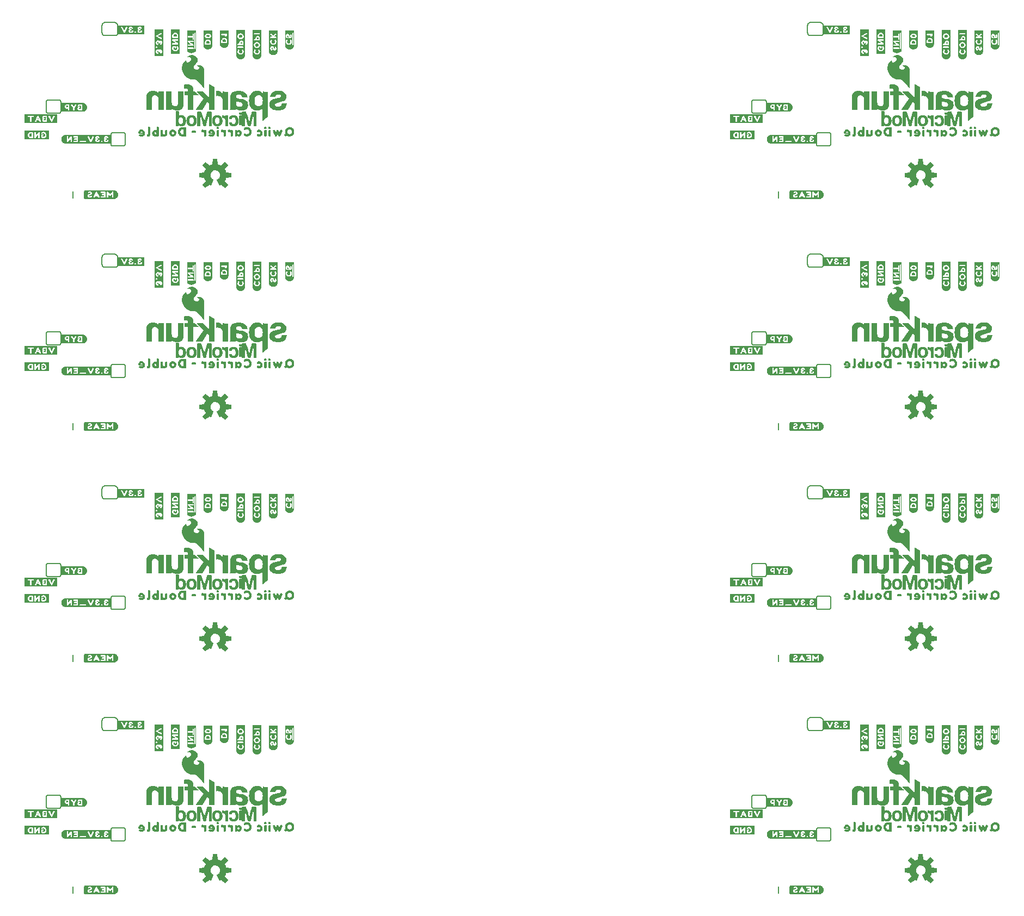
<source format=gbo>
G04 EAGLE Gerber RS-274X export*
G75*
%MOMM*%
%FSLAX34Y34*%
%LPD*%
%INSilkscreen Bottom*%
%IPPOS*%
%AMOC8*
5,1,8,0,0,1.08239X$1,22.5*%
G01*
%ADD10C,0.203200*%
%ADD11C,0.152400*%

G36*
X1428935Y449830D02*
X1428935Y449830D01*
X1428991Y449830D01*
X1429019Y449845D01*
X1429051Y449850D01*
X1429110Y449890D01*
X1429146Y449908D01*
X1429155Y449920D01*
X1429171Y449931D01*
X1433479Y454239D01*
X1433496Y454266D01*
X1433520Y454287D01*
X1433541Y454339D01*
X1433570Y454386D01*
X1433573Y454418D01*
X1433585Y454448D01*
X1433582Y454503D01*
X1433587Y454559D01*
X1433575Y454589D01*
X1433573Y454621D01*
X1433539Y454684D01*
X1433525Y454721D01*
X1433514Y454731D01*
X1433505Y454748D01*
X1428538Y460839D01*
X1429727Y463149D01*
X1429734Y463175D01*
X1429751Y463207D01*
X1430543Y465681D01*
X1438362Y466475D01*
X1438393Y466485D01*
X1438425Y466486D01*
X1438474Y466513D01*
X1438526Y466531D01*
X1438549Y466554D01*
X1438577Y466569D01*
X1438609Y466615D01*
X1438648Y466654D01*
X1438658Y466685D01*
X1438677Y466711D01*
X1438690Y466781D01*
X1438703Y466819D01*
X1438701Y466834D01*
X1438704Y466853D01*
X1438704Y472947D01*
X1438697Y472978D01*
X1438699Y473010D01*
X1438677Y473061D01*
X1438665Y473116D01*
X1438644Y473140D01*
X1438632Y473170D01*
X1438590Y473206D01*
X1438555Y473249D01*
X1438525Y473262D01*
X1438501Y473283D01*
X1438432Y473304D01*
X1438396Y473320D01*
X1438381Y473320D01*
X1438362Y473325D01*
X1430543Y474119D01*
X1429751Y476593D01*
X1429738Y476616D01*
X1429727Y476651D01*
X1428538Y478961D01*
X1433505Y485052D01*
X1433519Y485080D01*
X1433540Y485104D01*
X1433556Y485157D01*
X1433581Y485207D01*
X1433581Y485239D01*
X1433590Y485270D01*
X1433580Y485325D01*
X1433580Y485381D01*
X1433565Y485409D01*
X1433560Y485441D01*
X1433520Y485500D01*
X1433502Y485536D01*
X1433490Y485545D01*
X1433479Y485561D01*
X1429171Y489869D01*
X1429144Y489886D01*
X1429123Y489910D01*
X1429071Y489931D01*
X1429024Y489960D01*
X1428992Y489963D01*
X1428962Y489975D01*
X1428907Y489972D01*
X1428851Y489977D01*
X1428821Y489965D01*
X1428789Y489963D01*
X1428726Y489929D01*
X1428689Y489915D01*
X1428679Y489904D01*
X1428662Y489895D01*
X1422571Y484928D01*
X1420261Y486117D01*
X1420235Y486124D01*
X1420203Y486141D01*
X1417729Y486933D01*
X1416935Y494752D01*
X1416927Y494778D01*
X1416926Y494790D01*
X1416925Y494793D01*
X1416924Y494815D01*
X1416897Y494864D01*
X1416879Y494916D01*
X1416856Y494939D01*
X1416841Y494967D01*
X1416795Y494999D01*
X1416756Y495038D01*
X1416725Y495048D01*
X1416699Y495067D01*
X1416629Y495080D01*
X1416591Y495093D01*
X1416576Y495091D01*
X1416557Y495094D01*
X1410463Y495094D01*
X1410432Y495087D01*
X1410400Y495089D01*
X1410349Y495067D01*
X1410294Y495055D01*
X1410270Y495034D01*
X1410240Y495022D01*
X1410204Y494980D01*
X1410161Y494945D01*
X1410148Y494915D01*
X1410127Y494891D01*
X1410106Y494822D01*
X1410090Y494786D01*
X1410090Y494771D01*
X1410088Y494764D01*
X1410087Y494762D01*
X1410087Y494761D01*
X1410085Y494752D01*
X1409291Y486933D01*
X1406817Y486141D01*
X1406794Y486128D01*
X1406759Y486117D01*
X1404449Y484928D01*
X1398358Y489895D01*
X1398330Y489909D01*
X1398306Y489930D01*
X1398253Y489946D01*
X1398203Y489971D01*
X1398171Y489971D01*
X1398140Y489980D01*
X1398085Y489970D01*
X1398029Y489970D01*
X1398001Y489955D01*
X1397969Y489950D01*
X1397910Y489910D01*
X1397875Y489892D01*
X1397865Y489880D01*
X1397849Y489869D01*
X1393541Y485561D01*
X1393524Y485534D01*
X1393500Y485513D01*
X1393479Y485461D01*
X1393450Y485414D01*
X1393447Y485382D01*
X1393435Y485352D01*
X1393439Y485297D01*
X1393433Y485241D01*
X1393445Y485211D01*
X1393447Y485179D01*
X1393481Y485116D01*
X1393495Y485079D01*
X1393506Y485069D01*
X1393515Y485052D01*
X1398482Y478961D01*
X1397293Y476651D01*
X1397286Y476625D01*
X1397269Y476593D01*
X1396477Y474119D01*
X1388658Y473325D01*
X1388627Y473315D01*
X1388595Y473314D01*
X1388546Y473287D01*
X1388494Y473269D01*
X1388471Y473246D01*
X1388443Y473231D01*
X1388411Y473185D01*
X1388372Y473146D01*
X1388362Y473115D01*
X1388343Y473089D01*
X1388330Y473019D01*
X1388317Y472981D01*
X1388319Y472966D01*
X1388316Y472947D01*
X1388316Y466853D01*
X1388323Y466822D01*
X1388321Y466790D01*
X1388343Y466739D01*
X1388355Y466684D01*
X1388376Y466660D01*
X1388388Y466630D01*
X1388430Y466594D01*
X1388465Y466551D01*
X1388495Y466538D01*
X1388519Y466517D01*
X1388588Y466496D01*
X1388624Y466480D01*
X1388639Y466480D01*
X1388658Y466475D01*
X1396477Y465681D01*
X1397269Y463207D01*
X1397282Y463184D01*
X1397293Y463149D01*
X1398482Y460839D01*
X1393515Y454748D01*
X1393501Y454720D01*
X1393480Y454696D01*
X1393464Y454643D01*
X1393439Y454593D01*
X1393439Y454561D01*
X1393430Y454530D01*
X1393440Y454475D01*
X1393440Y454419D01*
X1393455Y454391D01*
X1393460Y454359D01*
X1393500Y454300D01*
X1393518Y454265D01*
X1393530Y454255D01*
X1393541Y454239D01*
X1397849Y449931D01*
X1397876Y449914D01*
X1397897Y449890D01*
X1397949Y449869D01*
X1397996Y449840D01*
X1398028Y449837D01*
X1398058Y449825D01*
X1398113Y449829D01*
X1398169Y449823D01*
X1398199Y449835D01*
X1398231Y449837D01*
X1398294Y449871D01*
X1398331Y449885D01*
X1398341Y449896D01*
X1398358Y449905D01*
X1404449Y454872D01*
X1406758Y453682D01*
X1406822Y453666D01*
X1406885Y453643D01*
X1406906Y453645D01*
X1406926Y453640D01*
X1406991Y453654D01*
X1407057Y453661D01*
X1407075Y453672D01*
X1407095Y453677D01*
X1407147Y453718D01*
X1407203Y453754D01*
X1407216Y453773D01*
X1407231Y453785D01*
X1407247Y453820D01*
X1407283Y453874D01*
X1410871Y462536D01*
X1410876Y462568D01*
X1410890Y462596D01*
X1410890Y462652D01*
X1410899Y462707D01*
X1410890Y462738D01*
X1410890Y462769D01*
X1410865Y462820D01*
X1410849Y462873D01*
X1410827Y462896D01*
X1410813Y462925D01*
X1410757Y462971D01*
X1410730Y462999D01*
X1410716Y463004D01*
X1410701Y463017D01*
X1409324Y463761D01*
X1408158Y464745D01*
X1407218Y465947D01*
X1406544Y467315D01*
X1406163Y468793D01*
X1406091Y470317D01*
X1406333Y471823D01*
X1406877Y473249D01*
X1407701Y474533D01*
X1408770Y475622D01*
X1410038Y476470D01*
X1411453Y477040D01*
X1412955Y477310D01*
X1414480Y477267D01*
X1415964Y476914D01*
X1417345Y476264D01*
X1418564Y475347D01*
X1419570Y474200D01*
X1420321Y472871D01*
X1420784Y471418D01*
X1420941Y469899D01*
X1420798Y468450D01*
X1420375Y467056D01*
X1419689Y465772D01*
X1418765Y464646D01*
X1417639Y463722D01*
X1416321Y463017D01*
X1416296Y462996D01*
X1416267Y462982D01*
X1416232Y462939D01*
X1416191Y462903D01*
X1416178Y462873D01*
X1416158Y462848D01*
X1416146Y462794D01*
X1416125Y462743D01*
X1416127Y462710D01*
X1416120Y462678D01*
X1416134Y462609D01*
X1416137Y462570D01*
X1416145Y462556D01*
X1416149Y462536D01*
X1419737Y453874D01*
X1419776Y453820D01*
X1419808Y453763D01*
X1419825Y453751D01*
X1419838Y453734D01*
X1419896Y453703D01*
X1419951Y453665D01*
X1419972Y453662D01*
X1419991Y453652D01*
X1420057Y453651D01*
X1420123Y453641D01*
X1420146Y453648D01*
X1420164Y453647D01*
X1420199Y453664D01*
X1420262Y453682D01*
X1422571Y454872D01*
X1428662Y449905D01*
X1428690Y449891D01*
X1428714Y449870D01*
X1428767Y449854D01*
X1428817Y449829D01*
X1428849Y449829D01*
X1428880Y449820D01*
X1428935Y449830D01*
G37*
G36*
X1428935Y1171190D02*
X1428935Y1171190D01*
X1428991Y1171190D01*
X1429019Y1171205D01*
X1429051Y1171210D01*
X1429110Y1171250D01*
X1429146Y1171268D01*
X1429155Y1171280D01*
X1429171Y1171291D01*
X1433479Y1175599D01*
X1433496Y1175626D01*
X1433520Y1175647D01*
X1433541Y1175699D01*
X1433570Y1175746D01*
X1433573Y1175778D01*
X1433585Y1175808D01*
X1433582Y1175863D01*
X1433587Y1175919D01*
X1433575Y1175949D01*
X1433573Y1175981D01*
X1433539Y1176044D01*
X1433525Y1176081D01*
X1433514Y1176091D01*
X1433505Y1176108D01*
X1428538Y1182199D01*
X1429727Y1184509D01*
X1429734Y1184535D01*
X1429751Y1184567D01*
X1430543Y1187041D01*
X1438362Y1187835D01*
X1438393Y1187845D01*
X1438425Y1187846D01*
X1438474Y1187873D01*
X1438526Y1187891D01*
X1438549Y1187914D01*
X1438577Y1187929D01*
X1438609Y1187975D01*
X1438648Y1188014D01*
X1438658Y1188045D01*
X1438677Y1188071D01*
X1438690Y1188141D01*
X1438703Y1188179D01*
X1438701Y1188194D01*
X1438704Y1188213D01*
X1438704Y1194307D01*
X1438697Y1194338D01*
X1438699Y1194370D01*
X1438677Y1194421D01*
X1438665Y1194476D01*
X1438644Y1194500D01*
X1438632Y1194530D01*
X1438590Y1194566D01*
X1438555Y1194609D01*
X1438525Y1194622D01*
X1438501Y1194643D01*
X1438432Y1194664D01*
X1438396Y1194680D01*
X1438381Y1194680D01*
X1438362Y1194685D01*
X1430543Y1195479D01*
X1429751Y1197953D01*
X1429738Y1197976D01*
X1429727Y1198011D01*
X1428538Y1200321D01*
X1433505Y1206412D01*
X1433519Y1206440D01*
X1433540Y1206464D01*
X1433556Y1206517D01*
X1433581Y1206567D01*
X1433581Y1206599D01*
X1433590Y1206630D01*
X1433580Y1206685D01*
X1433580Y1206741D01*
X1433565Y1206769D01*
X1433560Y1206801D01*
X1433520Y1206860D01*
X1433502Y1206896D01*
X1433490Y1206905D01*
X1433479Y1206921D01*
X1429171Y1211229D01*
X1429144Y1211246D01*
X1429123Y1211270D01*
X1429071Y1211291D01*
X1429024Y1211320D01*
X1428992Y1211323D01*
X1428962Y1211335D01*
X1428907Y1211332D01*
X1428851Y1211337D01*
X1428821Y1211325D01*
X1428789Y1211323D01*
X1428726Y1211289D01*
X1428689Y1211275D01*
X1428679Y1211264D01*
X1428662Y1211255D01*
X1422571Y1206288D01*
X1420261Y1207477D01*
X1420235Y1207484D01*
X1420203Y1207501D01*
X1417729Y1208293D01*
X1416935Y1216112D01*
X1416927Y1216138D01*
X1416926Y1216150D01*
X1416925Y1216153D01*
X1416924Y1216175D01*
X1416897Y1216224D01*
X1416879Y1216276D01*
X1416856Y1216299D01*
X1416841Y1216327D01*
X1416795Y1216359D01*
X1416756Y1216398D01*
X1416725Y1216408D01*
X1416699Y1216427D01*
X1416629Y1216440D01*
X1416591Y1216453D01*
X1416576Y1216451D01*
X1416557Y1216454D01*
X1410463Y1216454D01*
X1410432Y1216447D01*
X1410400Y1216449D01*
X1410349Y1216427D01*
X1410294Y1216415D01*
X1410270Y1216394D01*
X1410240Y1216382D01*
X1410204Y1216340D01*
X1410161Y1216305D01*
X1410148Y1216275D01*
X1410127Y1216251D01*
X1410106Y1216182D01*
X1410090Y1216146D01*
X1410090Y1216131D01*
X1410088Y1216124D01*
X1410087Y1216122D01*
X1410087Y1216121D01*
X1410085Y1216112D01*
X1409291Y1208293D01*
X1406817Y1207501D01*
X1406794Y1207488D01*
X1406759Y1207477D01*
X1404449Y1206288D01*
X1398358Y1211255D01*
X1398330Y1211269D01*
X1398306Y1211290D01*
X1398253Y1211306D01*
X1398203Y1211331D01*
X1398171Y1211331D01*
X1398140Y1211340D01*
X1398085Y1211330D01*
X1398029Y1211330D01*
X1398001Y1211315D01*
X1397969Y1211310D01*
X1397910Y1211270D01*
X1397875Y1211252D01*
X1397865Y1211240D01*
X1397849Y1211229D01*
X1393541Y1206921D01*
X1393524Y1206894D01*
X1393500Y1206873D01*
X1393479Y1206821D01*
X1393450Y1206774D01*
X1393447Y1206742D01*
X1393435Y1206712D01*
X1393439Y1206657D01*
X1393433Y1206601D01*
X1393445Y1206571D01*
X1393447Y1206539D01*
X1393481Y1206476D01*
X1393495Y1206439D01*
X1393506Y1206429D01*
X1393515Y1206412D01*
X1398482Y1200321D01*
X1397293Y1198011D01*
X1397286Y1197985D01*
X1397269Y1197953D01*
X1396477Y1195479D01*
X1388658Y1194685D01*
X1388627Y1194675D01*
X1388595Y1194674D01*
X1388546Y1194647D01*
X1388494Y1194629D01*
X1388471Y1194606D01*
X1388443Y1194591D01*
X1388411Y1194545D01*
X1388372Y1194506D01*
X1388362Y1194475D01*
X1388343Y1194449D01*
X1388330Y1194379D01*
X1388317Y1194341D01*
X1388319Y1194326D01*
X1388316Y1194307D01*
X1388316Y1188213D01*
X1388323Y1188182D01*
X1388321Y1188150D01*
X1388343Y1188099D01*
X1388355Y1188044D01*
X1388376Y1188020D01*
X1388388Y1187990D01*
X1388430Y1187954D01*
X1388465Y1187911D01*
X1388495Y1187898D01*
X1388519Y1187877D01*
X1388588Y1187856D01*
X1388624Y1187840D01*
X1388639Y1187840D01*
X1388658Y1187835D01*
X1396477Y1187041D01*
X1397269Y1184567D01*
X1397282Y1184544D01*
X1397293Y1184509D01*
X1398482Y1182199D01*
X1393515Y1176108D01*
X1393501Y1176080D01*
X1393480Y1176056D01*
X1393464Y1176003D01*
X1393439Y1175953D01*
X1393439Y1175921D01*
X1393430Y1175890D01*
X1393440Y1175835D01*
X1393440Y1175779D01*
X1393455Y1175751D01*
X1393460Y1175719D01*
X1393500Y1175660D01*
X1393518Y1175625D01*
X1393530Y1175615D01*
X1393541Y1175599D01*
X1397849Y1171291D01*
X1397876Y1171274D01*
X1397897Y1171250D01*
X1397949Y1171229D01*
X1397996Y1171200D01*
X1398028Y1171197D01*
X1398058Y1171185D01*
X1398113Y1171189D01*
X1398169Y1171183D01*
X1398199Y1171195D01*
X1398231Y1171197D01*
X1398294Y1171231D01*
X1398331Y1171245D01*
X1398341Y1171256D01*
X1398358Y1171265D01*
X1404449Y1176232D01*
X1406758Y1175042D01*
X1406822Y1175026D01*
X1406885Y1175003D01*
X1406906Y1175005D01*
X1406926Y1175000D01*
X1406991Y1175014D01*
X1407057Y1175021D01*
X1407075Y1175032D01*
X1407095Y1175037D01*
X1407147Y1175078D01*
X1407203Y1175114D01*
X1407216Y1175133D01*
X1407231Y1175145D01*
X1407247Y1175180D01*
X1407283Y1175234D01*
X1410871Y1183896D01*
X1410876Y1183928D01*
X1410890Y1183956D01*
X1410890Y1184012D01*
X1410899Y1184067D01*
X1410890Y1184098D01*
X1410890Y1184129D01*
X1410865Y1184180D01*
X1410849Y1184233D01*
X1410827Y1184256D01*
X1410813Y1184285D01*
X1410757Y1184331D01*
X1410730Y1184359D01*
X1410716Y1184364D01*
X1410701Y1184377D01*
X1409324Y1185121D01*
X1408158Y1186105D01*
X1407218Y1187307D01*
X1406544Y1188675D01*
X1406163Y1190153D01*
X1406091Y1191677D01*
X1406333Y1193183D01*
X1406877Y1194609D01*
X1407701Y1195893D01*
X1408770Y1196982D01*
X1410038Y1197830D01*
X1411453Y1198400D01*
X1412955Y1198670D01*
X1414480Y1198627D01*
X1415964Y1198274D01*
X1417345Y1197624D01*
X1418564Y1196707D01*
X1419570Y1195560D01*
X1420321Y1194231D01*
X1420784Y1192778D01*
X1420941Y1191259D01*
X1420798Y1189810D01*
X1420375Y1188416D01*
X1419689Y1187132D01*
X1418765Y1186006D01*
X1417639Y1185082D01*
X1416321Y1184377D01*
X1416296Y1184356D01*
X1416267Y1184342D01*
X1416232Y1184299D01*
X1416191Y1184263D01*
X1416178Y1184233D01*
X1416158Y1184208D01*
X1416146Y1184154D01*
X1416125Y1184103D01*
X1416127Y1184070D01*
X1416120Y1184038D01*
X1416134Y1183969D01*
X1416137Y1183930D01*
X1416145Y1183916D01*
X1416149Y1183896D01*
X1419737Y1175234D01*
X1419776Y1175180D01*
X1419808Y1175123D01*
X1419825Y1175111D01*
X1419838Y1175094D01*
X1419896Y1175063D01*
X1419951Y1175025D01*
X1419972Y1175022D01*
X1419991Y1175012D01*
X1420057Y1175011D01*
X1420123Y1175001D01*
X1420146Y1175008D01*
X1420164Y1175007D01*
X1420199Y1175024D01*
X1420262Y1175042D01*
X1422571Y1176232D01*
X1428662Y1171265D01*
X1428690Y1171251D01*
X1428714Y1171230D01*
X1428767Y1171214D01*
X1428817Y1171189D01*
X1428849Y1171189D01*
X1428880Y1171180D01*
X1428935Y1171190D01*
G37*
G36*
X331655Y449830D02*
X331655Y449830D01*
X331711Y449830D01*
X331739Y449845D01*
X331771Y449850D01*
X331830Y449890D01*
X331866Y449908D01*
X331875Y449920D01*
X331891Y449931D01*
X336199Y454239D01*
X336216Y454266D01*
X336240Y454287D01*
X336261Y454339D01*
X336290Y454386D01*
X336293Y454418D01*
X336305Y454448D01*
X336302Y454503D01*
X336307Y454559D01*
X336295Y454589D01*
X336293Y454621D01*
X336259Y454684D01*
X336245Y454721D01*
X336234Y454731D01*
X336225Y454748D01*
X331258Y460839D01*
X332447Y463149D01*
X332454Y463175D01*
X332471Y463207D01*
X333263Y465681D01*
X341082Y466475D01*
X341113Y466485D01*
X341145Y466486D01*
X341194Y466513D01*
X341246Y466531D01*
X341269Y466554D01*
X341297Y466569D01*
X341329Y466615D01*
X341368Y466654D01*
X341378Y466685D01*
X341397Y466711D01*
X341410Y466781D01*
X341423Y466819D01*
X341421Y466834D01*
X341424Y466853D01*
X341424Y472947D01*
X341417Y472978D01*
X341419Y473010D01*
X341397Y473061D01*
X341385Y473116D01*
X341364Y473140D01*
X341352Y473170D01*
X341310Y473206D01*
X341275Y473249D01*
X341245Y473262D01*
X341221Y473283D01*
X341152Y473304D01*
X341116Y473320D01*
X341101Y473320D01*
X341082Y473325D01*
X333263Y474119D01*
X332471Y476593D01*
X332458Y476616D01*
X332447Y476651D01*
X331258Y478961D01*
X336225Y485052D01*
X336239Y485080D01*
X336260Y485104D01*
X336276Y485157D01*
X336301Y485207D01*
X336301Y485239D01*
X336310Y485270D01*
X336300Y485325D01*
X336300Y485381D01*
X336285Y485409D01*
X336280Y485441D01*
X336240Y485500D01*
X336222Y485536D01*
X336210Y485545D01*
X336199Y485561D01*
X331891Y489869D01*
X331864Y489886D01*
X331843Y489910D01*
X331791Y489931D01*
X331744Y489960D01*
X331712Y489963D01*
X331682Y489975D01*
X331627Y489972D01*
X331571Y489977D01*
X331541Y489965D01*
X331509Y489963D01*
X331446Y489929D01*
X331409Y489915D01*
X331399Y489904D01*
X331382Y489895D01*
X325291Y484928D01*
X322981Y486117D01*
X322955Y486124D01*
X322923Y486141D01*
X320449Y486933D01*
X319655Y494752D01*
X319647Y494778D01*
X319646Y494790D01*
X319645Y494793D01*
X319644Y494815D01*
X319617Y494864D01*
X319599Y494916D01*
X319576Y494939D01*
X319561Y494967D01*
X319515Y494999D01*
X319476Y495038D01*
X319445Y495048D01*
X319419Y495067D01*
X319349Y495080D01*
X319311Y495093D01*
X319296Y495091D01*
X319277Y495094D01*
X313183Y495094D01*
X313152Y495087D01*
X313120Y495089D01*
X313069Y495067D01*
X313014Y495055D01*
X312990Y495034D01*
X312960Y495022D01*
X312924Y494980D01*
X312881Y494945D01*
X312868Y494915D01*
X312847Y494891D01*
X312826Y494822D01*
X312810Y494786D01*
X312810Y494771D01*
X312808Y494764D01*
X312807Y494762D01*
X312807Y494761D01*
X312805Y494752D01*
X312011Y486933D01*
X309537Y486141D01*
X309514Y486128D01*
X309479Y486117D01*
X307169Y484928D01*
X301078Y489895D01*
X301050Y489909D01*
X301026Y489930D01*
X300973Y489946D01*
X300923Y489971D01*
X300891Y489971D01*
X300860Y489980D01*
X300805Y489970D01*
X300749Y489970D01*
X300721Y489955D01*
X300689Y489950D01*
X300630Y489910D01*
X300595Y489892D01*
X300585Y489880D01*
X300569Y489869D01*
X296261Y485561D01*
X296244Y485534D01*
X296220Y485513D01*
X296199Y485461D01*
X296170Y485414D01*
X296167Y485382D01*
X296155Y485352D01*
X296159Y485297D01*
X296153Y485241D01*
X296165Y485211D01*
X296167Y485179D01*
X296201Y485116D01*
X296215Y485079D01*
X296226Y485069D01*
X296235Y485052D01*
X301202Y478961D01*
X300013Y476651D01*
X300006Y476625D01*
X299989Y476593D01*
X299197Y474119D01*
X291378Y473325D01*
X291347Y473315D01*
X291315Y473314D01*
X291266Y473287D01*
X291214Y473269D01*
X291191Y473246D01*
X291163Y473231D01*
X291131Y473185D01*
X291092Y473146D01*
X291082Y473115D01*
X291063Y473089D01*
X291050Y473019D01*
X291037Y472981D01*
X291039Y472966D01*
X291036Y472947D01*
X291036Y466853D01*
X291043Y466822D01*
X291041Y466790D01*
X291063Y466739D01*
X291075Y466684D01*
X291096Y466660D01*
X291108Y466630D01*
X291150Y466594D01*
X291185Y466551D01*
X291215Y466538D01*
X291239Y466517D01*
X291308Y466496D01*
X291344Y466480D01*
X291359Y466480D01*
X291378Y466475D01*
X299197Y465681D01*
X299989Y463207D01*
X300002Y463184D01*
X300013Y463149D01*
X301202Y460839D01*
X296235Y454748D01*
X296221Y454720D01*
X296200Y454696D01*
X296184Y454643D01*
X296159Y454593D01*
X296159Y454561D01*
X296150Y454530D01*
X296160Y454475D01*
X296160Y454419D01*
X296175Y454391D01*
X296180Y454359D01*
X296220Y454300D01*
X296238Y454265D01*
X296250Y454255D01*
X296261Y454239D01*
X300569Y449931D01*
X300596Y449914D01*
X300617Y449890D01*
X300669Y449869D01*
X300716Y449840D01*
X300748Y449837D01*
X300778Y449825D01*
X300833Y449829D01*
X300889Y449823D01*
X300919Y449835D01*
X300951Y449837D01*
X301014Y449871D01*
X301051Y449885D01*
X301061Y449896D01*
X301078Y449905D01*
X307169Y454872D01*
X309478Y453682D01*
X309542Y453666D01*
X309605Y453643D01*
X309626Y453645D01*
X309646Y453640D01*
X309711Y453654D01*
X309777Y453661D01*
X309795Y453672D01*
X309815Y453677D01*
X309867Y453718D01*
X309923Y453754D01*
X309936Y453773D01*
X309951Y453785D01*
X309967Y453820D01*
X310003Y453874D01*
X313591Y462536D01*
X313596Y462568D01*
X313610Y462596D01*
X313610Y462652D01*
X313619Y462707D01*
X313610Y462738D01*
X313610Y462769D01*
X313585Y462820D01*
X313569Y462873D01*
X313547Y462896D01*
X313533Y462925D01*
X313477Y462971D01*
X313450Y462999D01*
X313436Y463004D01*
X313421Y463017D01*
X312044Y463761D01*
X310878Y464745D01*
X309938Y465947D01*
X309264Y467315D01*
X308883Y468793D01*
X308811Y470317D01*
X309053Y471823D01*
X309597Y473249D01*
X310421Y474533D01*
X311490Y475622D01*
X312758Y476470D01*
X314173Y477040D01*
X315675Y477310D01*
X317200Y477267D01*
X318684Y476914D01*
X320065Y476264D01*
X321284Y475347D01*
X322290Y474200D01*
X323041Y472871D01*
X323504Y471418D01*
X323661Y469899D01*
X323518Y468450D01*
X323095Y467056D01*
X322409Y465772D01*
X321485Y464646D01*
X320359Y463722D01*
X319041Y463017D01*
X319016Y462996D01*
X318987Y462982D01*
X318952Y462939D01*
X318911Y462903D01*
X318898Y462873D01*
X318878Y462848D01*
X318866Y462794D01*
X318845Y462743D01*
X318847Y462710D01*
X318840Y462678D01*
X318854Y462609D01*
X318857Y462570D01*
X318865Y462556D01*
X318869Y462536D01*
X322457Y453874D01*
X322496Y453820D01*
X322528Y453763D01*
X322545Y453751D01*
X322558Y453734D01*
X322616Y453703D01*
X322671Y453665D01*
X322692Y453662D01*
X322711Y453652D01*
X322777Y453651D01*
X322843Y453641D01*
X322866Y453648D01*
X322884Y453647D01*
X322919Y453664D01*
X322982Y453682D01*
X325291Y454872D01*
X331382Y449905D01*
X331410Y449891D01*
X331434Y449870D01*
X331487Y449854D01*
X331537Y449829D01*
X331569Y449829D01*
X331600Y449820D01*
X331655Y449830D01*
G37*
G36*
X331655Y1171190D02*
X331655Y1171190D01*
X331711Y1171190D01*
X331739Y1171205D01*
X331771Y1171210D01*
X331830Y1171250D01*
X331866Y1171268D01*
X331875Y1171280D01*
X331891Y1171291D01*
X336199Y1175599D01*
X336216Y1175626D01*
X336240Y1175647D01*
X336261Y1175699D01*
X336290Y1175746D01*
X336293Y1175778D01*
X336305Y1175808D01*
X336302Y1175863D01*
X336307Y1175919D01*
X336295Y1175949D01*
X336293Y1175981D01*
X336259Y1176044D01*
X336245Y1176081D01*
X336234Y1176091D01*
X336225Y1176108D01*
X331258Y1182199D01*
X332447Y1184509D01*
X332454Y1184535D01*
X332471Y1184567D01*
X333263Y1187041D01*
X341082Y1187835D01*
X341113Y1187845D01*
X341145Y1187846D01*
X341194Y1187873D01*
X341246Y1187891D01*
X341269Y1187914D01*
X341297Y1187929D01*
X341329Y1187975D01*
X341368Y1188014D01*
X341378Y1188045D01*
X341397Y1188071D01*
X341410Y1188141D01*
X341423Y1188179D01*
X341421Y1188194D01*
X341424Y1188213D01*
X341424Y1194307D01*
X341417Y1194338D01*
X341419Y1194370D01*
X341397Y1194421D01*
X341385Y1194476D01*
X341364Y1194500D01*
X341352Y1194530D01*
X341310Y1194566D01*
X341275Y1194609D01*
X341245Y1194622D01*
X341221Y1194643D01*
X341152Y1194664D01*
X341116Y1194680D01*
X341101Y1194680D01*
X341082Y1194685D01*
X333263Y1195479D01*
X332471Y1197953D01*
X332458Y1197976D01*
X332447Y1198011D01*
X331258Y1200321D01*
X336225Y1206412D01*
X336239Y1206440D01*
X336260Y1206464D01*
X336276Y1206517D01*
X336301Y1206567D01*
X336301Y1206599D01*
X336310Y1206630D01*
X336300Y1206685D01*
X336300Y1206741D01*
X336285Y1206769D01*
X336280Y1206801D01*
X336240Y1206860D01*
X336222Y1206896D01*
X336210Y1206905D01*
X336199Y1206921D01*
X331891Y1211229D01*
X331864Y1211246D01*
X331843Y1211270D01*
X331791Y1211291D01*
X331744Y1211320D01*
X331712Y1211323D01*
X331682Y1211335D01*
X331627Y1211332D01*
X331571Y1211337D01*
X331541Y1211325D01*
X331509Y1211323D01*
X331446Y1211289D01*
X331409Y1211275D01*
X331399Y1211264D01*
X331382Y1211255D01*
X325291Y1206288D01*
X322981Y1207477D01*
X322955Y1207484D01*
X322923Y1207501D01*
X320449Y1208293D01*
X319655Y1216112D01*
X319647Y1216138D01*
X319646Y1216150D01*
X319645Y1216153D01*
X319644Y1216175D01*
X319617Y1216224D01*
X319599Y1216276D01*
X319576Y1216299D01*
X319561Y1216327D01*
X319515Y1216359D01*
X319476Y1216398D01*
X319445Y1216408D01*
X319419Y1216427D01*
X319349Y1216440D01*
X319311Y1216453D01*
X319296Y1216451D01*
X319277Y1216454D01*
X313183Y1216454D01*
X313152Y1216447D01*
X313120Y1216449D01*
X313069Y1216427D01*
X313014Y1216415D01*
X312990Y1216394D01*
X312960Y1216382D01*
X312924Y1216340D01*
X312881Y1216305D01*
X312868Y1216275D01*
X312847Y1216251D01*
X312826Y1216182D01*
X312810Y1216146D01*
X312810Y1216131D01*
X312808Y1216124D01*
X312807Y1216122D01*
X312807Y1216121D01*
X312805Y1216112D01*
X312011Y1208293D01*
X309537Y1207501D01*
X309514Y1207488D01*
X309479Y1207477D01*
X307169Y1206288D01*
X301078Y1211255D01*
X301050Y1211269D01*
X301026Y1211290D01*
X300973Y1211306D01*
X300923Y1211331D01*
X300891Y1211331D01*
X300860Y1211340D01*
X300805Y1211330D01*
X300749Y1211330D01*
X300721Y1211315D01*
X300689Y1211310D01*
X300630Y1211270D01*
X300595Y1211252D01*
X300585Y1211240D01*
X300569Y1211229D01*
X296261Y1206921D01*
X296244Y1206894D01*
X296220Y1206873D01*
X296199Y1206821D01*
X296170Y1206774D01*
X296167Y1206742D01*
X296155Y1206712D01*
X296159Y1206657D01*
X296153Y1206601D01*
X296165Y1206571D01*
X296167Y1206539D01*
X296201Y1206476D01*
X296215Y1206439D01*
X296226Y1206429D01*
X296235Y1206412D01*
X301202Y1200321D01*
X300013Y1198011D01*
X300006Y1197985D01*
X299989Y1197953D01*
X299197Y1195479D01*
X291378Y1194685D01*
X291347Y1194675D01*
X291315Y1194674D01*
X291266Y1194647D01*
X291214Y1194629D01*
X291191Y1194606D01*
X291163Y1194591D01*
X291131Y1194545D01*
X291092Y1194506D01*
X291082Y1194475D01*
X291063Y1194449D01*
X291050Y1194379D01*
X291037Y1194341D01*
X291039Y1194326D01*
X291036Y1194307D01*
X291036Y1188213D01*
X291043Y1188182D01*
X291041Y1188150D01*
X291063Y1188099D01*
X291075Y1188044D01*
X291096Y1188020D01*
X291108Y1187990D01*
X291150Y1187954D01*
X291185Y1187911D01*
X291215Y1187898D01*
X291239Y1187877D01*
X291308Y1187856D01*
X291344Y1187840D01*
X291359Y1187840D01*
X291378Y1187835D01*
X299197Y1187041D01*
X299989Y1184567D01*
X300002Y1184544D01*
X300013Y1184509D01*
X301202Y1182199D01*
X296235Y1176108D01*
X296221Y1176080D01*
X296200Y1176056D01*
X296184Y1176003D01*
X296159Y1175953D01*
X296159Y1175921D01*
X296150Y1175890D01*
X296160Y1175835D01*
X296160Y1175779D01*
X296175Y1175751D01*
X296180Y1175719D01*
X296220Y1175660D01*
X296238Y1175625D01*
X296250Y1175615D01*
X296261Y1175599D01*
X300569Y1171291D01*
X300596Y1171274D01*
X300617Y1171250D01*
X300669Y1171229D01*
X300716Y1171200D01*
X300748Y1171197D01*
X300778Y1171185D01*
X300833Y1171189D01*
X300889Y1171183D01*
X300919Y1171195D01*
X300951Y1171197D01*
X301014Y1171231D01*
X301051Y1171245D01*
X301061Y1171256D01*
X301078Y1171265D01*
X307169Y1176232D01*
X309478Y1175042D01*
X309542Y1175026D01*
X309605Y1175003D01*
X309626Y1175005D01*
X309646Y1175000D01*
X309711Y1175014D01*
X309777Y1175021D01*
X309795Y1175032D01*
X309815Y1175037D01*
X309867Y1175078D01*
X309923Y1175114D01*
X309936Y1175133D01*
X309951Y1175145D01*
X309967Y1175180D01*
X310003Y1175234D01*
X313591Y1183896D01*
X313596Y1183928D01*
X313610Y1183956D01*
X313610Y1184012D01*
X313619Y1184067D01*
X313610Y1184098D01*
X313610Y1184129D01*
X313585Y1184180D01*
X313569Y1184233D01*
X313547Y1184256D01*
X313533Y1184285D01*
X313477Y1184331D01*
X313450Y1184359D01*
X313436Y1184364D01*
X313421Y1184377D01*
X312044Y1185121D01*
X310878Y1186105D01*
X309938Y1187307D01*
X309264Y1188675D01*
X308883Y1190153D01*
X308811Y1191677D01*
X309053Y1193183D01*
X309597Y1194609D01*
X310421Y1195893D01*
X311490Y1196982D01*
X312758Y1197830D01*
X314173Y1198400D01*
X315675Y1198670D01*
X317200Y1198627D01*
X318684Y1198274D01*
X320065Y1197624D01*
X321284Y1196707D01*
X322290Y1195560D01*
X323041Y1194231D01*
X323504Y1192778D01*
X323661Y1191259D01*
X323518Y1189810D01*
X323095Y1188416D01*
X322409Y1187132D01*
X321485Y1186006D01*
X320359Y1185082D01*
X319041Y1184377D01*
X319016Y1184356D01*
X318987Y1184342D01*
X318952Y1184299D01*
X318911Y1184263D01*
X318898Y1184233D01*
X318878Y1184208D01*
X318866Y1184154D01*
X318845Y1184103D01*
X318847Y1184070D01*
X318840Y1184038D01*
X318854Y1183969D01*
X318857Y1183930D01*
X318865Y1183916D01*
X318869Y1183896D01*
X322457Y1175234D01*
X322496Y1175180D01*
X322528Y1175123D01*
X322545Y1175111D01*
X322558Y1175094D01*
X322616Y1175063D01*
X322671Y1175025D01*
X322692Y1175022D01*
X322711Y1175012D01*
X322777Y1175011D01*
X322843Y1175001D01*
X322866Y1175008D01*
X322884Y1175007D01*
X322919Y1175024D01*
X322982Y1175042D01*
X325291Y1176232D01*
X331382Y1171265D01*
X331410Y1171251D01*
X331434Y1171230D01*
X331487Y1171214D01*
X331537Y1171189D01*
X331569Y1171189D01*
X331600Y1171180D01*
X331655Y1171190D01*
G37*
G36*
X1428935Y89150D02*
X1428935Y89150D01*
X1428991Y89150D01*
X1429019Y89165D01*
X1429051Y89170D01*
X1429110Y89210D01*
X1429146Y89228D01*
X1429155Y89240D01*
X1429171Y89251D01*
X1433479Y93559D01*
X1433496Y93586D01*
X1433520Y93607D01*
X1433541Y93659D01*
X1433570Y93706D01*
X1433573Y93738D01*
X1433585Y93768D01*
X1433582Y93823D01*
X1433587Y93879D01*
X1433575Y93909D01*
X1433573Y93941D01*
X1433539Y94004D01*
X1433525Y94041D01*
X1433514Y94051D01*
X1433505Y94068D01*
X1428538Y100159D01*
X1429727Y102469D01*
X1429734Y102495D01*
X1429751Y102527D01*
X1430543Y105001D01*
X1438362Y105795D01*
X1438393Y105805D01*
X1438425Y105806D01*
X1438474Y105833D01*
X1438526Y105851D01*
X1438549Y105874D01*
X1438577Y105889D01*
X1438609Y105935D01*
X1438648Y105974D01*
X1438658Y106005D01*
X1438677Y106031D01*
X1438690Y106101D01*
X1438703Y106139D01*
X1438701Y106154D01*
X1438704Y106173D01*
X1438704Y112267D01*
X1438697Y112298D01*
X1438699Y112330D01*
X1438677Y112381D01*
X1438665Y112436D01*
X1438644Y112460D01*
X1438632Y112490D01*
X1438590Y112526D01*
X1438555Y112569D01*
X1438525Y112582D01*
X1438501Y112603D01*
X1438432Y112624D01*
X1438396Y112640D01*
X1438381Y112640D01*
X1438362Y112645D01*
X1430543Y113439D01*
X1429751Y115913D01*
X1429738Y115936D01*
X1429727Y115971D01*
X1428538Y118281D01*
X1433505Y124372D01*
X1433519Y124400D01*
X1433540Y124424D01*
X1433556Y124477D01*
X1433581Y124527D01*
X1433581Y124559D01*
X1433590Y124590D01*
X1433580Y124645D01*
X1433580Y124701D01*
X1433565Y124729D01*
X1433560Y124761D01*
X1433520Y124820D01*
X1433502Y124856D01*
X1433490Y124865D01*
X1433479Y124881D01*
X1429171Y129189D01*
X1429144Y129206D01*
X1429123Y129230D01*
X1429071Y129251D01*
X1429024Y129280D01*
X1428992Y129283D01*
X1428962Y129295D01*
X1428907Y129292D01*
X1428851Y129297D01*
X1428821Y129285D01*
X1428789Y129283D01*
X1428726Y129249D01*
X1428689Y129235D01*
X1428679Y129224D01*
X1428662Y129215D01*
X1422571Y124248D01*
X1420261Y125437D01*
X1420235Y125444D01*
X1420203Y125461D01*
X1417729Y126253D01*
X1416935Y134072D01*
X1416927Y134098D01*
X1416926Y134110D01*
X1416925Y134113D01*
X1416924Y134135D01*
X1416897Y134184D01*
X1416879Y134236D01*
X1416856Y134259D01*
X1416841Y134287D01*
X1416795Y134319D01*
X1416756Y134358D01*
X1416725Y134368D01*
X1416699Y134387D01*
X1416629Y134400D01*
X1416591Y134413D01*
X1416576Y134411D01*
X1416557Y134414D01*
X1410463Y134414D01*
X1410432Y134407D01*
X1410400Y134409D01*
X1410349Y134387D01*
X1410294Y134375D01*
X1410270Y134354D01*
X1410240Y134342D01*
X1410204Y134300D01*
X1410161Y134265D01*
X1410148Y134235D01*
X1410127Y134211D01*
X1410106Y134142D01*
X1410090Y134106D01*
X1410090Y134091D01*
X1410088Y134084D01*
X1410087Y134082D01*
X1410087Y134081D01*
X1410085Y134072D01*
X1409291Y126253D01*
X1406817Y125461D01*
X1406794Y125448D01*
X1406759Y125437D01*
X1404449Y124248D01*
X1398358Y129215D01*
X1398330Y129229D01*
X1398306Y129250D01*
X1398253Y129266D01*
X1398203Y129291D01*
X1398171Y129291D01*
X1398140Y129300D01*
X1398085Y129290D01*
X1398029Y129290D01*
X1398001Y129275D01*
X1397969Y129270D01*
X1397910Y129230D01*
X1397875Y129212D01*
X1397865Y129200D01*
X1397849Y129189D01*
X1393541Y124881D01*
X1393524Y124854D01*
X1393500Y124833D01*
X1393479Y124781D01*
X1393450Y124734D01*
X1393447Y124702D01*
X1393435Y124672D01*
X1393439Y124617D01*
X1393433Y124561D01*
X1393445Y124531D01*
X1393447Y124499D01*
X1393481Y124436D01*
X1393495Y124399D01*
X1393506Y124389D01*
X1393515Y124372D01*
X1398482Y118281D01*
X1397293Y115971D01*
X1397286Y115945D01*
X1397269Y115913D01*
X1396477Y113439D01*
X1388658Y112645D01*
X1388627Y112635D01*
X1388595Y112634D01*
X1388546Y112607D01*
X1388494Y112589D01*
X1388471Y112566D01*
X1388443Y112551D01*
X1388411Y112505D01*
X1388372Y112466D01*
X1388362Y112435D01*
X1388343Y112409D01*
X1388330Y112339D01*
X1388317Y112301D01*
X1388319Y112286D01*
X1388316Y112267D01*
X1388316Y106173D01*
X1388323Y106142D01*
X1388321Y106110D01*
X1388343Y106059D01*
X1388355Y106004D01*
X1388376Y105980D01*
X1388388Y105950D01*
X1388430Y105914D01*
X1388465Y105871D01*
X1388495Y105858D01*
X1388519Y105837D01*
X1388588Y105816D01*
X1388624Y105800D01*
X1388639Y105800D01*
X1388658Y105795D01*
X1396477Y105001D01*
X1397269Y102527D01*
X1397282Y102504D01*
X1397293Y102469D01*
X1398482Y100159D01*
X1393515Y94068D01*
X1393501Y94040D01*
X1393480Y94016D01*
X1393464Y93963D01*
X1393439Y93913D01*
X1393439Y93881D01*
X1393430Y93850D01*
X1393440Y93795D01*
X1393440Y93739D01*
X1393455Y93711D01*
X1393460Y93679D01*
X1393500Y93620D01*
X1393518Y93585D01*
X1393530Y93575D01*
X1393541Y93559D01*
X1397849Y89251D01*
X1397876Y89234D01*
X1397897Y89210D01*
X1397949Y89189D01*
X1397996Y89160D01*
X1398028Y89157D01*
X1398058Y89145D01*
X1398113Y89149D01*
X1398169Y89143D01*
X1398199Y89155D01*
X1398231Y89157D01*
X1398294Y89191D01*
X1398331Y89205D01*
X1398341Y89216D01*
X1398358Y89225D01*
X1404449Y94192D01*
X1406758Y93002D01*
X1406822Y92986D01*
X1406885Y92963D01*
X1406906Y92965D01*
X1406926Y92960D01*
X1406991Y92974D01*
X1407057Y92981D01*
X1407075Y92992D01*
X1407095Y92997D01*
X1407147Y93038D01*
X1407203Y93074D01*
X1407216Y93093D01*
X1407231Y93105D01*
X1407247Y93140D01*
X1407283Y93194D01*
X1410871Y101856D01*
X1410876Y101888D01*
X1410890Y101916D01*
X1410890Y101972D01*
X1410899Y102027D01*
X1410890Y102058D01*
X1410890Y102089D01*
X1410865Y102140D01*
X1410849Y102193D01*
X1410827Y102216D01*
X1410813Y102245D01*
X1410757Y102291D01*
X1410730Y102319D01*
X1410716Y102324D01*
X1410701Y102337D01*
X1409324Y103081D01*
X1408158Y104065D01*
X1407218Y105267D01*
X1406544Y106635D01*
X1406163Y108113D01*
X1406091Y109637D01*
X1406333Y111143D01*
X1406877Y112569D01*
X1407701Y113853D01*
X1408770Y114942D01*
X1410038Y115790D01*
X1411453Y116360D01*
X1412955Y116630D01*
X1414480Y116587D01*
X1415964Y116234D01*
X1417345Y115584D01*
X1418564Y114667D01*
X1419570Y113520D01*
X1420321Y112191D01*
X1420784Y110738D01*
X1420941Y109219D01*
X1420798Y107770D01*
X1420375Y106376D01*
X1419689Y105092D01*
X1418765Y103966D01*
X1417639Y103042D01*
X1416321Y102337D01*
X1416296Y102316D01*
X1416267Y102302D01*
X1416232Y102259D01*
X1416191Y102223D01*
X1416178Y102193D01*
X1416158Y102168D01*
X1416146Y102114D01*
X1416125Y102063D01*
X1416127Y102030D01*
X1416120Y101998D01*
X1416134Y101929D01*
X1416137Y101890D01*
X1416145Y101876D01*
X1416149Y101856D01*
X1419737Y93194D01*
X1419776Y93140D01*
X1419808Y93083D01*
X1419825Y93071D01*
X1419838Y93054D01*
X1419896Y93023D01*
X1419951Y92985D01*
X1419972Y92982D01*
X1419991Y92972D01*
X1420057Y92971D01*
X1420123Y92961D01*
X1420146Y92968D01*
X1420164Y92967D01*
X1420199Y92984D01*
X1420262Y93002D01*
X1422571Y94192D01*
X1428662Y89225D01*
X1428690Y89211D01*
X1428714Y89190D01*
X1428767Y89174D01*
X1428817Y89149D01*
X1428849Y89149D01*
X1428880Y89140D01*
X1428935Y89150D01*
G37*
G36*
X331655Y89150D02*
X331655Y89150D01*
X331711Y89150D01*
X331739Y89165D01*
X331771Y89170D01*
X331830Y89210D01*
X331866Y89228D01*
X331875Y89240D01*
X331891Y89251D01*
X336199Y93559D01*
X336216Y93586D01*
X336240Y93607D01*
X336261Y93659D01*
X336290Y93706D01*
X336293Y93738D01*
X336305Y93768D01*
X336302Y93823D01*
X336307Y93879D01*
X336295Y93909D01*
X336293Y93941D01*
X336259Y94004D01*
X336245Y94041D01*
X336234Y94051D01*
X336225Y94068D01*
X331258Y100159D01*
X332447Y102469D01*
X332454Y102495D01*
X332471Y102527D01*
X333263Y105001D01*
X341082Y105795D01*
X341113Y105805D01*
X341145Y105806D01*
X341194Y105833D01*
X341246Y105851D01*
X341269Y105874D01*
X341297Y105889D01*
X341329Y105935D01*
X341368Y105974D01*
X341378Y106005D01*
X341397Y106031D01*
X341410Y106101D01*
X341423Y106139D01*
X341421Y106154D01*
X341424Y106173D01*
X341424Y112267D01*
X341417Y112298D01*
X341419Y112330D01*
X341397Y112381D01*
X341385Y112436D01*
X341364Y112460D01*
X341352Y112490D01*
X341310Y112526D01*
X341275Y112569D01*
X341245Y112582D01*
X341221Y112603D01*
X341152Y112624D01*
X341116Y112640D01*
X341101Y112640D01*
X341082Y112645D01*
X333263Y113439D01*
X332471Y115913D01*
X332458Y115936D01*
X332447Y115971D01*
X331258Y118281D01*
X336225Y124372D01*
X336239Y124400D01*
X336260Y124424D01*
X336276Y124477D01*
X336301Y124527D01*
X336301Y124559D01*
X336310Y124590D01*
X336300Y124645D01*
X336300Y124701D01*
X336285Y124729D01*
X336280Y124761D01*
X336240Y124820D01*
X336222Y124856D01*
X336210Y124865D01*
X336199Y124881D01*
X331891Y129189D01*
X331864Y129206D01*
X331843Y129230D01*
X331791Y129251D01*
X331744Y129280D01*
X331712Y129283D01*
X331682Y129295D01*
X331627Y129292D01*
X331571Y129297D01*
X331541Y129285D01*
X331509Y129283D01*
X331446Y129249D01*
X331409Y129235D01*
X331399Y129224D01*
X331382Y129215D01*
X325291Y124248D01*
X322981Y125437D01*
X322955Y125444D01*
X322923Y125461D01*
X320449Y126253D01*
X319655Y134072D01*
X319647Y134098D01*
X319646Y134110D01*
X319645Y134113D01*
X319644Y134135D01*
X319617Y134184D01*
X319599Y134236D01*
X319576Y134259D01*
X319561Y134287D01*
X319515Y134319D01*
X319476Y134358D01*
X319445Y134368D01*
X319419Y134387D01*
X319349Y134400D01*
X319311Y134413D01*
X319296Y134411D01*
X319277Y134414D01*
X313183Y134414D01*
X313152Y134407D01*
X313120Y134409D01*
X313069Y134387D01*
X313014Y134375D01*
X312990Y134354D01*
X312960Y134342D01*
X312924Y134300D01*
X312881Y134265D01*
X312868Y134235D01*
X312847Y134211D01*
X312826Y134142D01*
X312810Y134106D01*
X312810Y134091D01*
X312808Y134084D01*
X312807Y134082D01*
X312807Y134081D01*
X312805Y134072D01*
X312011Y126253D01*
X309537Y125461D01*
X309514Y125448D01*
X309479Y125437D01*
X307169Y124248D01*
X301078Y129215D01*
X301050Y129229D01*
X301026Y129250D01*
X300973Y129266D01*
X300923Y129291D01*
X300891Y129291D01*
X300860Y129300D01*
X300805Y129290D01*
X300749Y129290D01*
X300721Y129275D01*
X300689Y129270D01*
X300630Y129230D01*
X300595Y129212D01*
X300585Y129200D01*
X300569Y129189D01*
X296261Y124881D01*
X296244Y124854D01*
X296220Y124833D01*
X296199Y124781D01*
X296170Y124734D01*
X296167Y124702D01*
X296155Y124672D01*
X296159Y124617D01*
X296153Y124561D01*
X296165Y124531D01*
X296167Y124499D01*
X296201Y124436D01*
X296215Y124399D01*
X296226Y124389D01*
X296235Y124372D01*
X301202Y118281D01*
X300013Y115971D01*
X300006Y115945D01*
X299989Y115913D01*
X299197Y113439D01*
X291378Y112645D01*
X291347Y112635D01*
X291315Y112634D01*
X291266Y112607D01*
X291214Y112589D01*
X291191Y112566D01*
X291163Y112551D01*
X291131Y112505D01*
X291092Y112466D01*
X291082Y112435D01*
X291063Y112409D01*
X291050Y112339D01*
X291037Y112301D01*
X291039Y112286D01*
X291036Y112267D01*
X291036Y106173D01*
X291043Y106142D01*
X291041Y106110D01*
X291063Y106059D01*
X291075Y106004D01*
X291096Y105980D01*
X291108Y105950D01*
X291150Y105914D01*
X291185Y105871D01*
X291215Y105858D01*
X291239Y105837D01*
X291308Y105816D01*
X291344Y105800D01*
X291359Y105800D01*
X291378Y105795D01*
X299197Y105001D01*
X299989Y102527D01*
X300002Y102504D01*
X300013Y102469D01*
X301202Y100159D01*
X296235Y94068D01*
X296221Y94040D01*
X296200Y94016D01*
X296184Y93963D01*
X296159Y93913D01*
X296159Y93881D01*
X296150Y93850D01*
X296160Y93795D01*
X296160Y93739D01*
X296175Y93711D01*
X296180Y93679D01*
X296220Y93620D01*
X296238Y93585D01*
X296250Y93575D01*
X296261Y93559D01*
X300569Y89251D01*
X300596Y89234D01*
X300617Y89210D01*
X300669Y89189D01*
X300716Y89160D01*
X300748Y89157D01*
X300778Y89145D01*
X300833Y89149D01*
X300889Y89143D01*
X300919Y89155D01*
X300951Y89157D01*
X301014Y89191D01*
X301051Y89205D01*
X301061Y89216D01*
X301078Y89225D01*
X307169Y94192D01*
X309478Y93002D01*
X309542Y92986D01*
X309605Y92963D01*
X309626Y92965D01*
X309646Y92960D01*
X309711Y92974D01*
X309777Y92981D01*
X309795Y92992D01*
X309815Y92997D01*
X309867Y93038D01*
X309923Y93074D01*
X309936Y93093D01*
X309951Y93105D01*
X309967Y93140D01*
X310003Y93194D01*
X313591Y101856D01*
X313596Y101888D01*
X313610Y101916D01*
X313610Y101972D01*
X313619Y102027D01*
X313610Y102058D01*
X313610Y102089D01*
X313585Y102140D01*
X313569Y102193D01*
X313547Y102216D01*
X313533Y102245D01*
X313477Y102291D01*
X313450Y102319D01*
X313436Y102324D01*
X313421Y102337D01*
X312044Y103081D01*
X310878Y104065D01*
X309938Y105267D01*
X309264Y106635D01*
X308883Y108113D01*
X308811Y109637D01*
X309053Y111143D01*
X309597Y112569D01*
X310421Y113853D01*
X311490Y114942D01*
X312758Y115790D01*
X314173Y116360D01*
X315675Y116630D01*
X317200Y116587D01*
X318684Y116234D01*
X320065Y115584D01*
X321284Y114667D01*
X322290Y113520D01*
X323041Y112191D01*
X323504Y110738D01*
X323661Y109219D01*
X323518Y107770D01*
X323095Y106376D01*
X322409Y105092D01*
X321485Y103966D01*
X320359Y103042D01*
X319041Y102337D01*
X319016Y102316D01*
X318987Y102302D01*
X318952Y102259D01*
X318911Y102223D01*
X318898Y102193D01*
X318878Y102168D01*
X318866Y102114D01*
X318845Y102063D01*
X318847Y102030D01*
X318840Y101998D01*
X318854Y101929D01*
X318857Y101890D01*
X318865Y101876D01*
X318869Y101856D01*
X322457Y93194D01*
X322496Y93140D01*
X322528Y93083D01*
X322545Y93071D01*
X322558Y93054D01*
X322616Y93023D01*
X322671Y92985D01*
X322692Y92982D01*
X322711Y92972D01*
X322777Y92971D01*
X322843Y92961D01*
X322866Y92968D01*
X322884Y92967D01*
X322919Y92984D01*
X322982Y93002D01*
X325291Y94192D01*
X331382Y89225D01*
X331410Y89211D01*
X331434Y89190D01*
X331487Y89174D01*
X331537Y89149D01*
X331569Y89149D01*
X331600Y89140D01*
X331655Y89150D01*
G37*
G36*
X1428935Y810510D02*
X1428935Y810510D01*
X1428991Y810510D01*
X1429019Y810525D01*
X1429051Y810530D01*
X1429110Y810570D01*
X1429146Y810588D01*
X1429155Y810600D01*
X1429171Y810611D01*
X1433479Y814919D01*
X1433496Y814946D01*
X1433520Y814967D01*
X1433541Y815019D01*
X1433570Y815066D01*
X1433573Y815098D01*
X1433585Y815128D01*
X1433582Y815183D01*
X1433587Y815239D01*
X1433575Y815269D01*
X1433573Y815301D01*
X1433539Y815364D01*
X1433525Y815401D01*
X1433514Y815411D01*
X1433505Y815428D01*
X1428538Y821519D01*
X1429727Y823829D01*
X1429734Y823855D01*
X1429751Y823887D01*
X1430543Y826361D01*
X1438362Y827155D01*
X1438393Y827165D01*
X1438425Y827166D01*
X1438474Y827193D01*
X1438526Y827211D01*
X1438549Y827234D01*
X1438577Y827249D01*
X1438609Y827295D01*
X1438648Y827334D01*
X1438658Y827365D01*
X1438677Y827391D01*
X1438690Y827461D01*
X1438703Y827499D01*
X1438701Y827514D01*
X1438704Y827533D01*
X1438704Y833627D01*
X1438697Y833658D01*
X1438699Y833690D01*
X1438677Y833741D01*
X1438665Y833796D01*
X1438644Y833820D01*
X1438632Y833850D01*
X1438590Y833886D01*
X1438555Y833929D01*
X1438525Y833942D01*
X1438501Y833963D01*
X1438432Y833984D01*
X1438396Y834000D01*
X1438381Y834000D01*
X1438362Y834005D01*
X1430543Y834799D01*
X1429751Y837273D01*
X1429738Y837296D01*
X1429727Y837331D01*
X1428538Y839641D01*
X1433505Y845732D01*
X1433519Y845760D01*
X1433540Y845784D01*
X1433556Y845837D01*
X1433581Y845887D01*
X1433581Y845919D01*
X1433590Y845950D01*
X1433580Y846005D01*
X1433580Y846061D01*
X1433565Y846089D01*
X1433560Y846121D01*
X1433520Y846180D01*
X1433502Y846216D01*
X1433490Y846225D01*
X1433479Y846241D01*
X1429171Y850549D01*
X1429144Y850566D01*
X1429123Y850590D01*
X1429071Y850611D01*
X1429024Y850640D01*
X1428992Y850643D01*
X1428962Y850655D01*
X1428907Y850652D01*
X1428851Y850657D01*
X1428821Y850645D01*
X1428789Y850643D01*
X1428726Y850609D01*
X1428689Y850595D01*
X1428679Y850584D01*
X1428662Y850575D01*
X1422571Y845608D01*
X1420261Y846797D01*
X1420235Y846804D01*
X1420203Y846821D01*
X1417729Y847613D01*
X1416935Y855432D01*
X1416927Y855458D01*
X1416926Y855470D01*
X1416925Y855473D01*
X1416924Y855495D01*
X1416897Y855544D01*
X1416879Y855596D01*
X1416856Y855619D01*
X1416841Y855647D01*
X1416795Y855679D01*
X1416756Y855718D01*
X1416725Y855728D01*
X1416699Y855747D01*
X1416629Y855760D01*
X1416591Y855773D01*
X1416576Y855771D01*
X1416557Y855774D01*
X1410463Y855774D01*
X1410432Y855767D01*
X1410400Y855769D01*
X1410349Y855747D01*
X1410294Y855735D01*
X1410270Y855714D01*
X1410240Y855702D01*
X1410204Y855660D01*
X1410161Y855625D01*
X1410148Y855595D01*
X1410127Y855571D01*
X1410106Y855502D01*
X1410090Y855466D01*
X1410090Y855451D01*
X1410088Y855444D01*
X1410087Y855442D01*
X1410087Y855441D01*
X1410085Y855432D01*
X1409291Y847613D01*
X1406817Y846821D01*
X1406794Y846808D01*
X1406759Y846797D01*
X1404449Y845608D01*
X1398358Y850575D01*
X1398330Y850589D01*
X1398306Y850610D01*
X1398253Y850626D01*
X1398203Y850651D01*
X1398171Y850651D01*
X1398140Y850660D01*
X1398085Y850650D01*
X1398029Y850650D01*
X1398001Y850635D01*
X1397969Y850630D01*
X1397910Y850590D01*
X1397875Y850572D01*
X1397865Y850560D01*
X1397849Y850549D01*
X1393541Y846241D01*
X1393524Y846214D01*
X1393500Y846193D01*
X1393479Y846141D01*
X1393450Y846094D01*
X1393447Y846062D01*
X1393435Y846032D01*
X1393439Y845977D01*
X1393433Y845921D01*
X1393445Y845891D01*
X1393447Y845859D01*
X1393481Y845796D01*
X1393495Y845759D01*
X1393506Y845749D01*
X1393515Y845732D01*
X1398482Y839641D01*
X1397293Y837331D01*
X1397286Y837305D01*
X1397269Y837273D01*
X1396477Y834799D01*
X1388658Y834005D01*
X1388627Y833995D01*
X1388595Y833994D01*
X1388546Y833967D01*
X1388494Y833949D01*
X1388471Y833926D01*
X1388443Y833911D01*
X1388411Y833865D01*
X1388372Y833826D01*
X1388362Y833795D01*
X1388343Y833769D01*
X1388330Y833699D01*
X1388317Y833661D01*
X1388319Y833646D01*
X1388316Y833627D01*
X1388316Y827533D01*
X1388323Y827502D01*
X1388321Y827470D01*
X1388343Y827419D01*
X1388355Y827364D01*
X1388376Y827340D01*
X1388388Y827310D01*
X1388430Y827274D01*
X1388465Y827231D01*
X1388495Y827218D01*
X1388519Y827197D01*
X1388588Y827176D01*
X1388624Y827160D01*
X1388639Y827160D01*
X1388658Y827155D01*
X1396477Y826361D01*
X1397269Y823887D01*
X1397282Y823864D01*
X1397293Y823829D01*
X1398482Y821519D01*
X1393515Y815428D01*
X1393501Y815400D01*
X1393480Y815376D01*
X1393464Y815323D01*
X1393439Y815273D01*
X1393439Y815241D01*
X1393430Y815210D01*
X1393440Y815155D01*
X1393440Y815099D01*
X1393455Y815071D01*
X1393460Y815039D01*
X1393500Y814980D01*
X1393518Y814945D01*
X1393530Y814935D01*
X1393541Y814919D01*
X1397849Y810611D01*
X1397876Y810594D01*
X1397897Y810570D01*
X1397949Y810549D01*
X1397996Y810520D01*
X1398028Y810517D01*
X1398058Y810505D01*
X1398113Y810509D01*
X1398169Y810503D01*
X1398199Y810515D01*
X1398231Y810517D01*
X1398294Y810551D01*
X1398331Y810565D01*
X1398341Y810576D01*
X1398358Y810585D01*
X1404449Y815552D01*
X1406758Y814362D01*
X1406822Y814346D01*
X1406885Y814323D01*
X1406906Y814325D01*
X1406926Y814320D01*
X1406991Y814334D01*
X1407057Y814341D01*
X1407075Y814352D01*
X1407095Y814357D01*
X1407147Y814398D01*
X1407203Y814434D01*
X1407216Y814453D01*
X1407231Y814465D01*
X1407247Y814500D01*
X1407283Y814554D01*
X1410871Y823216D01*
X1410876Y823248D01*
X1410890Y823276D01*
X1410890Y823332D01*
X1410899Y823387D01*
X1410890Y823418D01*
X1410890Y823449D01*
X1410865Y823500D01*
X1410849Y823553D01*
X1410827Y823576D01*
X1410813Y823605D01*
X1410757Y823651D01*
X1410730Y823679D01*
X1410716Y823684D01*
X1410701Y823697D01*
X1409324Y824441D01*
X1408158Y825425D01*
X1407218Y826627D01*
X1406544Y827995D01*
X1406163Y829473D01*
X1406091Y830997D01*
X1406333Y832503D01*
X1406877Y833929D01*
X1407701Y835213D01*
X1408770Y836302D01*
X1410038Y837150D01*
X1411453Y837720D01*
X1412955Y837990D01*
X1414480Y837947D01*
X1415964Y837594D01*
X1417345Y836944D01*
X1418564Y836027D01*
X1419570Y834880D01*
X1420321Y833551D01*
X1420784Y832098D01*
X1420941Y830579D01*
X1420798Y829130D01*
X1420375Y827736D01*
X1419689Y826452D01*
X1418765Y825326D01*
X1417639Y824402D01*
X1416321Y823697D01*
X1416296Y823676D01*
X1416267Y823662D01*
X1416232Y823619D01*
X1416191Y823583D01*
X1416178Y823553D01*
X1416158Y823528D01*
X1416146Y823474D01*
X1416125Y823423D01*
X1416127Y823390D01*
X1416120Y823358D01*
X1416134Y823289D01*
X1416137Y823250D01*
X1416145Y823236D01*
X1416149Y823216D01*
X1419737Y814554D01*
X1419776Y814500D01*
X1419808Y814443D01*
X1419825Y814431D01*
X1419838Y814414D01*
X1419896Y814383D01*
X1419951Y814345D01*
X1419972Y814342D01*
X1419991Y814332D01*
X1420057Y814331D01*
X1420123Y814321D01*
X1420146Y814328D01*
X1420164Y814327D01*
X1420199Y814344D01*
X1420262Y814362D01*
X1422571Y815552D01*
X1428662Y810585D01*
X1428690Y810571D01*
X1428714Y810550D01*
X1428767Y810534D01*
X1428817Y810509D01*
X1428849Y810509D01*
X1428880Y810500D01*
X1428935Y810510D01*
G37*
G36*
X331655Y810510D02*
X331655Y810510D01*
X331711Y810510D01*
X331739Y810525D01*
X331771Y810530D01*
X331830Y810570D01*
X331866Y810588D01*
X331875Y810600D01*
X331891Y810611D01*
X336199Y814919D01*
X336216Y814946D01*
X336240Y814967D01*
X336261Y815019D01*
X336290Y815066D01*
X336293Y815098D01*
X336305Y815128D01*
X336302Y815183D01*
X336307Y815239D01*
X336295Y815269D01*
X336293Y815301D01*
X336259Y815364D01*
X336245Y815401D01*
X336234Y815411D01*
X336225Y815428D01*
X331258Y821519D01*
X332447Y823829D01*
X332454Y823855D01*
X332471Y823887D01*
X333263Y826361D01*
X341082Y827155D01*
X341113Y827165D01*
X341145Y827166D01*
X341194Y827193D01*
X341246Y827211D01*
X341269Y827234D01*
X341297Y827249D01*
X341329Y827295D01*
X341368Y827334D01*
X341378Y827365D01*
X341397Y827391D01*
X341410Y827461D01*
X341423Y827499D01*
X341421Y827514D01*
X341424Y827533D01*
X341424Y833627D01*
X341417Y833658D01*
X341419Y833690D01*
X341397Y833741D01*
X341385Y833796D01*
X341364Y833820D01*
X341352Y833850D01*
X341310Y833886D01*
X341275Y833929D01*
X341245Y833942D01*
X341221Y833963D01*
X341152Y833984D01*
X341116Y834000D01*
X341101Y834000D01*
X341082Y834005D01*
X333263Y834799D01*
X332471Y837273D01*
X332458Y837296D01*
X332447Y837331D01*
X331258Y839641D01*
X336225Y845732D01*
X336239Y845760D01*
X336260Y845784D01*
X336276Y845837D01*
X336301Y845887D01*
X336301Y845919D01*
X336310Y845950D01*
X336300Y846005D01*
X336300Y846061D01*
X336285Y846089D01*
X336280Y846121D01*
X336240Y846180D01*
X336222Y846216D01*
X336210Y846225D01*
X336199Y846241D01*
X331891Y850549D01*
X331864Y850566D01*
X331843Y850590D01*
X331791Y850611D01*
X331744Y850640D01*
X331712Y850643D01*
X331682Y850655D01*
X331627Y850652D01*
X331571Y850657D01*
X331541Y850645D01*
X331509Y850643D01*
X331446Y850609D01*
X331409Y850595D01*
X331399Y850584D01*
X331382Y850575D01*
X325291Y845608D01*
X322981Y846797D01*
X322955Y846804D01*
X322923Y846821D01*
X320449Y847613D01*
X319655Y855432D01*
X319647Y855458D01*
X319646Y855470D01*
X319645Y855473D01*
X319644Y855495D01*
X319617Y855544D01*
X319599Y855596D01*
X319576Y855619D01*
X319561Y855647D01*
X319515Y855679D01*
X319476Y855718D01*
X319445Y855728D01*
X319419Y855747D01*
X319349Y855760D01*
X319311Y855773D01*
X319296Y855771D01*
X319277Y855774D01*
X313183Y855774D01*
X313152Y855767D01*
X313120Y855769D01*
X313069Y855747D01*
X313014Y855735D01*
X312990Y855714D01*
X312960Y855702D01*
X312924Y855660D01*
X312881Y855625D01*
X312868Y855595D01*
X312847Y855571D01*
X312826Y855502D01*
X312810Y855466D01*
X312810Y855451D01*
X312808Y855444D01*
X312807Y855442D01*
X312807Y855441D01*
X312805Y855432D01*
X312011Y847613D01*
X309537Y846821D01*
X309514Y846808D01*
X309479Y846797D01*
X307169Y845608D01*
X301078Y850575D01*
X301050Y850589D01*
X301026Y850610D01*
X300973Y850626D01*
X300923Y850651D01*
X300891Y850651D01*
X300860Y850660D01*
X300805Y850650D01*
X300749Y850650D01*
X300721Y850635D01*
X300689Y850630D01*
X300630Y850590D01*
X300595Y850572D01*
X300585Y850560D01*
X300569Y850549D01*
X296261Y846241D01*
X296244Y846214D01*
X296220Y846193D01*
X296199Y846141D01*
X296170Y846094D01*
X296167Y846062D01*
X296155Y846032D01*
X296159Y845977D01*
X296153Y845921D01*
X296165Y845891D01*
X296167Y845859D01*
X296201Y845796D01*
X296215Y845759D01*
X296226Y845749D01*
X296235Y845732D01*
X301202Y839641D01*
X300013Y837331D01*
X300006Y837305D01*
X299989Y837273D01*
X299197Y834799D01*
X291378Y834005D01*
X291347Y833995D01*
X291315Y833994D01*
X291266Y833967D01*
X291214Y833949D01*
X291191Y833926D01*
X291163Y833911D01*
X291131Y833865D01*
X291092Y833826D01*
X291082Y833795D01*
X291063Y833769D01*
X291050Y833699D01*
X291037Y833661D01*
X291039Y833646D01*
X291036Y833627D01*
X291036Y827533D01*
X291043Y827502D01*
X291041Y827470D01*
X291063Y827419D01*
X291075Y827364D01*
X291096Y827340D01*
X291108Y827310D01*
X291150Y827274D01*
X291185Y827231D01*
X291215Y827218D01*
X291239Y827197D01*
X291308Y827176D01*
X291344Y827160D01*
X291359Y827160D01*
X291378Y827155D01*
X299197Y826361D01*
X299989Y823887D01*
X300002Y823864D01*
X300013Y823829D01*
X301202Y821519D01*
X296235Y815428D01*
X296221Y815400D01*
X296200Y815376D01*
X296184Y815323D01*
X296159Y815273D01*
X296159Y815241D01*
X296150Y815210D01*
X296160Y815155D01*
X296160Y815099D01*
X296175Y815071D01*
X296180Y815039D01*
X296220Y814980D01*
X296238Y814945D01*
X296250Y814935D01*
X296261Y814919D01*
X300569Y810611D01*
X300596Y810594D01*
X300617Y810570D01*
X300669Y810549D01*
X300716Y810520D01*
X300748Y810517D01*
X300778Y810505D01*
X300833Y810509D01*
X300889Y810503D01*
X300919Y810515D01*
X300951Y810517D01*
X301014Y810551D01*
X301051Y810565D01*
X301061Y810576D01*
X301078Y810585D01*
X307169Y815552D01*
X309478Y814362D01*
X309542Y814346D01*
X309605Y814323D01*
X309626Y814325D01*
X309646Y814320D01*
X309711Y814334D01*
X309777Y814341D01*
X309795Y814352D01*
X309815Y814357D01*
X309867Y814398D01*
X309923Y814434D01*
X309936Y814453D01*
X309951Y814465D01*
X309967Y814500D01*
X310003Y814554D01*
X313591Y823216D01*
X313596Y823248D01*
X313610Y823276D01*
X313610Y823332D01*
X313619Y823387D01*
X313610Y823418D01*
X313610Y823449D01*
X313585Y823500D01*
X313569Y823553D01*
X313547Y823576D01*
X313533Y823605D01*
X313477Y823651D01*
X313450Y823679D01*
X313436Y823684D01*
X313421Y823697D01*
X312044Y824441D01*
X310878Y825425D01*
X309938Y826627D01*
X309264Y827995D01*
X308883Y829473D01*
X308811Y830997D01*
X309053Y832503D01*
X309597Y833929D01*
X310421Y835213D01*
X311490Y836302D01*
X312758Y837150D01*
X314173Y837720D01*
X315675Y837990D01*
X317200Y837947D01*
X318684Y837594D01*
X320065Y836944D01*
X321284Y836027D01*
X322290Y834880D01*
X323041Y833551D01*
X323504Y832098D01*
X323661Y830579D01*
X323518Y829130D01*
X323095Y827736D01*
X322409Y826452D01*
X321485Y825326D01*
X320359Y824402D01*
X319041Y823697D01*
X319016Y823676D01*
X318987Y823662D01*
X318952Y823619D01*
X318911Y823583D01*
X318898Y823553D01*
X318878Y823528D01*
X318866Y823474D01*
X318845Y823423D01*
X318847Y823390D01*
X318840Y823358D01*
X318854Y823289D01*
X318857Y823250D01*
X318865Y823236D01*
X318869Y823216D01*
X322457Y814554D01*
X322496Y814500D01*
X322528Y814443D01*
X322545Y814431D01*
X322558Y814414D01*
X322616Y814383D01*
X322671Y814345D01*
X322692Y814342D01*
X322711Y814332D01*
X322777Y814331D01*
X322843Y814321D01*
X322866Y814328D01*
X322884Y814327D01*
X322919Y814344D01*
X322982Y814362D01*
X325291Y815552D01*
X331382Y810585D01*
X331410Y810571D01*
X331434Y810550D01*
X331487Y810534D01*
X331537Y810509D01*
X331569Y810509D01*
X331600Y810500D01*
X331655Y810510D01*
G37*
G36*
X1250978Y158264D02*
X1250978Y158264D01*
X1250990Y158261D01*
X1251390Y158561D01*
X1251394Y158577D01*
X1251401Y158582D01*
X1251397Y158588D01*
X1251399Y158592D01*
X1251409Y158600D01*
X1251409Y171500D01*
X1251396Y171518D01*
X1251399Y171530D01*
X1251099Y171930D01*
X1251068Y171939D01*
X1251060Y171949D01*
X1180960Y171949D01*
X1180956Y171946D01*
X1180953Y171949D01*
X1180253Y171849D01*
X1180252Y171848D01*
X1180252Y171849D01*
X1179652Y171749D01*
X1178953Y171649D01*
X1178948Y171644D01*
X1178944Y171647D01*
X1178344Y171447D01*
X1178341Y171442D01*
X1178338Y171444D01*
X1177738Y171144D01*
X1177736Y171140D01*
X1177733Y171141D01*
X1176533Y170341D01*
X1176532Y170338D01*
X1176529Y170338D01*
X1176029Y169938D01*
X1176027Y169928D01*
X1176019Y169927D01*
X1175620Y169329D01*
X1175222Y168831D01*
X1175221Y168823D01*
X1175216Y168822D01*
X1174616Y167622D01*
X1174617Y167617D01*
X1174613Y167616D01*
X1174413Y167016D01*
X1174414Y167014D01*
X1174413Y167014D01*
X1174375Y166883D01*
X1174361Y166834D01*
X1174319Y166686D01*
X1174277Y166538D01*
X1174263Y166489D01*
X1174221Y166341D01*
X1174213Y166314D01*
X1174215Y166309D01*
X1174211Y166307D01*
X1174111Y165607D01*
X1174113Y165603D01*
X1174113Y165602D01*
X1174111Y165600D01*
X1174111Y164300D01*
X1174117Y164292D01*
X1174113Y164286D01*
X1174312Y163589D01*
X1174411Y162992D01*
X1174418Y162986D01*
X1174415Y162981D01*
X1174715Y162281D01*
X1174717Y162279D01*
X1174716Y162278D01*
X1175016Y161678D01*
X1175023Y161675D01*
X1175022Y161669D01*
X1175420Y161171D01*
X1175819Y160573D01*
X1175826Y160570D01*
X1175825Y160565D01*
X1176325Y160065D01*
X1176329Y160065D01*
X1176329Y160062D01*
X1177329Y159262D01*
X1177337Y159261D01*
X1177338Y159256D01*
X1177938Y158956D01*
X1177940Y158956D01*
X1177941Y158955D01*
X1178641Y158655D01*
X1178644Y158656D01*
X1178644Y158653D01*
X1179244Y158453D01*
X1179251Y158455D01*
X1179253Y158451D01*
X1179952Y158351D01*
X1180552Y158251D01*
X1180557Y158254D01*
X1180560Y158251D01*
X1250960Y158251D01*
X1250978Y158264D01*
G37*
G36*
X1250978Y518944D02*
X1250978Y518944D01*
X1250990Y518941D01*
X1251390Y519241D01*
X1251394Y519257D01*
X1251401Y519262D01*
X1251397Y519268D01*
X1251399Y519272D01*
X1251409Y519280D01*
X1251409Y532180D01*
X1251396Y532198D01*
X1251399Y532210D01*
X1251099Y532610D01*
X1251068Y532619D01*
X1251060Y532629D01*
X1180960Y532629D01*
X1180956Y532626D01*
X1180953Y532629D01*
X1180253Y532529D01*
X1180252Y532528D01*
X1180252Y532529D01*
X1179652Y532429D01*
X1178953Y532329D01*
X1178948Y532324D01*
X1178944Y532327D01*
X1178344Y532127D01*
X1178341Y532122D01*
X1178338Y532124D01*
X1177738Y531824D01*
X1177736Y531820D01*
X1177733Y531821D01*
X1176533Y531021D01*
X1176532Y531018D01*
X1176529Y531018D01*
X1176029Y530618D01*
X1176027Y530608D01*
X1176019Y530607D01*
X1175620Y530009D01*
X1175222Y529511D01*
X1175221Y529503D01*
X1175216Y529502D01*
X1174616Y528302D01*
X1174617Y528297D01*
X1174613Y528296D01*
X1174413Y527696D01*
X1174414Y527694D01*
X1174413Y527694D01*
X1174375Y527563D01*
X1174361Y527514D01*
X1174319Y527366D01*
X1174277Y527218D01*
X1174263Y527169D01*
X1174221Y527021D01*
X1174213Y526994D01*
X1174215Y526989D01*
X1174211Y526987D01*
X1174111Y526287D01*
X1174113Y526283D01*
X1174113Y526282D01*
X1174111Y526280D01*
X1174111Y524980D01*
X1174117Y524972D01*
X1174113Y524966D01*
X1174312Y524269D01*
X1174411Y523672D01*
X1174418Y523666D01*
X1174415Y523661D01*
X1174715Y522961D01*
X1174717Y522959D01*
X1174716Y522958D01*
X1175016Y522358D01*
X1175023Y522355D01*
X1175022Y522349D01*
X1175420Y521851D01*
X1175819Y521253D01*
X1175826Y521250D01*
X1175825Y521245D01*
X1176325Y520745D01*
X1176329Y520745D01*
X1176329Y520742D01*
X1177329Y519942D01*
X1177337Y519941D01*
X1177338Y519936D01*
X1177938Y519636D01*
X1177940Y519636D01*
X1177941Y519635D01*
X1178641Y519335D01*
X1178644Y519336D01*
X1178644Y519333D01*
X1179244Y519133D01*
X1179251Y519135D01*
X1179253Y519131D01*
X1179952Y519031D01*
X1180552Y518931D01*
X1180557Y518934D01*
X1180560Y518931D01*
X1250960Y518931D01*
X1250978Y518944D01*
G37*
G36*
X153698Y518944D02*
X153698Y518944D01*
X153710Y518941D01*
X154110Y519241D01*
X154114Y519257D01*
X154121Y519262D01*
X154117Y519268D01*
X154119Y519272D01*
X154129Y519280D01*
X154129Y532180D01*
X154116Y532198D01*
X154119Y532210D01*
X153819Y532610D01*
X153788Y532619D01*
X153780Y532629D01*
X83680Y532629D01*
X83676Y532626D01*
X83673Y532629D01*
X82973Y532529D01*
X82972Y532528D01*
X82972Y532529D01*
X82372Y532429D01*
X81673Y532329D01*
X81668Y532324D01*
X81664Y532327D01*
X81064Y532127D01*
X81061Y532122D01*
X81058Y532124D01*
X80458Y531824D01*
X80456Y531820D01*
X80453Y531821D01*
X79253Y531021D01*
X79252Y531018D01*
X79249Y531018D01*
X78749Y530618D01*
X78747Y530608D01*
X78739Y530607D01*
X78340Y530009D01*
X77942Y529511D01*
X77941Y529503D01*
X77936Y529502D01*
X77336Y528302D01*
X77337Y528297D01*
X77333Y528296D01*
X77133Y527696D01*
X77134Y527694D01*
X77133Y527694D01*
X77095Y527563D01*
X77081Y527514D01*
X77039Y527366D01*
X76997Y527218D01*
X76983Y527169D01*
X76941Y527021D01*
X76933Y526994D01*
X76935Y526989D01*
X76931Y526987D01*
X76831Y526287D01*
X76833Y526283D01*
X76833Y526282D01*
X76831Y526280D01*
X76831Y524980D01*
X76837Y524972D01*
X76833Y524966D01*
X77032Y524269D01*
X77131Y523672D01*
X77138Y523666D01*
X77135Y523661D01*
X77435Y522961D01*
X77437Y522959D01*
X77436Y522958D01*
X77736Y522358D01*
X77743Y522355D01*
X77742Y522349D01*
X78140Y521851D01*
X78539Y521253D01*
X78546Y521250D01*
X78545Y521245D01*
X79045Y520745D01*
X79049Y520745D01*
X79049Y520742D01*
X80049Y519942D01*
X80057Y519941D01*
X80058Y519936D01*
X80658Y519636D01*
X80660Y519636D01*
X80661Y519635D01*
X81361Y519335D01*
X81364Y519336D01*
X81364Y519333D01*
X81964Y519133D01*
X81971Y519135D01*
X81973Y519131D01*
X82672Y519031D01*
X83272Y518931D01*
X83277Y518934D01*
X83280Y518931D01*
X153680Y518931D01*
X153698Y518944D01*
G37*
G36*
X1250978Y1240304D02*
X1250978Y1240304D01*
X1250990Y1240301D01*
X1251390Y1240601D01*
X1251394Y1240617D01*
X1251401Y1240622D01*
X1251397Y1240628D01*
X1251399Y1240632D01*
X1251409Y1240640D01*
X1251409Y1253540D01*
X1251396Y1253558D01*
X1251399Y1253570D01*
X1251099Y1253970D01*
X1251068Y1253979D01*
X1251060Y1253989D01*
X1180960Y1253989D01*
X1180956Y1253986D01*
X1180953Y1253989D01*
X1180253Y1253889D01*
X1180252Y1253888D01*
X1180252Y1253889D01*
X1179652Y1253789D01*
X1178953Y1253689D01*
X1178948Y1253684D01*
X1178944Y1253687D01*
X1178344Y1253487D01*
X1178341Y1253482D01*
X1178338Y1253484D01*
X1177738Y1253184D01*
X1177736Y1253180D01*
X1177733Y1253181D01*
X1176533Y1252381D01*
X1176532Y1252378D01*
X1176529Y1252378D01*
X1176029Y1251978D01*
X1176027Y1251968D01*
X1176019Y1251967D01*
X1175620Y1251369D01*
X1175222Y1250871D01*
X1175221Y1250863D01*
X1175216Y1250862D01*
X1174616Y1249662D01*
X1174617Y1249657D01*
X1174613Y1249656D01*
X1174413Y1249056D01*
X1174414Y1249054D01*
X1174413Y1249054D01*
X1174375Y1248923D01*
X1174361Y1248874D01*
X1174319Y1248726D01*
X1174277Y1248578D01*
X1174263Y1248529D01*
X1174221Y1248381D01*
X1174213Y1248354D01*
X1174215Y1248349D01*
X1174211Y1248347D01*
X1174111Y1247647D01*
X1174113Y1247643D01*
X1174113Y1247642D01*
X1174111Y1247640D01*
X1174111Y1246340D01*
X1174117Y1246332D01*
X1174113Y1246326D01*
X1174312Y1245629D01*
X1174411Y1245032D01*
X1174418Y1245026D01*
X1174415Y1245021D01*
X1174715Y1244321D01*
X1174717Y1244319D01*
X1174716Y1244318D01*
X1175016Y1243718D01*
X1175023Y1243715D01*
X1175022Y1243709D01*
X1175420Y1243211D01*
X1175819Y1242613D01*
X1175826Y1242610D01*
X1175825Y1242605D01*
X1176325Y1242105D01*
X1176329Y1242105D01*
X1176329Y1242102D01*
X1177329Y1241302D01*
X1177337Y1241301D01*
X1177338Y1241296D01*
X1177938Y1240996D01*
X1177940Y1240996D01*
X1177941Y1240995D01*
X1178641Y1240695D01*
X1178644Y1240696D01*
X1178644Y1240693D01*
X1179244Y1240493D01*
X1179251Y1240495D01*
X1179253Y1240491D01*
X1179952Y1240391D01*
X1180552Y1240291D01*
X1180557Y1240294D01*
X1180560Y1240291D01*
X1250960Y1240291D01*
X1250978Y1240304D01*
G37*
G36*
X153698Y879624D02*
X153698Y879624D01*
X153710Y879621D01*
X154110Y879921D01*
X154114Y879937D01*
X154121Y879942D01*
X154117Y879948D01*
X154119Y879952D01*
X154129Y879960D01*
X154129Y892860D01*
X154116Y892878D01*
X154119Y892890D01*
X153819Y893290D01*
X153788Y893299D01*
X153780Y893309D01*
X83680Y893309D01*
X83676Y893306D01*
X83673Y893309D01*
X82973Y893209D01*
X82972Y893208D01*
X82972Y893209D01*
X82372Y893109D01*
X81673Y893009D01*
X81668Y893004D01*
X81664Y893007D01*
X81064Y892807D01*
X81061Y892802D01*
X81058Y892804D01*
X80458Y892504D01*
X80456Y892500D01*
X80453Y892501D01*
X79253Y891701D01*
X79252Y891698D01*
X79249Y891698D01*
X78749Y891298D01*
X78747Y891288D01*
X78739Y891287D01*
X78340Y890689D01*
X77942Y890191D01*
X77941Y890183D01*
X77936Y890182D01*
X77336Y888982D01*
X77337Y888977D01*
X77333Y888976D01*
X77133Y888376D01*
X77134Y888374D01*
X77133Y888374D01*
X77095Y888243D01*
X77081Y888194D01*
X77039Y888046D01*
X76997Y887898D01*
X76983Y887849D01*
X76941Y887701D01*
X76933Y887674D01*
X76935Y887669D01*
X76931Y887667D01*
X76831Y886967D01*
X76833Y886963D01*
X76833Y886962D01*
X76831Y886960D01*
X76831Y885660D01*
X76837Y885652D01*
X76833Y885646D01*
X77032Y884949D01*
X77131Y884352D01*
X77138Y884346D01*
X77135Y884341D01*
X77435Y883641D01*
X77437Y883639D01*
X77436Y883638D01*
X77736Y883038D01*
X77743Y883035D01*
X77742Y883029D01*
X78140Y882531D01*
X78539Y881933D01*
X78546Y881930D01*
X78545Y881925D01*
X79045Y881425D01*
X79049Y881425D01*
X79049Y881422D01*
X80049Y880622D01*
X80057Y880621D01*
X80058Y880616D01*
X80658Y880316D01*
X80660Y880316D01*
X80661Y880315D01*
X81361Y880015D01*
X81364Y880016D01*
X81364Y880013D01*
X81964Y879813D01*
X81971Y879815D01*
X81973Y879811D01*
X82672Y879711D01*
X83272Y879611D01*
X83277Y879614D01*
X83280Y879611D01*
X153680Y879611D01*
X153698Y879624D01*
G37*
G36*
X1250978Y879624D02*
X1250978Y879624D01*
X1250990Y879621D01*
X1251390Y879921D01*
X1251394Y879937D01*
X1251401Y879942D01*
X1251397Y879948D01*
X1251399Y879952D01*
X1251409Y879960D01*
X1251409Y892860D01*
X1251396Y892878D01*
X1251399Y892890D01*
X1251099Y893290D01*
X1251068Y893299D01*
X1251060Y893309D01*
X1180960Y893309D01*
X1180956Y893306D01*
X1180953Y893309D01*
X1180253Y893209D01*
X1180252Y893208D01*
X1180252Y893209D01*
X1179652Y893109D01*
X1178953Y893009D01*
X1178948Y893004D01*
X1178944Y893007D01*
X1178344Y892807D01*
X1178341Y892802D01*
X1178338Y892804D01*
X1177738Y892504D01*
X1177736Y892500D01*
X1177733Y892501D01*
X1176533Y891701D01*
X1176532Y891698D01*
X1176529Y891698D01*
X1176029Y891298D01*
X1176027Y891288D01*
X1176019Y891287D01*
X1175620Y890689D01*
X1175222Y890191D01*
X1175221Y890183D01*
X1175216Y890182D01*
X1174616Y888982D01*
X1174617Y888977D01*
X1174613Y888976D01*
X1174413Y888376D01*
X1174414Y888374D01*
X1174413Y888374D01*
X1174375Y888243D01*
X1174361Y888194D01*
X1174319Y888046D01*
X1174277Y887898D01*
X1174263Y887849D01*
X1174221Y887701D01*
X1174213Y887674D01*
X1174215Y887669D01*
X1174211Y887667D01*
X1174111Y886967D01*
X1174113Y886963D01*
X1174113Y886962D01*
X1174111Y886960D01*
X1174111Y885660D01*
X1174117Y885652D01*
X1174113Y885646D01*
X1174312Y884949D01*
X1174411Y884352D01*
X1174418Y884346D01*
X1174415Y884341D01*
X1174715Y883641D01*
X1174717Y883639D01*
X1174716Y883638D01*
X1175016Y883038D01*
X1175023Y883035D01*
X1175022Y883029D01*
X1175420Y882531D01*
X1175819Y881933D01*
X1175826Y881930D01*
X1175825Y881925D01*
X1176325Y881425D01*
X1176329Y881425D01*
X1176329Y881422D01*
X1177329Y880622D01*
X1177337Y880621D01*
X1177338Y880616D01*
X1177938Y880316D01*
X1177940Y880316D01*
X1177941Y880315D01*
X1178641Y880015D01*
X1178644Y880016D01*
X1178644Y880013D01*
X1179244Y879813D01*
X1179251Y879815D01*
X1179253Y879811D01*
X1179952Y879711D01*
X1180552Y879611D01*
X1180557Y879614D01*
X1180560Y879611D01*
X1250960Y879611D01*
X1250978Y879624D01*
G37*
G36*
X153698Y1240304D02*
X153698Y1240304D01*
X153710Y1240301D01*
X154110Y1240601D01*
X154114Y1240617D01*
X154121Y1240622D01*
X154117Y1240628D01*
X154119Y1240632D01*
X154129Y1240640D01*
X154129Y1253540D01*
X154116Y1253558D01*
X154119Y1253570D01*
X153819Y1253970D01*
X153788Y1253979D01*
X153780Y1253989D01*
X83680Y1253989D01*
X83676Y1253986D01*
X83673Y1253989D01*
X82973Y1253889D01*
X82972Y1253888D01*
X82972Y1253889D01*
X82372Y1253789D01*
X81673Y1253689D01*
X81668Y1253684D01*
X81664Y1253687D01*
X81064Y1253487D01*
X81061Y1253482D01*
X81058Y1253484D01*
X80458Y1253184D01*
X80456Y1253180D01*
X80453Y1253181D01*
X79253Y1252381D01*
X79252Y1252378D01*
X79249Y1252378D01*
X78749Y1251978D01*
X78747Y1251968D01*
X78739Y1251967D01*
X78340Y1251369D01*
X77942Y1250871D01*
X77941Y1250863D01*
X77936Y1250862D01*
X77336Y1249662D01*
X77337Y1249657D01*
X77333Y1249656D01*
X77133Y1249056D01*
X77134Y1249054D01*
X77133Y1249054D01*
X77095Y1248923D01*
X77081Y1248874D01*
X77039Y1248726D01*
X76997Y1248578D01*
X76983Y1248529D01*
X76941Y1248381D01*
X76933Y1248354D01*
X76935Y1248349D01*
X76931Y1248347D01*
X76831Y1247647D01*
X76833Y1247643D01*
X76833Y1247642D01*
X76831Y1247640D01*
X76831Y1246340D01*
X76837Y1246332D01*
X76833Y1246326D01*
X77032Y1245629D01*
X77131Y1245032D01*
X77138Y1245026D01*
X77135Y1245021D01*
X77435Y1244321D01*
X77437Y1244319D01*
X77436Y1244318D01*
X77736Y1243718D01*
X77743Y1243715D01*
X77742Y1243709D01*
X78140Y1243211D01*
X78539Y1242613D01*
X78546Y1242610D01*
X78545Y1242605D01*
X79045Y1242105D01*
X79049Y1242105D01*
X79049Y1242102D01*
X80049Y1241302D01*
X80057Y1241301D01*
X80058Y1241296D01*
X80658Y1240996D01*
X80660Y1240996D01*
X80661Y1240995D01*
X81361Y1240695D01*
X81364Y1240696D01*
X81364Y1240693D01*
X81964Y1240493D01*
X81971Y1240495D01*
X81973Y1240491D01*
X82672Y1240391D01*
X83272Y1240291D01*
X83277Y1240294D01*
X83280Y1240291D01*
X153680Y1240291D01*
X153698Y1240304D01*
G37*
G36*
X153698Y158264D02*
X153698Y158264D01*
X153710Y158261D01*
X154110Y158561D01*
X154114Y158577D01*
X154121Y158582D01*
X154117Y158588D01*
X154119Y158592D01*
X154129Y158600D01*
X154129Y171500D01*
X154116Y171518D01*
X154119Y171530D01*
X153819Y171930D01*
X153788Y171939D01*
X153780Y171949D01*
X83680Y171949D01*
X83676Y171946D01*
X83673Y171949D01*
X82973Y171849D01*
X82972Y171848D01*
X82972Y171849D01*
X82372Y171749D01*
X81673Y171649D01*
X81668Y171644D01*
X81664Y171647D01*
X81064Y171447D01*
X81061Y171442D01*
X81058Y171444D01*
X80458Y171144D01*
X80456Y171140D01*
X80453Y171141D01*
X79253Y170341D01*
X79252Y170338D01*
X79249Y170338D01*
X78749Y169938D01*
X78747Y169928D01*
X78739Y169927D01*
X78340Y169329D01*
X77942Y168831D01*
X77941Y168823D01*
X77936Y168822D01*
X77336Y167622D01*
X77337Y167617D01*
X77333Y167616D01*
X77133Y167016D01*
X77134Y167014D01*
X77133Y167014D01*
X77095Y166883D01*
X77081Y166834D01*
X77039Y166686D01*
X76997Y166538D01*
X76983Y166489D01*
X76941Y166341D01*
X76933Y166314D01*
X76935Y166309D01*
X76931Y166307D01*
X76831Y165607D01*
X76833Y165603D01*
X76833Y165602D01*
X76831Y165600D01*
X76831Y164300D01*
X76837Y164292D01*
X76833Y164286D01*
X77032Y163589D01*
X77131Y162992D01*
X77138Y162986D01*
X77135Y162981D01*
X77435Y162281D01*
X77437Y162279D01*
X77436Y162278D01*
X77736Y161678D01*
X77743Y161675D01*
X77742Y161669D01*
X78140Y161171D01*
X78539Y160573D01*
X78546Y160570D01*
X78545Y160565D01*
X79045Y160065D01*
X79049Y160065D01*
X79049Y160062D01*
X80049Y159262D01*
X80057Y159261D01*
X80058Y159256D01*
X80658Y158956D01*
X80660Y158956D01*
X80661Y158955D01*
X81361Y158655D01*
X81364Y158656D01*
X81364Y158653D01*
X81964Y158453D01*
X81971Y158455D01*
X81973Y158451D01*
X82672Y158351D01*
X83272Y158251D01*
X83277Y158254D01*
X83280Y158251D01*
X153680Y158251D01*
X153698Y158264D01*
G37*
G36*
X298654Y1326610D02*
X298654Y1326610D01*
X298741Y1326613D01*
X298741Y1326614D01*
X298742Y1326614D01*
X298817Y1326655D01*
X298893Y1326696D01*
X298893Y1326697D01*
X298894Y1326697D01*
X298945Y1326769D01*
X298993Y1326838D01*
X298993Y1326839D01*
X298994Y1326846D01*
X299020Y1326980D01*
X299020Y1354580D01*
X299016Y1354600D01*
X299017Y1354627D01*
X298817Y1356227D01*
X298806Y1356259D01*
X298798Y1356308D01*
X298298Y1357708D01*
X298290Y1357720D01*
X298286Y1357737D01*
X297786Y1358837D01*
X297768Y1358861D01*
X297752Y1358898D01*
X297052Y1359898D01*
X297033Y1359915D01*
X297022Y1359934D01*
X297000Y1359950D01*
X296973Y1359980D01*
X296073Y1360680D01*
X296062Y1360685D01*
X296051Y1360696D01*
X295151Y1361296D01*
X295120Y1361308D01*
X295081Y1361333D01*
X294081Y1361733D01*
X294066Y1361735D01*
X294049Y1361744D01*
X293049Y1362044D01*
X293030Y1362045D01*
X293008Y1362054D01*
X291908Y1362254D01*
X291879Y1362253D01*
X291840Y1362260D01*
X290140Y1362260D01*
X290117Y1362255D01*
X290086Y1362256D01*
X289386Y1362156D01*
X289353Y1362143D01*
X289299Y1362133D01*
X288809Y1361937D01*
X288578Y1361860D01*
X288440Y1361860D01*
X288271Y1361821D01*
X288138Y1361711D01*
X288067Y1361552D01*
X288073Y1361379D01*
X288156Y1361227D01*
X288298Y1361127D01*
X288419Y1361104D01*
X288629Y1360964D01*
X288660Y1360952D01*
X288748Y1360911D01*
X289073Y1360830D01*
X289412Y1360576D01*
X289428Y1360569D01*
X289444Y1360554D01*
X290404Y1359978D01*
X290738Y1359644D01*
X290992Y1359220D01*
X291160Y1358718D01*
X291160Y1358142D01*
X290991Y1357636D01*
X290626Y1356998D01*
X290179Y1356461D01*
X289550Y1356012D01*
X288712Y1355639D01*
X287701Y1355363D01*
X286201Y1355457D01*
X284787Y1355834D01*
X283701Y1356468D01*
X282974Y1357468D01*
X282526Y1358543D01*
X282615Y1359794D01*
X283169Y1361179D01*
X284418Y1362621D01*
X286109Y1364311D01*
X286123Y1364333D01*
X286148Y1364357D01*
X287448Y1366157D01*
X287454Y1366172D01*
X287468Y1366187D01*
X288468Y1367887D01*
X288479Y1367924D01*
X288511Y1367998D01*
X288911Y1369798D01*
X288911Y1369831D01*
X288920Y1369880D01*
X288920Y1371580D01*
X288911Y1371618D01*
X288903Y1371693D01*
X288403Y1373293D01*
X288383Y1373327D01*
X288353Y1373395D01*
X287253Y1374995D01*
X287226Y1375020D01*
X287192Y1375065D01*
X285492Y1376565D01*
X285457Y1376584D01*
X285404Y1376623D01*
X283104Y1377723D01*
X283071Y1377730D01*
X283024Y1377751D01*
X280824Y1378251D01*
X280786Y1378251D01*
X280721Y1378260D01*
X278721Y1378160D01*
X278695Y1378152D01*
X278658Y1378151D01*
X276858Y1377751D01*
X276827Y1377737D01*
X276779Y1377725D01*
X275279Y1377025D01*
X275275Y1377022D01*
X275270Y1377020D01*
X274736Y1376753D01*
X274070Y1376420D01*
X274048Y1376402D01*
X274012Y1376384D01*
X273212Y1375784D01*
X273197Y1375766D01*
X273171Y1375749D01*
X272971Y1375549D01*
X272958Y1375527D01*
X272938Y1375511D01*
X272912Y1375454D01*
X272880Y1375402D01*
X272877Y1375376D01*
X272867Y1375352D01*
X272869Y1375291D01*
X272863Y1375229D01*
X272872Y1375205D01*
X272873Y1375179D01*
X272903Y1375125D01*
X272925Y1375067D01*
X272944Y1375050D01*
X272956Y1375027D01*
X273007Y1374992D01*
X273052Y1374950D01*
X273077Y1374942D01*
X273098Y1374927D01*
X273182Y1374911D01*
X273218Y1374900D01*
X273228Y1374902D01*
X273240Y1374900D01*
X273340Y1374900D01*
X273376Y1374908D01*
X273432Y1374911D01*
X273818Y1375008D01*
X274371Y1375100D01*
X275016Y1375100D01*
X275755Y1375007D01*
X276594Y1374728D01*
X277328Y1374361D01*
X277968Y1373812D01*
X278429Y1373259D01*
X278692Y1372820D01*
X278860Y1372318D01*
X278860Y1371242D01*
X278691Y1370736D01*
X278319Y1370086D01*
X277849Y1369427D01*
X276694Y1368271D01*
X276035Y1367801D01*
X275360Y1367415D01*
X275024Y1367247D01*
X274588Y1367029D01*
X273845Y1366751D01*
X273213Y1366660D01*
X272718Y1366660D01*
X272137Y1366909D01*
X271743Y1367225D01*
X271492Y1367726D01*
X271320Y1368242D01*
X271320Y1369218D01*
X271401Y1369460D01*
X271403Y1369481D01*
X271409Y1369496D01*
X271408Y1369519D01*
X271420Y1369580D01*
X271420Y1369780D01*
X271406Y1369843D01*
X271398Y1369907D01*
X271386Y1369926D01*
X271381Y1369949D01*
X271340Y1369999D01*
X271305Y1370053D01*
X271285Y1370065D01*
X271271Y1370082D01*
X271212Y1370109D01*
X271157Y1370142D01*
X271134Y1370144D01*
X271112Y1370153D01*
X271048Y1370151D01*
X270984Y1370156D01*
X270959Y1370147D01*
X270939Y1370147D01*
X270906Y1370128D01*
X270847Y1370108D01*
X269147Y1369108D01*
X269119Y1369081D01*
X269063Y1369041D01*
X267463Y1367341D01*
X267447Y1367312D01*
X267415Y1367278D01*
X266015Y1364978D01*
X266005Y1364946D01*
X265981Y1364904D01*
X264981Y1362004D01*
X264978Y1361976D01*
X264964Y1361939D01*
X264464Y1358739D01*
X264467Y1358706D01*
X264460Y1358658D01*
X264660Y1355158D01*
X264670Y1355127D01*
X264673Y1355081D01*
X265673Y1351381D01*
X265690Y1351349D01*
X265708Y1351295D01*
X267708Y1347695D01*
X267725Y1347677D01*
X267740Y1347647D01*
X269140Y1345847D01*
X269152Y1345837D01*
X269163Y1345820D01*
X270663Y1344220D01*
X270681Y1344208D01*
X270698Y1344186D01*
X272398Y1342786D01*
X272417Y1342777D01*
X272437Y1342759D01*
X274337Y1341559D01*
X274365Y1341549D01*
X274399Y1341527D01*
X276399Y1340727D01*
X276411Y1340725D01*
X276425Y1340718D01*
X278625Y1340018D01*
X278654Y1340015D01*
X278693Y1340003D01*
X281093Y1339703D01*
X281114Y1339705D01*
X281140Y1339700D01*
X284893Y1339700D01*
X286007Y1339421D01*
X286952Y1338949D01*
X288009Y1338276D01*
X288971Y1337410D01*
X289959Y1336324D01*
X289960Y1336323D01*
X289961Y1336322D01*
X291155Y1335028D01*
X292351Y1333633D01*
X292357Y1333629D01*
X292361Y1333622D01*
X293560Y1332323D01*
X295760Y1329923D01*
X296648Y1328936D01*
X297340Y1328047D01*
X297346Y1328041D01*
X297351Y1328033D01*
X297943Y1327342D01*
X298215Y1326979D01*
X298299Y1326811D01*
X298300Y1326810D01*
X298352Y1326747D01*
X298409Y1326678D01*
X298410Y1326677D01*
X298411Y1326677D01*
X298486Y1326643D01*
X298568Y1326607D01*
X298569Y1326606D01*
X298654Y1326610D01*
G37*
G36*
X1395934Y965930D02*
X1395934Y965930D01*
X1396021Y965933D01*
X1396021Y965934D01*
X1396022Y965934D01*
X1396097Y965975D01*
X1396173Y966016D01*
X1396173Y966017D01*
X1396174Y966017D01*
X1396225Y966089D01*
X1396273Y966158D01*
X1396273Y966159D01*
X1396274Y966166D01*
X1396300Y966300D01*
X1396300Y993900D01*
X1396296Y993920D01*
X1396297Y993947D01*
X1396097Y995547D01*
X1396086Y995579D01*
X1396078Y995628D01*
X1395578Y997028D01*
X1395570Y997040D01*
X1395566Y997057D01*
X1395066Y998157D01*
X1395048Y998181D01*
X1395032Y998218D01*
X1394332Y999218D01*
X1394313Y999235D01*
X1394302Y999254D01*
X1394280Y999270D01*
X1394253Y999300D01*
X1393353Y1000000D01*
X1393342Y1000005D01*
X1393331Y1000016D01*
X1392431Y1000616D01*
X1392400Y1000628D01*
X1392361Y1000653D01*
X1391361Y1001053D01*
X1391346Y1001055D01*
X1391329Y1001064D01*
X1390329Y1001364D01*
X1390310Y1001365D01*
X1390288Y1001374D01*
X1389188Y1001574D01*
X1389159Y1001573D01*
X1389120Y1001580D01*
X1387420Y1001580D01*
X1387397Y1001575D01*
X1387366Y1001576D01*
X1386666Y1001476D01*
X1386633Y1001463D01*
X1386579Y1001453D01*
X1386089Y1001257D01*
X1385858Y1001180D01*
X1385720Y1001180D01*
X1385551Y1001141D01*
X1385418Y1001031D01*
X1385347Y1000872D01*
X1385353Y1000699D01*
X1385436Y1000547D01*
X1385578Y1000447D01*
X1385699Y1000424D01*
X1385909Y1000284D01*
X1385940Y1000272D01*
X1386028Y1000231D01*
X1386353Y1000150D01*
X1386692Y999896D01*
X1386708Y999889D01*
X1386724Y999874D01*
X1387684Y999298D01*
X1388018Y998964D01*
X1388272Y998540D01*
X1388440Y998038D01*
X1388440Y997462D01*
X1388271Y996956D01*
X1387906Y996318D01*
X1387459Y995781D01*
X1386830Y995332D01*
X1385992Y994959D01*
X1384981Y994683D01*
X1383481Y994777D01*
X1382067Y995154D01*
X1380981Y995788D01*
X1380254Y996788D01*
X1379806Y997863D01*
X1379895Y999114D01*
X1380449Y1000499D01*
X1381698Y1001941D01*
X1383389Y1003631D01*
X1383403Y1003653D01*
X1383428Y1003677D01*
X1384728Y1005477D01*
X1384734Y1005492D01*
X1384748Y1005507D01*
X1385748Y1007207D01*
X1385759Y1007244D01*
X1385791Y1007318D01*
X1386191Y1009118D01*
X1386191Y1009151D01*
X1386200Y1009200D01*
X1386200Y1010900D01*
X1386191Y1010938D01*
X1386183Y1011013D01*
X1385683Y1012613D01*
X1385663Y1012647D01*
X1385633Y1012715D01*
X1384533Y1014315D01*
X1384506Y1014340D01*
X1384472Y1014385D01*
X1382772Y1015885D01*
X1382737Y1015904D01*
X1382684Y1015943D01*
X1380384Y1017043D01*
X1380351Y1017050D01*
X1380304Y1017071D01*
X1378104Y1017571D01*
X1378066Y1017571D01*
X1378001Y1017580D01*
X1376001Y1017480D01*
X1375975Y1017472D01*
X1375938Y1017471D01*
X1374138Y1017071D01*
X1374107Y1017057D01*
X1374059Y1017045D01*
X1372559Y1016345D01*
X1372555Y1016342D01*
X1372550Y1016340D01*
X1372016Y1016073D01*
X1371350Y1015740D01*
X1371328Y1015722D01*
X1371292Y1015704D01*
X1370492Y1015104D01*
X1370477Y1015086D01*
X1370451Y1015069D01*
X1370251Y1014869D01*
X1370238Y1014847D01*
X1370218Y1014831D01*
X1370192Y1014774D01*
X1370160Y1014722D01*
X1370157Y1014696D01*
X1370147Y1014672D01*
X1370149Y1014611D01*
X1370143Y1014549D01*
X1370152Y1014525D01*
X1370153Y1014499D01*
X1370183Y1014445D01*
X1370205Y1014387D01*
X1370224Y1014370D01*
X1370236Y1014347D01*
X1370287Y1014312D01*
X1370332Y1014270D01*
X1370357Y1014262D01*
X1370378Y1014247D01*
X1370462Y1014231D01*
X1370498Y1014220D01*
X1370508Y1014222D01*
X1370520Y1014220D01*
X1370620Y1014220D01*
X1370656Y1014228D01*
X1370712Y1014231D01*
X1371098Y1014328D01*
X1371651Y1014420D01*
X1372296Y1014420D01*
X1373035Y1014327D01*
X1373874Y1014048D01*
X1374608Y1013681D01*
X1375248Y1013132D01*
X1375709Y1012579D01*
X1375972Y1012140D01*
X1376140Y1011638D01*
X1376140Y1010562D01*
X1375971Y1010056D01*
X1375599Y1009406D01*
X1375129Y1008747D01*
X1373974Y1007591D01*
X1373315Y1007121D01*
X1372640Y1006735D01*
X1372304Y1006567D01*
X1371868Y1006349D01*
X1371125Y1006071D01*
X1370493Y1005980D01*
X1369998Y1005980D01*
X1369417Y1006229D01*
X1369023Y1006545D01*
X1368772Y1007046D01*
X1368600Y1007562D01*
X1368600Y1008538D01*
X1368681Y1008780D01*
X1368683Y1008801D01*
X1368689Y1008816D01*
X1368688Y1008839D01*
X1368700Y1008900D01*
X1368700Y1009100D01*
X1368686Y1009163D01*
X1368678Y1009227D01*
X1368666Y1009246D01*
X1368661Y1009269D01*
X1368620Y1009319D01*
X1368585Y1009373D01*
X1368565Y1009385D01*
X1368551Y1009402D01*
X1368492Y1009429D01*
X1368437Y1009462D01*
X1368414Y1009464D01*
X1368392Y1009473D01*
X1368328Y1009471D01*
X1368264Y1009476D01*
X1368239Y1009467D01*
X1368219Y1009467D01*
X1368186Y1009448D01*
X1368127Y1009428D01*
X1366427Y1008428D01*
X1366399Y1008401D01*
X1366343Y1008361D01*
X1364743Y1006661D01*
X1364727Y1006632D01*
X1364695Y1006598D01*
X1363295Y1004298D01*
X1363285Y1004266D01*
X1363261Y1004224D01*
X1362261Y1001324D01*
X1362258Y1001296D01*
X1362244Y1001259D01*
X1361744Y998059D01*
X1361747Y998026D01*
X1361740Y997978D01*
X1361940Y994478D01*
X1361950Y994447D01*
X1361953Y994401D01*
X1362953Y990701D01*
X1362970Y990669D01*
X1362988Y990615D01*
X1364988Y987015D01*
X1365005Y986997D01*
X1365020Y986967D01*
X1366420Y985167D01*
X1366432Y985157D01*
X1366443Y985140D01*
X1367943Y983540D01*
X1367961Y983528D01*
X1367978Y983506D01*
X1369678Y982106D01*
X1369697Y982097D01*
X1369717Y982079D01*
X1371617Y980879D01*
X1371645Y980869D01*
X1371679Y980847D01*
X1373679Y980047D01*
X1373691Y980045D01*
X1373705Y980038D01*
X1375905Y979338D01*
X1375934Y979335D01*
X1375973Y979323D01*
X1378373Y979023D01*
X1378394Y979025D01*
X1378420Y979020D01*
X1382173Y979020D01*
X1383287Y978741D01*
X1384232Y978269D01*
X1385289Y977596D01*
X1386251Y976730D01*
X1387239Y975644D01*
X1387240Y975643D01*
X1387241Y975642D01*
X1388435Y974348D01*
X1389631Y972953D01*
X1389637Y972949D01*
X1389641Y972942D01*
X1390840Y971643D01*
X1393040Y969243D01*
X1393928Y968256D01*
X1394620Y967367D01*
X1394626Y967361D01*
X1394631Y967353D01*
X1395223Y966662D01*
X1395495Y966299D01*
X1395579Y966131D01*
X1395580Y966130D01*
X1395632Y966067D01*
X1395689Y965998D01*
X1395690Y965997D01*
X1395691Y965997D01*
X1395766Y965963D01*
X1395848Y965927D01*
X1395849Y965926D01*
X1395934Y965930D01*
G37*
G36*
X298654Y605250D02*
X298654Y605250D01*
X298741Y605253D01*
X298741Y605254D01*
X298742Y605254D01*
X298817Y605295D01*
X298893Y605336D01*
X298893Y605337D01*
X298894Y605337D01*
X298945Y605409D01*
X298993Y605478D01*
X298993Y605479D01*
X298994Y605486D01*
X299020Y605620D01*
X299020Y633220D01*
X299016Y633240D01*
X299017Y633267D01*
X298817Y634867D01*
X298806Y634899D01*
X298798Y634948D01*
X298298Y636348D01*
X298290Y636360D01*
X298286Y636377D01*
X297786Y637477D01*
X297768Y637501D01*
X297752Y637538D01*
X297052Y638538D01*
X297033Y638555D01*
X297022Y638574D01*
X297000Y638590D01*
X296973Y638620D01*
X296073Y639320D01*
X296062Y639325D01*
X296051Y639336D01*
X295151Y639936D01*
X295120Y639948D01*
X295081Y639973D01*
X294081Y640373D01*
X294066Y640375D01*
X294049Y640384D01*
X293049Y640684D01*
X293030Y640685D01*
X293008Y640694D01*
X291908Y640894D01*
X291879Y640893D01*
X291840Y640900D01*
X290140Y640900D01*
X290117Y640895D01*
X290086Y640896D01*
X289386Y640796D01*
X289353Y640783D01*
X289299Y640773D01*
X288809Y640577D01*
X288578Y640500D01*
X288440Y640500D01*
X288271Y640461D01*
X288138Y640351D01*
X288067Y640192D01*
X288073Y640019D01*
X288156Y639867D01*
X288298Y639767D01*
X288419Y639744D01*
X288629Y639604D01*
X288660Y639592D01*
X288748Y639551D01*
X289073Y639470D01*
X289412Y639216D01*
X289428Y639209D01*
X289444Y639194D01*
X290404Y638618D01*
X290738Y638284D01*
X290992Y637860D01*
X291160Y637358D01*
X291160Y636782D01*
X290991Y636276D01*
X290626Y635638D01*
X290179Y635101D01*
X289550Y634652D01*
X288712Y634279D01*
X287701Y634003D01*
X286201Y634097D01*
X284787Y634474D01*
X283701Y635108D01*
X282974Y636108D01*
X282526Y637183D01*
X282615Y638434D01*
X283169Y639819D01*
X284418Y641261D01*
X286109Y642951D01*
X286123Y642973D01*
X286148Y642997D01*
X287448Y644797D01*
X287454Y644812D01*
X287468Y644827D01*
X288468Y646527D01*
X288479Y646564D01*
X288511Y646638D01*
X288911Y648438D01*
X288911Y648471D01*
X288920Y648520D01*
X288920Y650220D01*
X288911Y650258D01*
X288903Y650333D01*
X288403Y651933D01*
X288383Y651967D01*
X288353Y652035D01*
X287253Y653635D01*
X287226Y653660D01*
X287192Y653705D01*
X285492Y655205D01*
X285457Y655224D01*
X285404Y655263D01*
X283104Y656363D01*
X283071Y656370D01*
X283024Y656391D01*
X280824Y656891D01*
X280786Y656891D01*
X280721Y656900D01*
X278721Y656800D01*
X278695Y656792D01*
X278658Y656791D01*
X276858Y656391D01*
X276827Y656377D01*
X276779Y656365D01*
X275279Y655665D01*
X275275Y655662D01*
X275270Y655660D01*
X274736Y655393D01*
X274070Y655060D01*
X274048Y655042D01*
X274012Y655024D01*
X273212Y654424D01*
X273197Y654406D01*
X273171Y654389D01*
X272971Y654189D01*
X272958Y654167D01*
X272938Y654151D01*
X272912Y654094D01*
X272880Y654042D01*
X272877Y654016D01*
X272867Y653992D01*
X272869Y653931D01*
X272863Y653869D01*
X272872Y653845D01*
X272873Y653819D01*
X272903Y653765D01*
X272925Y653707D01*
X272944Y653690D01*
X272956Y653667D01*
X273007Y653632D01*
X273052Y653590D01*
X273077Y653582D01*
X273098Y653567D01*
X273182Y653551D01*
X273218Y653540D01*
X273228Y653542D01*
X273240Y653540D01*
X273340Y653540D01*
X273376Y653548D01*
X273432Y653551D01*
X273818Y653648D01*
X274371Y653740D01*
X275016Y653740D01*
X275755Y653647D01*
X276594Y653368D01*
X277328Y653001D01*
X277968Y652452D01*
X278429Y651899D01*
X278692Y651460D01*
X278860Y650958D01*
X278860Y649882D01*
X278691Y649376D01*
X278319Y648726D01*
X277849Y648067D01*
X276693Y646911D01*
X276035Y646441D01*
X275360Y646055D01*
X275024Y645887D01*
X274588Y645669D01*
X273845Y645391D01*
X273213Y645300D01*
X272718Y645300D01*
X272137Y645549D01*
X271743Y645865D01*
X271492Y646366D01*
X271320Y646882D01*
X271320Y647858D01*
X271401Y648100D01*
X271403Y648121D01*
X271409Y648136D01*
X271408Y648159D01*
X271420Y648220D01*
X271420Y648420D01*
X271406Y648483D01*
X271398Y648547D01*
X271386Y648566D01*
X271381Y648589D01*
X271340Y648639D01*
X271305Y648693D01*
X271285Y648705D01*
X271271Y648722D01*
X271212Y648749D01*
X271157Y648782D01*
X271134Y648784D01*
X271112Y648793D01*
X271048Y648791D01*
X270984Y648796D01*
X270959Y648787D01*
X270939Y648787D01*
X270906Y648768D01*
X270847Y648748D01*
X269147Y647748D01*
X269119Y647721D01*
X269063Y647681D01*
X267463Y645981D01*
X267447Y645952D01*
X267415Y645918D01*
X266015Y643618D01*
X266005Y643586D01*
X265981Y643544D01*
X264981Y640644D01*
X264978Y640616D01*
X264964Y640579D01*
X264464Y637379D01*
X264467Y637346D01*
X264460Y637298D01*
X264660Y633798D01*
X264670Y633767D01*
X264673Y633721D01*
X265673Y630021D01*
X265690Y629989D01*
X265708Y629935D01*
X267708Y626335D01*
X267725Y626317D01*
X267740Y626287D01*
X269140Y624487D01*
X269152Y624477D01*
X269163Y624460D01*
X270663Y622860D01*
X270681Y622848D01*
X270698Y622826D01*
X272398Y621426D01*
X272417Y621417D01*
X272437Y621399D01*
X274337Y620199D01*
X274365Y620189D01*
X274399Y620167D01*
X276399Y619367D01*
X276411Y619365D01*
X276425Y619358D01*
X278625Y618658D01*
X278654Y618655D01*
X278693Y618643D01*
X281093Y618343D01*
X281114Y618345D01*
X281140Y618340D01*
X284893Y618340D01*
X286007Y618061D01*
X286952Y617589D01*
X288009Y616916D01*
X288971Y616050D01*
X289959Y614964D01*
X289960Y614963D01*
X289961Y614962D01*
X291155Y613668D01*
X292351Y612273D01*
X292357Y612269D01*
X292361Y612262D01*
X293560Y610963D01*
X295760Y608563D01*
X296648Y607576D01*
X297340Y606687D01*
X297346Y606681D01*
X297351Y606673D01*
X297943Y605982D01*
X298215Y605619D01*
X298299Y605451D01*
X298300Y605450D01*
X298352Y605387D01*
X298409Y605318D01*
X298410Y605317D01*
X298411Y605317D01*
X298486Y605283D01*
X298568Y605247D01*
X298569Y605246D01*
X298654Y605250D01*
G37*
G36*
X1395934Y244570D02*
X1395934Y244570D01*
X1396021Y244573D01*
X1396021Y244574D01*
X1396022Y244574D01*
X1396097Y244615D01*
X1396173Y244656D01*
X1396173Y244657D01*
X1396174Y244657D01*
X1396225Y244729D01*
X1396273Y244798D01*
X1396273Y244799D01*
X1396274Y244806D01*
X1396300Y244940D01*
X1396300Y272540D01*
X1396296Y272560D01*
X1396297Y272587D01*
X1396097Y274187D01*
X1396086Y274219D01*
X1396078Y274268D01*
X1395578Y275668D01*
X1395570Y275680D01*
X1395566Y275697D01*
X1395066Y276797D01*
X1395048Y276821D01*
X1395032Y276858D01*
X1394332Y277858D01*
X1394313Y277875D01*
X1394302Y277894D01*
X1394280Y277910D01*
X1394253Y277940D01*
X1393353Y278640D01*
X1393342Y278645D01*
X1393331Y278656D01*
X1392431Y279256D01*
X1392400Y279268D01*
X1392361Y279293D01*
X1391361Y279693D01*
X1391346Y279695D01*
X1391329Y279704D01*
X1390329Y280004D01*
X1390310Y280005D01*
X1390288Y280014D01*
X1389188Y280214D01*
X1389159Y280213D01*
X1389120Y280220D01*
X1387420Y280220D01*
X1387397Y280215D01*
X1387366Y280216D01*
X1386666Y280116D01*
X1386633Y280103D01*
X1386579Y280093D01*
X1386089Y279897D01*
X1385858Y279820D01*
X1385720Y279820D01*
X1385551Y279781D01*
X1385418Y279671D01*
X1385347Y279512D01*
X1385353Y279339D01*
X1385436Y279187D01*
X1385578Y279087D01*
X1385699Y279064D01*
X1385909Y278924D01*
X1385940Y278912D01*
X1386028Y278871D01*
X1386353Y278790D01*
X1386692Y278536D01*
X1386708Y278529D01*
X1386724Y278514D01*
X1387684Y277938D01*
X1388018Y277604D01*
X1388272Y277180D01*
X1388440Y276678D01*
X1388440Y276102D01*
X1388271Y275596D01*
X1387906Y274958D01*
X1387459Y274421D01*
X1386830Y273972D01*
X1385992Y273599D01*
X1384981Y273323D01*
X1383481Y273417D01*
X1382067Y273794D01*
X1380981Y274428D01*
X1380254Y275428D01*
X1379806Y276503D01*
X1379895Y277754D01*
X1380449Y279139D01*
X1381698Y280581D01*
X1383389Y282271D01*
X1383403Y282293D01*
X1383428Y282317D01*
X1384728Y284117D01*
X1384734Y284132D01*
X1384748Y284147D01*
X1385748Y285847D01*
X1385759Y285884D01*
X1385791Y285958D01*
X1386191Y287758D01*
X1386191Y287791D01*
X1386200Y287840D01*
X1386200Y289540D01*
X1386191Y289578D01*
X1386183Y289653D01*
X1385683Y291253D01*
X1385663Y291287D01*
X1385633Y291355D01*
X1384533Y292955D01*
X1384506Y292980D01*
X1384472Y293025D01*
X1382772Y294525D01*
X1382737Y294544D01*
X1382684Y294583D01*
X1380384Y295683D01*
X1380351Y295690D01*
X1380304Y295711D01*
X1378104Y296211D01*
X1378066Y296211D01*
X1378001Y296220D01*
X1376001Y296120D01*
X1375975Y296112D01*
X1375938Y296111D01*
X1374138Y295711D01*
X1374107Y295697D01*
X1374059Y295685D01*
X1372559Y294985D01*
X1372555Y294982D01*
X1372550Y294980D01*
X1372016Y294713D01*
X1371350Y294380D01*
X1371328Y294362D01*
X1371292Y294344D01*
X1370492Y293744D01*
X1370477Y293726D01*
X1370451Y293709D01*
X1370251Y293509D01*
X1370238Y293487D01*
X1370218Y293471D01*
X1370192Y293414D01*
X1370160Y293362D01*
X1370157Y293336D01*
X1370147Y293312D01*
X1370149Y293251D01*
X1370143Y293189D01*
X1370152Y293165D01*
X1370153Y293139D01*
X1370183Y293085D01*
X1370205Y293027D01*
X1370224Y293010D01*
X1370236Y292987D01*
X1370287Y292952D01*
X1370332Y292910D01*
X1370357Y292902D01*
X1370378Y292887D01*
X1370462Y292871D01*
X1370498Y292860D01*
X1370508Y292862D01*
X1370520Y292860D01*
X1370620Y292860D01*
X1370656Y292868D01*
X1370712Y292871D01*
X1371098Y292968D01*
X1371651Y293060D01*
X1372296Y293060D01*
X1373035Y292967D01*
X1373874Y292688D01*
X1374608Y292321D01*
X1375248Y291772D01*
X1375709Y291219D01*
X1375972Y290780D01*
X1376140Y290278D01*
X1376140Y289202D01*
X1375971Y288696D01*
X1375599Y288046D01*
X1375129Y287387D01*
X1373973Y286231D01*
X1373315Y285761D01*
X1372640Y285375D01*
X1372304Y285207D01*
X1371868Y284989D01*
X1371125Y284711D01*
X1370493Y284620D01*
X1369998Y284620D01*
X1369417Y284869D01*
X1369023Y285185D01*
X1368772Y285686D01*
X1368600Y286202D01*
X1368600Y287178D01*
X1368681Y287420D01*
X1368683Y287441D01*
X1368689Y287456D01*
X1368688Y287479D01*
X1368700Y287540D01*
X1368700Y287740D01*
X1368686Y287803D01*
X1368678Y287867D01*
X1368666Y287886D01*
X1368661Y287909D01*
X1368620Y287959D01*
X1368585Y288013D01*
X1368565Y288025D01*
X1368551Y288042D01*
X1368492Y288069D01*
X1368437Y288102D01*
X1368414Y288104D01*
X1368392Y288113D01*
X1368328Y288111D01*
X1368264Y288116D01*
X1368239Y288107D01*
X1368219Y288107D01*
X1368186Y288088D01*
X1368127Y288068D01*
X1366427Y287068D01*
X1366399Y287041D01*
X1366343Y287001D01*
X1364743Y285301D01*
X1364727Y285272D01*
X1364695Y285238D01*
X1363295Y282938D01*
X1363285Y282906D01*
X1363261Y282864D01*
X1362261Y279964D01*
X1362258Y279936D01*
X1362244Y279899D01*
X1361744Y276699D01*
X1361747Y276666D01*
X1361740Y276618D01*
X1361940Y273118D01*
X1361950Y273087D01*
X1361953Y273041D01*
X1362953Y269341D01*
X1362970Y269309D01*
X1362988Y269255D01*
X1364988Y265655D01*
X1365005Y265637D01*
X1365020Y265607D01*
X1366420Y263807D01*
X1366432Y263797D01*
X1366443Y263780D01*
X1367943Y262180D01*
X1367961Y262168D01*
X1367978Y262146D01*
X1369678Y260746D01*
X1369697Y260737D01*
X1369717Y260719D01*
X1371617Y259519D01*
X1371645Y259509D01*
X1371679Y259487D01*
X1373679Y258687D01*
X1373691Y258685D01*
X1373705Y258678D01*
X1375905Y257978D01*
X1375934Y257975D01*
X1375973Y257963D01*
X1378373Y257663D01*
X1378394Y257665D01*
X1378420Y257660D01*
X1382173Y257660D01*
X1383287Y257381D01*
X1384232Y256909D01*
X1385289Y256236D01*
X1386251Y255370D01*
X1387239Y254284D01*
X1387240Y254283D01*
X1387241Y254282D01*
X1388435Y252988D01*
X1389631Y251593D01*
X1389637Y251589D01*
X1389641Y251582D01*
X1390840Y250283D01*
X1393040Y247883D01*
X1393928Y246896D01*
X1394620Y246007D01*
X1394626Y246001D01*
X1394631Y245993D01*
X1395223Y245302D01*
X1395495Y244939D01*
X1395579Y244771D01*
X1395580Y244770D01*
X1395632Y244707D01*
X1395689Y244638D01*
X1395690Y244637D01*
X1395691Y244637D01*
X1395766Y244603D01*
X1395848Y244567D01*
X1395849Y244566D01*
X1395934Y244570D01*
G37*
G36*
X298654Y965930D02*
X298654Y965930D01*
X298741Y965933D01*
X298741Y965934D01*
X298742Y965934D01*
X298817Y965975D01*
X298893Y966016D01*
X298893Y966017D01*
X298894Y966017D01*
X298945Y966089D01*
X298993Y966158D01*
X298993Y966159D01*
X298994Y966166D01*
X299020Y966300D01*
X299020Y993900D01*
X299016Y993920D01*
X299017Y993947D01*
X298817Y995547D01*
X298806Y995579D01*
X298798Y995628D01*
X298298Y997028D01*
X298290Y997040D01*
X298286Y997057D01*
X297786Y998157D01*
X297768Y998181D01*
X297752Y998218D01*
X297052Y999218D01*
X297033Y999235D01*
X297022Y999254D01*
X297000Y999270D01*
X296973Y999300D01*
X296073Y1000000D01*
X296062Y1000005D01*
X296051Y1000016D01*
X295151Y1000616D01*
X295120Y1000628D01*
X295081Y1000653D01*
X294081Y1001053D01*
X294066Y1001055D01*
X294049Y1001064D01*
X293049Y1001364D01*
X293030Y1001365D01*
X293008Y1001374D01*
X291908Y1001574D01*
X291879Y1001573D01*
X291840Y1001580D01*
X290140Y1001580D01*
X290117Y1001575D01*
X290086Y1001576D01*
X289386Y1001476D01*
X289353Y1001463D01*
X289299Y1001453D01*
X288809Y1001257D01*
X288578Y1001180D01*
X288440Y1001180D01*
X288271Y1001141D01*
X288138Y1001031D01*
X288067Y1000872D01*
X288073Y1000699D01*
X288156Y1000547D01*
X288298Y1000447D01*
X288419Y1000424D01*
X288629Y1000284D01*
X288660Y1000272D01*
X288748Y1000231D01*
X289073Y1000150D01*
X289412Y999896D01*
X289428Y999889D01*
X289444Y999874D01*
X290404Y999298D01*
X290738Y998964D01*
X290992Y998540D01*
X291160Y998038D01*
X291160Y997462D01*
X290991Y996956D01*
X290626Y996318D01*
X290179Y995781D01*
X289550Y995332D01*
X288712Y994959D01*
X287701Y994683D01*
X286201Y994777D01*
X284787Y995154D01*
X283701Y995788D01*
X282974Y996788D01*
X282526Y997863D01*
X282615Y999114D01*
X283169Y1000499D01*
X284418Y1001941D01*
X286109Y1003631D01*
X286123Y1003653D01*
X286148Y1003677D01*
X287448Y1005477D01*
X287454Y1005492D01*
X287468Y1005507D01*
X288468Y1007207D01*
X288479Y1007244D01*
X288511Y1007318D01*
X288911Y1009118D01*
X288911Y1009151D01*
X288920Y1009200D01*
X288920Y1010900D01*
X288911Y1010938D01*
X288903Y1011013D01*
X288403Y1012613D01*
X288383Y1012647D01*
X288353Y1012715D01*
X287253Y1014315D01*
X287226Y1014340D01*
X287192Y1014385D01*
X285492Y1015885D01*
X285457Y1015904D01*
X285404Y1015943D01*
X283104Y1017043D01*
X283071Y1017050D01*
X283024Y1017071D01*
X280824Y1017571D01*
X280786Y1017571D01*
X280721Y1017580D01*
X278721Y1017480D01*
X278695Y1017472D01*
X278658Y1017471D01*
X276858Y1017071D01*
X276827Y1017057D01*
X276779Y1017045D01*
X275279Y1016345D01*
X275275Y1016342D01*
X275270Y1016340D01*
X274736Y1016073D01*
X274070Y1015740D01*
X274048Y1015722D01*
X274012Y1015704D01*
X273212Y1015104D01*
X273197Y1015086D01*
X273171Y1015069D01*
X272971Y1014869D01*
X272958Y1014847D01*
X272938Y1014831D01*
X272912Y1014774D01*
X272880Y1014722D01*
X272877Y1014696D01*
X272867Y1014672D01*
X272869Y1014611D01*
X272863Y1014549D01*
X272872Y1014525D01*
X272873Y1014499D01*
X272903Y1014445D01*
X272925Y1014387D01*
X272944Y1014370D01*
X272956Y1014347D01*
X273007Y1014312D01*
X273052Y1014270D01*
X273077Y1014262D01*
X273098Y1014247D01*
X273182Y1014231D01*
X273218Y1014220D01*
X273228Y1014222D01*
X273240Y1014220D01*
X273340Y1014220D01*
X273376Y1014228D01*
X273432Y1014231D01*
X273818Y1014328D01*
X274371Y1014420D01*
X275016Y1014420D01*
X275755Y1014327D01*
X276594Y1014048D01*
X277328Y1013681D01*
X277968Y1013132D01*
X278429Y1012579D01*
X278692Y1012140D01*
X278860Y1011638D01*
X278860Y1010562D01*
X278691Y1010056D01*
X278319Y1009406D01*
X277849Y1008747D01*
X276694Y1007591D01*
X276035Y1007121D01*
X275360Y1006735D01*
X275024Y1006567D01*
X274588Y1006349D01*
X273845Y1006071D01*
X273213Y1005980D01*
X272718Y1005980D01*
X272137Y1006229D01*
X271743Y1006545D01*
X271492Y1007046D01*
X271320Y1007562D01*
X271320Y1008538D01*
X271401Y1008780D01*
X271403Y1008801D01*
X271409Y1008816D01*
X271408Y1008839D01*
X271420Y1008900D01*
X271420Y1009100D01*
X271406Y1009163D01*
X271398Y1009227D01*
X271386Y1009246D01*
X271381Y1009269D01*
X271340Y1009319D01*
X271305Y1009373D01*
X271285Y1009385D01*
X271271Y1009402D01*
X271212Y1009429D01*
X271157Y1009462D01*
X271134Y1009464D01*
X271112Y1009473D01*
X271048Y1009471D01*
X270984Y1009476D01*
X270959Y1009467D01*
X270939Y1009467D01*
X270906Y1009448D01*
X270847Y1009428D01*
X269147Y1008428D01*
X269119Y1008401D01*
X269063Y1008361D01*
X267463Y1006661D01*
X267447Y1006632D01*
X267415Y1006598D01*
X266015Y1004298D01*
X266005Y1004266D01*
X265981Y1004224D01*
X264981Y1001324D01*
X264978Y1001296D01*
X264964Y1001259D01*
X264464Y998059D01*
X264467Y998026D01*
X264460Y997978D01*
X264660Y994478D01*
X264670Y994447D01*
X264673Y994401D01*
X265673Y990701D01*
X265690Y990669D01*
X265708Y990615D01*
X267708Y987015D01*
X267725Y986997D01*
X267740Y986967D01*
X269140Y985167D01*
X269152Y985157D01*
X269163Y985140D01*
X270663Y983540D01*
X270681Y983528D01*
X270698Y983506D01*
X272398Y982106D01*
X272417Y982097D01*
X272437Y982079D01*
X274337Y980879D01*
X274365Y980869D01*
X274399Y980847D01*
X276399Y980047D01*
X276411Y980045D01*
X276425Y980038D01*
X278625Y979338D01*
X278654Y979335D01*
X278693Y979323D01*
X281093Y979023D01*
X281114Y979025D01*
X281140Y979020D01*
X284893Y979020D01*
X286007Y978741D01*
X286952Y978269D01*
X288009Y977596D01*
X288971Y976730D01*
X289959Y975644D01*
X289960Y975643D01*
X289961Y975642D01*
X291155Y974348D01*
X292351Y972953D01*
X292357Y972949D01*
X292361Y972942D01*
X293560Y971643D01*
X295760Y969243D01*
X296648Y968256D01*
X297340Y967367D01*
X297346Y967361D01*
X297351Y967353D01*
X297943Y966662D01*
X298215Y966299D01*
X298299Y966131D01*
X298300Y966130D01*
X298352Y966067D01*
X298409Y965998D01*
X298410Y965997D01*
X298411Y965997D01*
X298486Y965963D01*
X298568Y965927D01*
X298569Y965926D01*
X298654Y965930D01*
G37*
G36*
X298654Y244570D02*
X298654Y244570D01*
X298741Y244573D01*
X298741Y244574D01*
X298742Y244574D01*
X298817Y244615D01*
X298893Y244656D01*
X298893Y244657D01*
X298894Y244657D01*
X298945Y244729D01*
X298993Y244798D01*
X298993Y244799D01*
X298994Y244806D01*
X299020Y244940D01*
X299020Y272540D01*
X299016Y272560D01*
X299017Y272587D01*
X298817Y274187D01*
X298806Y274219D01*
X298798Y274268D01*
X298298Y275668D01*
X298290Y275680D01*
X298286Y275697D01*
X297786Y276797D01*
X297768Y276821D01*
X297752Y276858D01*
X297052Y277858D01*
X297033Y277875D01*
X297022Y277894D01*
X297000Y277910D01*
X296973Y277940D01*
X296073Y278640D01*
X296062Y278645D01*
X296051Y278656D01*
X295151Y279256D01*
X295120Y279268D01*
X295081Y279293D01*
X294081Y279693D01*
X294066Y279695D01*
X294049Y279704D01*
X293049Y280004D01*
X293030Y280005D01*
X293008Y280014D01*
X291908Y280214D01*
X291879Y280213D01*
X291840Y280220D01*
X290140Y280220D01*
X290117Y280215D01*
X290086Y280216D01*
X289386Y280116D01*
X289353Y280103D01*
X289299Y280093D01*
X288809Y279897D01*
X288578Y279820D01*
X288440Y279820D01*
X288271Y279781D01*
X288138Y279671D01*
X288067Y279512D01*
X288073Y279339D01*
X288156Y279187D01*
X288298Y279087D01*
X288419Y279064D01*
X288629Y278924D01*
X288660Y278912D01*
X288748Y278871D01*
X289073Y278790D01*
X289412Y278536D01*
X289428Y278529D01*
X289444Y278514D01*
X290404Y277938D01*
X290738Y277604D01*
X290992Y277180D01*
X291160Y276678D01*
X291160Y276102D01*
X290991Y275596D01*
X290626Y274958D01*
X290179Y274421D01*
X289550Y273972D01*
X288712Y273599D01*
X287701Y273323D01*
X286201Y273417D01*
X284787Y273794D01*
X283701Y274428D01*
X282974Y275428D01*
X282526Y276503D01*
X282615Y277754D01*
X283169Y279139D01*
X284418Y280581D01*
X286109Y282271D01*
X286123Y282293D01*
X286148Y282317D01*
X287448Y284117D01*
X287454Y284132D01*
X287468Y284147D01*
X288468Y285847D01*
X288479Y285884D01*
X288511Y285958D01*
X288911Y287758D01*
X288911Y287791D01*
X288920Y287840D01*
X288920Y289540D01*
X288911Y289578D01*
X288903Y289653D01*
X288403Y291253D01*
X288383Y291287D01*
X288353Y291355D01*
X287253Y292955D01*
X287226Y292980D01*
X287192Y293025D01*
X285492Y294525D01*
X285457Y294544D01*
X285404Y294583D01*
X283104Y295683D01*
X283071Y295690D01*
X283024Y295711D01*
X280824Y296211D01*
X280786Y296211D01*
X280721Y296220D01*
X278721Y296120D01*
X278695Y296112D01*
X278658Y296111D01*
X276858Y295711D01*
X276827Y295697D01*
X276779Y295685D01*
X275279Y294985D01*
X275275Y294982D01*
X275270Y294980D01*
X274736Y294713D01*
X274070Y294380D01*
X274048Y294362D01*
X274012Y294344D01*
X273212Y293744D01*
X273197Y293726D01*
X273171Y293709D01*
X272971Y293509D01*
X272958Y293487D01*
X272938Y293471D01*
X272912Y293414D01*
X272880Y293362D01*
X272877Y293336D01*
X272867Y293312D01*
X272869Y293251D01*
X272863Y293189D01*
X272872Y293165D01*
X272873Y293139D01*
X272903Y293085D01*
X272925Y293027D01*
X272944Y293010D01*
X272956Y292987D01*
X273007Y292952D01*
X273052Y292910D01*
X273077Y292902D01*
X273098Y292887D01*
X273182Y292871D01*
X273218Y292860D01*
X273228Y292862D01*
X273240Y292860D01*
X273340Y292860D01*
X273376Y292868D01*
X273432Y292871D01*
X273818Y292968D01*
X274371Y293060D01*
X275016Y293060D01*
X275755Y292967D01*
X276594Y292688D01*
X277328Y292321D01*
X277968Y291772D01*
X278429Y291219D01*
X278692Y290780D01*
X278860Y290278D01*
X278860Y289202D01*
X278691Y288696D01*
X278319Y288046D01*
X277849Y287387D01*
X276694Y286231D01*
X276035Y285761D01*
X275360Y285375D01*
X275024Y285207D01*
X274588Y284989D01*
X273845Y284711D01*
X273213Y284620D01*
X272718Y284620D01*
X272137Y284869D01*
X271743Y285185D01*
X271492Y285686D01*
X271320Y286202D01*
X271320Y287178D01*
X271401Y287420D01*
X271403Y287441D01*
X271409Y287456D01*
X271408Y287479D01*
X271420Y287540D01*
X271420Y287740D01*
X271406Y287803D01*
X271398Y287867D01*
X271386Y287886D01*
X271381Y287909D01*
X271340Y287959D01*
X271305Y288013D01*
X271285Y288025D01*
X271271Y288042D01*
X271212Y288069D01*
X271157Y288102D01*
X271134Y288104D01*
X271112Y288113D01*
X271048Y288111D01*
X270984Y288116D01*
X270959Y288107D01*
X270939Y288107D01*
X270906Y288088D01*
X270847Y288068D01*
X269147Y287068D01*
X269119Y287041D01*
X269063Y287001D01*
X267463Y285301D01*
X267447Y285272D01*
X267415Y285238D01*
X266015Y282938D01*
X266005Y282906D01*
X265981Y282864D01*
X264981Y279964D01*
X264978Y279936D01*
X264964Y279899D01*
X264464Y276699D01*
X264467Y276666D01*
X264460Y276618D01*
X264660Y273118D01*
X264670Y273087D01*
X264673Y273041D01*
X265673Y269341D01*
X265690Y269309D01*
X265708Y269255D01*
X267708Y265655D01*
X267725Y265637D01*
X267740Y265607D01*
X269140Y263807D01*
X269152Y263797D01*
X269163Y263780D01*
X270663Y262180D01*
X270681Y262168D01*
X270698Y262146D01*
X272398Y260746D01*
X272417Y260737D01*
X272437Y260719D01*
X274337Y259519D01*
X274365Y259509D01*
X274399Y259487D01*
X276399Y258687D01*
X276411Y258685D01*
X276425Y258678D01*
X278625Y257978D01*
X278654Y257975D01*
X278693Y257963D01*
X281093Y257663D01*
X281114Y257665D01*
X281140Y257660D01*
X284893Y257660D01*
X286007Y257381D01*
X286952Y256909D01*
X288009Y256236D01*
X288971Y255370D01*
X289959Y254284D01*
X289960Y254283D01*
X289961Y254282D01*
X291155Y252988D01*
X292351Y251593D01*
X292357Y251589D01*
X292361Y251582D01*
X293560Y250283D01*
X295760Y247883D01*
X296648Y246896D01*
X297340Y246007D01*
X297346Y246001D01*
X297351Y245993D01*
X297943Y245302D01*
X298215Y244939D01*
X298299Y244771D01*
X298300Y244770D01*
X298352Y244707D01*
X298409Y244638D01*
X298410Y244637D01*
X298411Y244637D01*
X298486Y244603D01*
X298568Y244567D01*
X298569Y244566D01*
X298654Y244570D01*
G37*
G36*
X1395934Y1326610D02*
X1395934Y1326610D01*
X1396021Y1326613D01*
X1396021Y1326614D01*
X1396022Y1326614D01*
X1396097Y1326655D01*
X1396173Y1326696D01*
X1396173Y1326697D01*
X1396174Y1326697D01*
X1396225Y1326769D01*
X1396273Y1326838D01*
X1396273Y1326839D01*
X1396274Y1326846D01*
X1396300Y1326980D01*
X1396300Y1354580D01*
X1396296Y1354600D01*
X1396297Y1354627D01*
X1396097Y1356227D01*
X1396086Y1356259D01*
X1396078Y1356308D01*
X1395578Y1357708D01*
X1395570Y1357720D01*
X1395566Y1357737D01*
X1395066Y1358837D01*
X1395048Y1358861D01*
X1395032Y1358898D01*
X1394332Y1359898D01*
X1394313Y1359915D01*
X1394302Y1359934D01*
X1394280Y1359950D01*
X1394253Y1359980D01*
X1393353Y1360680D01*
X1393342Y1360685D01*
X1393331Y1360696D01*
X1392431Y1361296D01*
X1392400Y1361308D01*
X1392361Y1361333D01*
X1391361Y1361733D01*
X1391346Y1361735D01*
X1391329Y1361744D01*
X1390329Y1362044D01*
X1390310Y1362045D01*
X1390288Y1362054D01*
X1389188Y1362254D01*
X1389159Y1362253D01*
X1389120Y1362260D01*
X1387420Y1362260D01*
X1387397Y1362255D01*
X1387366Y1362256D01*
X1386666Y1362156D01*
X1386633Y1362143D01*
X1386579Y1362133D01*
X1386089Y1361937D01*
X1385858Y1361860D01*
X1385720Y1361860D01*
X1385551Y1361821D01*
X1385418Y1361711D01*
X1385347Y1361552D01*
X1385353Y1361379D01*
X1385436Y1361227D01*
X1385578Y1361127D01*
X1385699Y1361104D01*
X1385909Y1360964D01*
X1385940Y1360952D01*
X1386028Y1360911D01*
X1386353Y1360830D01*
X1386692Y1360576D01*
X1386708Y1360569D01*
X1386724Y1360554D01*
X1387684Y1359978D01*
X1388018Y1359644D01*
X1388272Y1359220D01*
X1388440Y1358718D01*
X1388440Y1358142D01*
X1388271Y1357636D01*
X1387906Y1356998D01*
X1387459Y1356461D01*
X1386830Y1356012D01*
X1385992Y1355639D01*
X1384981Y1355363D01*
X1383481Y1355457D01*
X1382067Y1355834D01*
X1380981Y1356468D01*
X1380254Y1357468D01*
X1379806Y1358543D01*
X1379895Y1359794D01*
X1380449Y1361179D01*
X1381698Y1362621D01*
X1383389Y1364311D01*
X1383403Y1364333D01*
X1383428Y1364357D01*
X1384728Y1366157D01*
X1384734Y1366172D01*
X1384748Y1366187D01*
X1385748Y1367887D01*
X1385759Y1367924D01*
X1385791Y1367998D01*
X1386191Y1369798D01*
X1386191Y1369831D01*
X1386200Y1369880D01*
X1386200Y1371580D01*
X1386191Y1371618D01*
X1386183Y1371693D01*
X1385683Y1373293D01*
X1385663Y1373327D01*
X1385633Y1373395D01*
X1384533Y1374995D01*
X1384506Y1375020D01*
X1384472Y1375065D01*
X1382772Y1376565D01*
X1382737Y1376584D01*
X1382684Y1376623D01*
X1380384Y1377723D01*
X1380351Y1377730D01*
X1380304Y1377751D01*
X1378104Y1378251D01*
X1378066Y1378251D01*
X1378001Y1378260D01*
X1376001Y1378160D01*
X1375975Y1378152D01*
X1375938Y1378151D01*
X1374138Y1377751D01*
X1374107Y1377737D01*
X1374059Y1377725D01*
X1372559Y1377025D01*
X1372555Y1377022D01*
X1372550Y1377020D01*
X1372016Y1376753D01*
X1371350Y1376420D01*
X1371328Y1376402D01*
X1371292Y1376384D01*
X1370492Y1375784D01*
X1370477Y1375766D01*
X1370451Y1375749D01*
X1370251Y1375549D01*
X1370238Y1375527D01*
X1370218Y1375511D01*
X1370192Y1375454D01*
X1370160Y1375402D01*
X1370157Y1375376D01*
X1370147Y1375352D01*
X1370149Y1375291D01*
X1370143Y1375229D01*
X1370152Y1375205D01*
X1370153Y1375179D01*
X1370183Y1375125D01*
X1370205Y1375067D01*
X1370224Y1375050D01*
X1370236Y1375027D01*
X1370287Y1374992D01*
X1370332Y1374950D01*
X1370357Y1374942D01*
X1370378Y1374927D01*
X1370462Y1374911D01*
X1370498Y1374900D01*
X1370508Y1374902D01*
X1370520Y1374900D01*
X1370620Y1374900D01*
X1370656Y1374908D01*
X1370712Y1374911D01*
X1371098Y1375008D01*
X1371651Y1375100D01*
X1372296Y1375100D01*
X1373035Y1375007D01*
X1373874Y1374728D01*
X1374608Y1374361D01*
X1375248Y1373812D01*
X1375709Y1373259D01*
X1375972Y1372820D01*
X1376140Y1372318D01*
X1376140Y1371242D01*
X1375971Y1370736D01*
X1375599Y1370086D01*
X1375129Y1369427D01*
X1373974Y1368271D01*
X1373315Y1367801D01*
X1372640Y1367415D01*
X1372304Y1367247D01*
X1371868Y1367029D01*
X1371125Y1366751D01*
X1370493Y1366660D01*
X1369998Y1366660D01*
X1369417Y1366909D01*
X1369023Y1367225D01*
X1368772Y1367726D01*
X1368600Y1368242D01*
X1368600Y1369218D01*
X1368681Y1369460D01*
X1368683Y1369481D01*
X1368689Y1369496D01*
X1368688Y1369519D01*
X1368700Y1369580D01*
X1368700Y1369780D01*
X1368686Y1369843D01*
X1368678Y1369907D01*
X1368666Y1369926D01*
X1368661Y1369949D01*
X1368620Y1369999D01*
X1368585Y1370053D01*
X1368565Y1370065D01*
X1368551Y1370082D01*
X1368492Y1370109D01*
X1368437Y1370142D01*
X1368414Y1370144D01*
X1368392Y1370153D01*
X1368328Y1370151D01*
X1368264Y1370156D01*
X1368239Y1370147D01*
X1368219Y1370147D01*
X1368186Y1370128D01*
X1368127Y1370108D01*
X1366427Y1369108D01*
X1366399Y1369081D01*
X1366343Y1369041D01*
X1364743Y1367341D01*
X1364727Y1367312D01*
X1364695Y1367278D01*
X1363295Y1364978D01*
X1363285Y1364946D01*
X1363261Y1364904D01*
X1362261Y1362004D01*
X1362258Y1361976D01*
X1362244Y1361939D01*
X1361744Y1358739D01*
X1361747Y1358706D01*
X1361740Y1358658D01*
X1361940Y1355158D01*
X1361950Y1355127D01*
X1361953Y1355081D01*
X1362953Y1351381D01*
X1362970Y1351349D01*
X1362988Y1351295D01*
X1364988Y1347695D01*
X1365005Y1347677D01*
X1365020Y1347647D01*
X1366420Y1345847D01*
X1366432Y1345837D01*
X1366443Y1345820D01*
X1367943Y1344220D01*
X1367961Y1344208D01*
X1367978Y1344186D01*
X1369678Y1342786D01*
X1369697Y1342777D01*
X1369717Y1342759D01*
X1371617Y1341559D01*
X1371645Y1341549D01*
X1371679Y1341527D01*
X1373679Y1340727D01*
X1373691Y1340725D01*
X1373705Y1340718D01*
X1375905Y1340018D01*
X1375934Y1340015D01*
X1375973Y1340003D01*
X1378373Y1339703D01*
X1378394Y1339705D01*
X1378420Y1339700D01*
X1382173Y1339700D01*
X1383287Y1339421D01*
X1384232Y1338949D01*
X1385289Y1338276D01*
X1386251Y1337410D01*
X1387239Y1336324D01*
X1387240Y1336323D01*
X1387241Y1336322D01*
X1388435Y1335028D01*
X1389631Y1333633D01*
X1389637Y1333629D01*
X1389641Y1333622D01*
X1390840Y1332323D01*
X1393040Y1329923D01*
X1393928Y1328936D01*
X1394620Y1328047D01*
X1394626Y1328041D01*
X1394631Y1328033D01*
X1395223Y1327342D01*
X1395495Y1326979D01*
X1395579Y1326811D01*
X1395580Y1326810D01*
X1395632Y1326747D01*
X1395689Y1326678D01*
X1395690Y1326677D01*
X1395691Y1326677D01*
X1395766Y1326643D01*
X1395848Y1326607D01*
X1395849Y1326606D01*
X1395934Y1326610D01*
G37*
G36*
X1395934Y605250D02*
X1395934Y605250D01*
X1396021Y605253D01*
X1396021Y605254D01*
X1396022Y605254D01*
X1396097Y605295D01*
X1396173Y605336D01*
X1396173Y605337D01*
X1396174Y605337D01*
X1396225Y605409D01*
X1396273Y605478D01*
X1396273Y605479D01*
X1396274Y605486D01*
X1396300Y605620D01*
X1396300Y633220D01*
X1396296Y633240D01*
X1396297Y633267D01*
X1396097Y634867D01*
X1396086Y634899D01*
X1396078Y634948D01*
X1395578Y636348D01*
X1395570Y636360D01*
X1395566Y636377D01*
X1395066Y637477D01*
X1395048Y637501D01*
X1395032Y637538D01*
X1394332Y638538D01*
X1394313Y638555D01*
X1394302Y638574D01*
X1394280Y638590D01*
X1394253Y638620D01*
X1393353Y639320D01*
X1393342Y639325D01*
X1393331Y639336D01*
X1392431Y639936D01*
X1392400Y639948D01*
X1392361Y639973D01*
X1391361Y640373D01*
X1391346Y640375D01*
X1391329Y640384D01*
X1390329Y640684D01*
X1390310Y640685D01*
X1390288Y640694D01*
X1389188Y640894D01*
X1389159Y640893D01*
X1389120Y640900D01*
X1387420Y640900D01*
X1387397Y640895D01*
X1387366Y640896D01*
X1386666Y640796D01*
X1386633Y640783D01*
X1386579Y640773D01*
X1386089Y640577D01*
X1385858Y640500D01*
X1385720Y640500D01*
X1385551Y640461D01*
X1385418Y640351D01*
X1385347Y640192D01*
X1385353Y640019D01*
X1385436Y639867D01*
X1385578Y639767D01*
X1385699Y639744D01*
X1385909Y639604D01*
X1385940Y639592D01*
X1386028Y639551D01*
X1386353Y639470D01*
X1386692Y639216D01*
X1386708Y639209D01*
X1386724Y639194D01*
X1387684Y638618D01*
X1388018Y638284D01*
X1388272Y637860D01*
X1388440Y637358D01*
X1388440Y636782D01*
X1388271Y636276D01*
X1387906Y635638D01*
X1387459Y635101D01*
X1386830Y634652D01*
X1385992Y634279D01*
X1384981Y634003D01*
X1383481Y634097D01*
X1382067Y634474D01*
X1380981Y635108D01*
X1380254Y636108D01*
X1379806Y637183D01*
X1379895Y638434D01*
X1380449Y639819D01*
X1381698Y641261D01*
X1383389Y642951D01*
X1383403Y642973D01*
X1383428Y642997D01*
X1384728Y644797D01*
X1384734Y644812D01*
X1384748Y644827D01*
X1385748Y646527D01*
X1385759Y646564D01*
X1385791Y646638D01*
X1386191Y648438D01*
X1386191Y648471D01*
X1386200Y648520D01*
X1386200Y650220D01*
X1386191Y650258D01*
X1386183Y650333D01*
X1385683Y651933D01*
X1385663Y651967D01*
X1385633Y652035D01*
X1384533Y653635D01*
X1384506Y653660D01*
X1384472Y653705D01*
X1382772Y655205D01*
X1382737Y655224D01*
X1382684Y655263D01*
X1380384Y656363D01*
X1380351Y656370D01*
X1380304Y656391D01*
X1378104Y656891D01*
X1378066Y656891D01*
X1378001Y656900D01*
X1376001Y656800D01*
X1375975Y656792D01*
X1375938Y656791D01*
X1374138Y656391D01*
X1374107Y656377D01*
X1374059Y656365D01*
X1372559Y655665D01*
X1372555Y655662D01*
X1372550Y655660D01*
X1372016Y655393D01*
X1371350Y655060D01*
X1371328Y655042D01*
X1371292Y655024D01*
X1370492Y654424D01*
X1370477Y654406D01*
X1370451Y654389D01*
X1370251Y654189D01*
X1370238Y654167D01*
X1370218Y654151D01*
X1370192Y654094D01*
X1370160Y654042D01*
X1370157Y654016D01*
X1370147Y653992D01*
X1370149Y653931D01*
X1370143Y653869D01*
X1370152Y653845D01*
X1370153Y653819D01*
X1370183Y653765D01*
X1370205Y653707D01*
X1370224Y653690D01*
X1370236Y653667D01*
X1370287Y653632D01*
X1370332Y653590D01*
X1370357Y653582D01*
X1370378Y653567D01*
X1370462Y653551D01*
X1370498Y653540D01*
X1370508Y653542D01*
X1370520Y653540D01*
X1370620Y653540D01*
X1370656Y653548D01*
X1370712Y653551D01*
X1371098Y653648D01*
X1371651Y653740D01*
X1372296Y653740D01*
X1373035Y653647D01*
X1373874Y653368D01*
X1374608Y653001D01*
X1375248Y652452D01*
X1375709Y651899D01*
X1375972Y651460D01*
X1376140Y650958D01*
X1376140Y649882D01*
X1375971Y649376D01*
X1375599Y648726D01*
X1375129Y648067D01*
X1373974Y646911D01*
X1373315Y646441D01*
X1372640Y646055D01*
X1372304Y645887D01*
X1371868Y645669D01*
X1371125Y645391D01*
X1370493Y645300D01*
X1369998Y645300D01*
X1369417Y645549D01*
X1369023Y645865D01*
X1368772Y646366D01*
X1368600Y646882D01*
X1368600Y647858D01*
X1368681Y648100D01*
X1368683Y648121D01*
X1368689Y648136D01*
X1368688Y648159D01*
X1368700Y648220D01*
X1368700Y648420D01*
X1368686Y648483D01*
X1368678Y648547D01*
X1368666Y648566D01*
X1368661Y648589D01*
X1368620Y648639D01*
X1368585Y648693D01*
X1368565Y648705D01*
X1368551Y648722D01*
X1368492Y648749D01*
X1368437Y648782D01*
X1368414Y648784D01*
X1368392Y648793D01*
X1368328Y648791D01*
X1368264Y648796D01*
X1368239Y648787D01*
X1368219Y648787D01*
X1368186Y648768D01*
X1368127Y648748D01*
X1366427Y647748D01*
X1366399Y647721D01*
X1366343Y647681D01*
X1364743Y645981D01*
X1364727Y645952D01*
X1364695Y645918D01*
X1363295Y643618D01*
X1363285Y643586D01*
X1363261Y643544D01*
X1362261Y640644D01*
X1362258Y640616D01*
X1362244Y640579D01*
X1361744Y637379D01*
X1361747Y637346D01*
X1361740Y637298D01*
X1361940Y633798D01*
X1361950Y633767D01*
X1361953Y633721D01*
X1362953Y630021D01*
X1362970Y629989D01*
X1362988Y629935D01*
X1364988Y626335D01*
X1365005Y626317D01*
X1365020Y626287D01*
X1366420Y624487D01*
X1366432Y624477D01*
X1366443Y624460D01*
X1367943Y622860D01*
X1367961Y622848D01*
X1367978Y622826D01*
X1369678Y621426D01*
X1369697Y621417D01*
X1369717Y621399D01*
X1371617Y620199D01*
X1371645Y620189D01*
X1371679Y620167D01*
X1373679Y619367D01*
X1373691Y619365D01*
X1373705Y619358D01*
X1375905Y618658D01*
X1375934Y618655D01*
X1375973Y618643D01*
X1378373Y618343D01*
X1378394Y618345D01*
X1378420Y618340D01*
X1382173Y618340D01*
X1383287Y618061D01*
X1384232Y617589D01*
X1385289Y616916D01*
X1386251Y616050D01*
X1387239Y614964D01*
X1387240Y614963D01*
X1387241Y614962D01*
X1388435Y613668D01*
X1389631Y612273D01*
X1389637Y612269D01*
X1389641Y612262D01*
X1390840Y610963D01*
X1393040Y608563D01*
X1393928Y607576D01*
X1394620Y606687D01*
X1394626Y606681D01*
X1394631Y606673D01*
X1395223Y605982D01*
X1395495Y605619D01*
X1395579Y605451D01*
X1395580Y605450D01*
X1395632Y605387D01*
X1395689Y605318D01*
X1395690Y605317D01*
X1395691Y605317D01*
X1395766Y605283D01*
X1395848Y605247D01*
X1395849Y605246D01*
X1395934Y605250D01*
G37*
G36*
X390069Y915031D02*
X390069Y915031D01*
X390141Y915033D01*
X390155Y915041D01*
X390170Y915043D01*
X390285Y915112D01*
X390293Y915116D01*
X390293Y915117D01*
X390294Y915117D01*
X391286Y916010D01*
X392278Y916803D01*
X392284Y916811D01*
X392294Y916817D01*
X393294Y917717D01*
X393300Y917725D01*
X393309Y917731D01*
X394194Y918616D01*
X395178Y919403D01*
X395184Y919411D01*
X395194Y919417D01*
X396193Y920316D01*
X397093Y921116D01*
X397093Y921117D01*
X397094Y921117D01*
X398094Y922017D01*
X398145Y922090D01*
X398193Y922158D01*
X398193Y922159D01*
X398193Y922160D01*
X398195Y922168D01*
X398220Y922300D01*
X398220Y959200D01*
X398218Y959209D01*
X398220Y959219D01*
X398198Y959293D01*
X398181Y959369D01*
X398175Y959376D01*
X398172Y959385D01*
X398120Y959443D01*
X398071Y959502D01*
X398062Y959506D01*
X398055Y959513D01*
X397923Y959571D01*
X396123Y959971D01*
X396103Y959971D01*
X396078Y959978D01*
X395100Y960076D01*
X394223Y960271D01*
X394204Y960271D01*
X394182Y960278D01*
X393302Y960376D01*
X392423Y960571D01*
X392419Y960571D01*
X392415Y960573D01*
X391415Y960773D01*
X391400Y960772D01*
X391382Y960778D01*
X390482Y960878D01*
X390411Y960869D01*
X390339Y960867D01*
X390326Y960859D01*
X390310Y960857D01*
X390250Y960818D01*
X390187Y960784D01*
X390178Y960771D01*
X390165Y960763D01*
X390129Y960701D01*
X390087Y960642D01*
X390084Y960625D01*
X390077Y960613D01*
X390074Y960574D01*
X390060Y960500D01*
X390060Y958069D01*
X389948Y958224D01*
X389937Y958233D01*
X389933Y958241D01*
X389923Y958248D01*
X389909Y958269D01*
X389009Y959169D01*
X389000Y959174D01*
X388993Y959184D01*
X388093Y959984D01*
X388066Y959998D01*
X388036Y960026D01*
X387036Y960626D01*
X387007Y960635D01*
X386970Y960657D01*
X385870Y961057D01*
X385865Y961058D01*
X385860Y961061D01*
X384660Y961461D01*
X384624Y961464D01*
X384569Y961479D01*
X383271Y961579D01*
X382072Y961679D01*
X382043Y961675D01*
X382003Y961678D01*
X378903Y961378D01*
X378871Y961367D01*
X378820Y961361D01*
X376120Y960461D01*
X376087Y960440D01*
X376026Y960414D01*
X373826Y958914D01*
X373803Y958890D01*
X373764Y958862D01*
X371964Y956962D01*
X371947Y956933D01*
X371915Y956898D01*
X370515Y954598D01*
X370505Y954568D01*
X370482Y954529D01*
X369582Y952029D01*
X369580Y952007D01*
X369568Y951980D01*
X368968Y949180D01*
X368969Y949156D01*
X368961Y949125D01*
X368761Y946125D01*
X368764Y946103D01*
X368761Y946073D01*
X368961Y943273D01*
X368968Y943250D01*
X368969Y943218D01*
X369569Y940518D01*
X369579Y940497D01*
X369584Y940467D01*
X370484Y938067D01*
X370502Y938039D01*
X370519Y937996D01*
X371919Y935796D01*
X371938Y935777D01*
X371957Y935746D01*
X373657Y933846D01*
X373688Y933824D01*
X373736Y933779D01*
X375936Y932379D01*
X375968Y932368D01*
X376011Y932342D01*
X378511Y931442D01*
X378547Y931438D01*
X378601Y931422D01*
X381501Y931122D01*
X381530Y931125D01*
X381569Y931121D01*
X382869Y931221D01*
X382884Y931225D01*
X382903Y931225D01*
X384103Y931425D01*
X384115Y931430D01*
X384132Y931431D01*
X385332Y931731D01*
X385358Y931745D01*
X385397Y931754D01*
X386497Y932254D01*
X386507Y932261D01*
X386522Y932266D01*
X387622Y932866D01*
X387636Y932879D01*
X387658Y932889D01*
X388658Y933589D01*
X388682Y933615D01*
X388724Y933647D01*
X389524Y934547D01*
X389528Y934555D01*
X389537Y934562D01*
X389660Y934716D01*
X389660Y915400D01*
X389663Y915385D01*
X389661Y915369D01*
X389683Y915301D01*
X389699Y915231D01*
X389709Y915219D01*
X389714Y915204D01*
X389764Y915153D01*
X389809Y915098D01*
X389824Y915091D01*
X389835Y915080D01*
X389902Y915056D01*
X389968Y915027D01*
X389983Y915027D01*
X389998Y915022D01*
X390069Y915031D01*
G37*
G36*
X390069Y1275711D02*
X390069Y1275711D01*
X390141Y1275713D01*
X390155Y1275721D01*
X390170Y1275723D01*
X390285Y1275792D01*
X390293Y1275796D01*
X390293Y1275797D01*
X390294Y1275797D01*
X391286Y1276690D01*
X392278Y1277483D01*
X392284Y1277491D01*
X392294Y1277497D01*
X393294Y1278397D01*
X393300Y1278405D01*
X393309Y1278411D01*
X394194Y1279296D01*
X395178Y1280083D01*
X395184Y1280091D01*
X395194Y1280097D01*
X396193Y1280996D01*
X397093Y1281796D01*
X397093Y1281797D01*
X397094Y1281797D01*
X398094Y1282697D01*
X398145Y1282770D01*
X398193Y1282838D01*
X398193Y1282839D01*
X398193Y1282840D01*
X398195Y1282848D01*
X398220Y1282980D01*
X398220Y1319880D01*
X398218Y1319889D01*
X398220Y1319899D01*
X398198Y1319973D01*
X398181Y1320049D01*
X398175Y1320056D01*
X398172Y1320065D01*
X398120Y1320123D01*
X398071Y1320182D01*
X398062Y1320186D01*
X398055Y1320193D01*
X397923Y1320251D01*
X396123Y1320651D01*
X396103Y1320651D01*
X396078Y1320658D01*
X395100Y1320756D01*
X394223Y1320951D01*
X394204Y1320951D01*
X394182Y1320958D01*
X393302Y1321056D01*
X392423Y1321251D01*
X392419Y1321251D01*
X392415Y1321253D01*
X391415Y1321453D01*
X391400Y1321452D01*
X391382Y1321458D01*
X390482Y1321558D01*
X390411Y1321549D01*
X390339Y1321547D01*
X390326Y1321539D01*
X390310Y1321537D01*
X390250Y1321498D01*
X390187Y1321464D01*
X390178Y1321451D01*
X390165Y1321443D01*
X390129Y1321381D01*
X390087Y1321322D01*
X390084Y1321305D01*
X390077Y1321293D01*
X390074Y1321254D01*
X390060Y1321180D01*
X390060Y1318749D01*
X389948Y1318904D01*
X389937Y1318913D01*
X389933Y1318921D01*
X389923Y1318928D01*
X389909Y1318949D01*
X389009Y1319849D01*
X389000Y1319854D01*
X388993Y1319864D01*
X388093Y1320664D01*
X388066Y1320678D01*
X388036Y1320706D01*
X387036Y1321306D01*
X387007Y1321315D01*
X386970Y1321337D01*
X385870Y1321737D01*
X385865Y1321738D01*
X385860Y1321741D01*
X384660Y1322141D01*
X384624Y1322144D01*
X384569Y1322159D01*
X383271Y1322259D01*
X382072Y1322359D01*
X382043Y1322355D01*
X382003Y1322358D01*
X378903Y1322058D01*
X378871Y1322047D01*
X378820Y1322041D01*
X376120Y1321141D01*
X376087Y1321120D01*
X376026Y1321094D01*
X373826Y1319594D01*
X373803Y1319570D01*
X373764Y1319542D01*
X371964Y1317642D01*
X371947Y1317613D01*
X371915Y1317578D01*
X370515Y1315278D01*
X370505Y1315248D01*
X370482Y1315209D01*
X369582Y1312709D01*
X369580Y1312687D01*
X369568Y1312660D01*
X368968Y1309860D01*
X368969Y1309836D01*
X368961Y1309805D01*
X368761Y1306805D01*
X368764Y1306783D01*
X368761Y1306753D01*
X368961Y1303953D01*
X368968Y1303930D01*
X368969Y1303898D01*
X369569Y1301198D01*
X369579Y1301177D01*
X369584Y1301147D01*
X370484Y1298747D01*
X370502Y1298719D01*
X370519Y1298676D01*
X371919Y1296476D01*
X371938Y1296457D01*
X371957Y1296426D01*
X373657Y1294526D01*
X373688Y1294504D01*
X373736Y1294459D01*
X375936Y1293059D01*
X375968Y1293048D01*
X376011Y1293022D01*
X378511Y1292122D01*
X378547Y1292118D01*
X378601Y1292102D01*
X381501Y1291802D01*
X381530Y1291805D01*
X381569Y1291801D01*
X382869Y1291901D01*
X382884Y1291905D01*
X382903Y1291905D01*
X384103Y1292105D01*
X384115Y1292110D01*
X384132Y1292111D01*
X385332Y1292411D01*
X385358Y1292425D01*
X385397Y1292434D01*
X386497Y1292934D01*
X386507Y1292941D01*
X386522Y1292946D01*
X387622Y1293546D01*
X387636Y1293559D01*
X387658Y1293569D01*
X388658Y1294269D01*
X388682Y1294295D01*
X388724Y1294327D01*
X389524Y1295227D01*
X389528Y1295235D01*
X389537Y1295242D01*
X389660Y1295396D01*
X389660Y1276080D01*
X389663Y1276065D01*
X389661Y1276049D01*
X389683Y1275981D01*
X389699Y1275911D01*
X389709Y1275899D01*
X389714Y1275884D01*
X389764Y1275833D01*
X389809Y1275778D01*
X389824Y1275771D01*
X389835Y1275760D01*
X389902Y1275736D01*
X389968Y1275707D01*
X389983Y1275707D01*
X389998Y1275702D01*
X390069Y1275711D01*
G37*
G36*
X1487349Y915031D02*
X1487349Y915031D01*
X1487421Y915033D01*
X1487435Y915041D01*
X1487450Y915043D01*
X1487565Y915112D01*
X1487573Y915116D01*
X1487573Y915117D01*
X1487574Y915117D01*
X1488566Y916010D01*
X1489558Y916803D01*
X1489564Y916811D01*
X1489574Y916817D01*
X1490574Y917717D01*
X1490580Y917725D01*
X1490589Y917731D01*
X1491474Y918616D01*
X1492458Y919403D01*
X1492464Y919411D01*
X1492474Y919417D01*
X1493473Y920316D01*
X1494373Y921116D01*
X1494373Y921117D01*
X1494374Y921117D01*
X1495374Y922017D01*
X1495425Y922090D01*
X1495473Y922158D01*
X1495473Y922159D01*
X1495473Y922160D01*
X1495475Y922168D01*
X1495500Y922300D01*
X1495500Y959200D01*
X1495498Y959209D01*
X1495500Y959219D01*
X1495478Y959293D01*
X1495461Y959369D01*
X1495455Y959376D01*
X1495452Y959385D01*
X1495400Y959443D01*
X1495351Y959502D01*
X1495342Y959506D01*
X1495335Y959513D01*
X1495203Y959571D01*
X1493403Y959971D01*
X1493383Y959971D01*
X1493358Y959978D01*
X1492380Y960076D01*
X1491503Y960271D01*
X1491484Y960271D01*
X1491462Y960278D01*
X1490582Y960376D01*
X1489703Y960571D01*
X1489699Y960571D01*
X1489695Y960573D01*
X1488695Y960773D01*
X1488680Y960772D01*
X1488662Y960778D01*
X1487762Y960878D01*
X1487691Y960869D01*
X1487619Y960867D01*
X1487606Y960859D01*
X1487590Y960857D01*
X1487530Y960818D01*
X1487467Y960784D01*
X1487458Y960771D01*
X1487445Y960763D01*
X1487409Y960701D01*
X1487367Y960642D01*
X1487364Y960625D01*
X1487357Y960613D01*
X1487354Y960574D01*
X1487340Y960500D01*
X1487340Y958069D01*
X1487228Y958224D01*
X1487217Y958233D01*
X1487213Y958241D01*
X1487203Y958248D01*
X1487189Y958269D01*
X1486289Y959169D01*
X1486280Y959174D01*
X1486273Y959184D01*
X1485373Y959984D01*
X1485346Y959998D01*
X1485316Y960026D01*
X1484316Y960626D01*
X1484287Y960635D01*
X1484250Y960657D01*
X1483150Y961057D01*
X1483145Y961058D01*
X1483140Y961061D01*
X1481940Y961461D01*
X1481904Y961464D01*
X1481849Y961479D01*
X1480551Y961579D01*
X1479352Y961679D01*
X1479323Y961675D01*
X1479283Y961678D01*
X1476183Y961378D01*
X1476151Y961367D01*
X1476100Y961361D01*
X1473400Y960461D01*
X1473367Y960440D01*
X1473306Y960414D01*
X1471106Y958914D01*
X1471083Y958890D01*
X1471044Y958862D01*
X1469244Y956962D01*
X1469227Y956933D01*
X1469195Y956898D01*
X1467795Y954598D01*
X1467785Y954568D01*
X1467762Y954529D01*
X1466862Y952029D01*
X1466860Y952007D01*
X1466848Y951980D01*
X1466248Y949180D01*
X1466249Y949156D01*
X1466241Y949125D01*
X1466041Y946125D01*
X1466044Y946103D01*
X1466041Y946073D01*
X1466241Y943273D01*
X1466248Y943250D01*
X1466249Y943218D01*
X1466849Y940518D01*
X1466859Y940497D01*
X1466864Y940467D01*
X1467764Y938067D01*
X1467782Y938039D01*
X1467799Y937996D01*
X1469199Y935796D01*
X1469218Y935777D01*
X1469237Y935746D01*
X1470937Y933846D01*
X1470968Y933824D01*
X1471016Y933779D01*
X1473216Y932379D01*
X1473248Y932368D01*
X1473291Y932342D01*
X1475791Y931442D01*
X1475827Y931438D01*
X1475881Y931422D01*
X1478781Y931122D01*
X1478810Y931125D01*
X1478849Y931121D01*
X1480149Y931221D01*
X1480164Y931225D01*
X1480183Y931225D01*
X1481383Y931425D01*
X1481395Y931430D01*
X1481412Y931431D01*
X1482612Y931731D01*
X1482638Y931745D01*
X1482677Y931754D01*
X1483777Y932254D01*
X1483787Y932261D01*
X1483802Y932266D01*
X1484902Y932866D01*
X1484916Y932879D01*
X1484938Y932889D01*
X1485938Y933589D01*
X1485962Y933615D01*
X1486004Y933647D01*
X1486804Y934547D01*
X1486808Y934555D01*
X1486817Y934562D01*
X1486940Y934716D01*
X1486940Y915400D01*
X1486943Y915385D01*
X1486941Y915369D01*
X1486963Y915301D01*
X1486979Y915231D01*
X1486989Y915219D01*
X1486994Y915204D01*
X1487044Y915153D01*
X1487089Y915098D01*
X1487104Y915091D01*
X1487115Y915080D01*
X1487182Y915056D01*
X1487248Y915027D01*
X1487263Y915027D01*
X1487278Y915022D01*
X1487349Y915031D01*
G37*
G36*
X1487349Y1275711D02*
X1487349Y1275711D01*
X1487421Y1275713D01*
X1487435Y1275721D01*
X1487450Y1275723D01*
X1487565Y1275792D01*
X1487573Y1275796D01*
X1487573Y1275797D01*
X1487574Y1275797D01*
X1488566Y1276690D01*
X1489558Y1277483D01*
X1489564Y1277491D01*
X1489574Y1277497D01*
X1490574Y1278397D01*
X1490580Y1278405D01*
X1490589Y1278411D01*
X1491474Y1279296D01*
X1492458Y1280083D01*
X1492464Y1280091D01*
X1492474Y1280097D01*
X1493473Y1280996D01*
X1494373Y1281796D01*
X1494373Y1281797D01*
X1494374Y1281797D01*
X1495374Y1282697D01*
X1495425Y1282770D01*
X1495473Y1282838D01*
X1495473Y1282839D01*
X1495473Y1282840D01*
X1495475Y1282848D01*
X1495500Y1282980D01*
X1495500Y1319880D01*
X1495498Y1319889D01*
X1495500Y1319899D01*
X1495478Y1319973D01*
X1495461Y1320049D01*
X1495455Y1320056D01*
X1495452Y1320065D01*
X1495400Y1320123D01*
X1495351Y1320182D01*
X1495342Y1320186D01*
X1495335Y1320193D01*
X1495203Y1320251D01*
X1493403Y1320651D01*
X1493383Y1320651D01*
X1493358Y1320658D01*
X1492380Y1320756D01*
X1491503Y1320951D01*
X1491484Y1320951D01*
X1491462Y1320958D01*
X1490582Y1321056D01*
X1489703Y1321251D01*
X1489699Y1321251D01*
X1489695Y1321253D01*
X1488695Y1321453D01*
X1488680Y1321452D01*
X1488662Y1321458D01*
X1487762Y1321558D01*
X1487691Y1321549D01*
X1487619Y1321547D01*
X1487606Y1321539D01*
X1487590Y1321537D01*
X1487530Y1321498D01*
X1487467Y1321464D01*
X1487458Y1321451D01*
X1487445Y1321443D01*
X1487409Y1321381D01*
X1487367Y1321322D01*
X1487364Y1321305D01*
X1487357Y1321293D01*
X1487354Y1321254D01*
X1487340Y1321180D01*
X1487340Y1318749D01*
X1487228Y1318904D01*
X1487217Y1318913D01*
X1487213Y1318921D01*
X1487203Y1318928D01*
X1487189Y1318949D01*
X1486289Y1319849D01*
X1486280Y1319854D01*
X1486273Y1319864D01*
X1485373Y1320664D01*
X1485346Y1320678D01*
X1485316Y1320706D01*
X1484316Y1321306D01*
X1484287Y1321315D01*
X1484250Y1321337D01*
X1483150Y1321737D01*
X1483145Y1321738D01*
X1483140Y1321741D01*
X1481940Y1322141D01*
X1481904Y1322144D01*
X1481849Y1322159D01*
X1480551Y1322259D01*
X1479352Y1322359D01*
X1479323Y1322355D01*
X1479283Y1322358D01*
X1476183Y1322058D01*
X1476151Y1322047D01*
X1476100Y1322041D01*
X1473400Y1321141D01*
X1473367Y1321120D01*
X1473306Y1321094D01*
X1471106Y1319594D01*
X1471083Y1319570D01*
X1471044Y1319542D01*
X1469244Y1317642D01*
X1469227Y1317613D01*
X1469195Y1317578D01*
X1467795Y1315278D01*
X1467785Y1315248D01*
X1467762Y1315209D01*
X1466862Y1312709D01*
X1466860Y1312687D01*
X1466848Y1312660D01*
X1466248Y1309860D01*
X1466249Y1309836D01*
X1466241Y1309805D01*
X1466041Y1306805D01*
X1466044Y1306783D01*
X1466041Y1306753D01*
X1466241Y1303953D01*
X1466248Y1303930D01*
X1466249Y1303898D01*
X1466849Y1301198D01*
X1466859Y1301177D01*
X1466864Y1301147D01*
X1467764Y1298747D01*
X1467782Y1298719D01*
X1467799Y1298676D01*
X1469199Y1296476D01*
X1469218Y1296457D01*
X1469237Y1296426D01*
X1470937Y1294526D01*
X1470968Y1294504D01*
X1471016Y1294459D01*
X1473216Y1293059D01*
X1473248Y1293048D01*
X1473291Y1293022D01*
X1475791Y1292122D01*
X1475827Y1292118D01*
X1475881Y1292102D01*
X1478781Y1291802D01*
X1478810Y1291805D01*
X1478849Y1291801D01*
X1480149Y1291901D01*
X1480164Y1291905D01*
X1480183Y1291905D01*
X1481383Y1292105D01*
X1481395Y1292110D01*
X1481412Y1292111D01*
X1482612Y1292411D01*
X1482638Y1292425D01*
X1482677Y1292434D01*
X1483777Y1292934D01*
X1483787Y1292941D01*
X1483802Y1292946D01*
X1484902Y1293546D01*
X1484916Y1293559D01*
X1484938Y1293569D01*
X1485938Y1294269D01*
X1485962Y1294295D01*
X1486004Y1294327D01*
X1486804Y1295227D01*
X1486808Y1295235D01*
X1486817Y1295242D01*
X1486940Y1295396D01*
X1486940Y1276080D01*
X1486943Y1276065D01*
X1486941Y1276049D01*
X1486963Y1275981D01*
X1486979Y1275911D01*
X1486989Y1275899D01*
X1486994Y1275884D01*
X1487044Y1275833D01*
X1487089Y1275778D01*
X1487104Y1275771D01*
X1487115Y1275760D01*
X1487182Y1275736D01*
X1487248Y1275707D01*
X1487263Y1275707D01*
X1487278Y1275702D01*
X1487349Y1275711D01*
G37*
G36*
X1487349Y554351D02*
X1487349Y554351D01*
X1487421Y554353D01*
X1487435Y554361D01*
X1487450Y554363D01*
X1487565Y554432D01*
X1487573Y554436D01*
X1487573Y554437D01*
X1487574Y554437D01*
X1488566Y555330D01*
X1489558Y556123D01*
X1489564Y556131D01*
X1489574Y556137D01*
X1490574Y557037D01*
X1490580Y557045D01*
X1490589Y557051D01*
X1491474Y557936D01*
X1492458Y558723D01*
X1492464Y558731D01*
X1492474Y558737D01*
X1493473Y559636D01*
X1494373Y560436D01*
X1494373Y560437D01*
X1494374Y560437D01*
X1495374Y561337D01*
X1495425Y561410D01*
X1495473Y561478D01*
X1495473Y561479D01*
X1495473Y561480D01*
X1495475Y561488D01*
X1495500Y561620D01*
X1495500Y598520D01*
X1495498Y598529D01*
X1495500Y598539D01*
X1495478Y598613D01*
X1495461Y598689D01*
X1495455Y598696D01*
X1495452Y598705D01*
X1495400Y598763D01*
X1495351Y598822D01*
X1495342Y598826D01*
X1495335Y598833D01*
X1495203Y598891D01*
X1493403Y599291D01*
X1493383Y599291D01*
X1493358Y599298D01*
X1492380Y599396D01*
X1491503Y599591D01*
X1491484Y599591D01*
X1491462Y599598D01*
X1490582Y599696D01*
X1489703Y599891D01*
X1489699Y599891D01*
X1489695Y599893D01*
X1488695Y600093D01*
X1488680Y600092D01*
X1488662Y600098D01*
X1487762Y600198D01*
X1487691Y600189D01*
X1487619Y600187D01*
X1487606Y600179D01*
X1487590Y600177D01*
X1487530Y600138D01*
X1487467Y600104D01*
X1487458Y600091D01*
X1487445Y600083D01*
X1487409Y600021D01*
X1487367Y599962D01*
X1487364Y599945D01*
X1487357Y599933D01*
X1487354Y599894D01*
X1487340Y599820D01*
X1487340Y597389D01*
X1487228Y597544D01*
X1487217Y597553D01*
X1487213Y597561D01*
X1487203Y597568D01*
X1487189Y597589D01*
X1486289Y598489D01*
X1486280Y598494D01*
X1486273Y598504D01*
X1485373Y599304D01*
X1485346Y599318D01*
X1485316Y599346D01*
X1484316Y599946D01*
X1484287Y599955D01*
X1484250Y599977D01*
X1483150Y600377D01*
X1483145Y600378D01*
X1483140Y600381D01*
X1481940Y600781D01*
X1481904Y600784D01*
X1481849Y600799D01*
X1480551Y600899D01*
X1479352Y600999D01*
X1479323Y600995D01*
X1479283Y600998D01*
X1476183Y600698D01*
X1476151Y600687D01*
X1476100Y600681D01*
X1473400Y599781D01*
X1473367Y599760D01*
X1473306Y599734D01*
X1471106Y598234D01*
X1471083Y598210D01*
X1471044Y598182D01*
X1469244Y596282D01*
X1469227Y596253D01*
X1469195Y596218D01*
X1467795Y593918D01*
X1467785Y593888D01*
X1467762Y593849D01*
X1466862Y591349D01*
X1466860Y591327D01*
X1466848Y591300D01*
X1466248Y588500D01*
X1466249Y588476D01*
X1466241Y588445D01*
X1466041Y585445D01*
X1466044Y585423D01*
X1466041Y585393D01*
X1466241Y582593D01*
X1466248Y582570D01*
X1466249Y582538D01*
X1466849Y579838D01*
X1466859Y579817D01*
X1466864Y579787D01*
X1467764Y577387D01*
X1467782Y577359D01*
X1467799Y577316D01*
X1469199Y575116D01*
X1469218Y575097D01*
X1469237Y575066D01*
X1470937Y573166D01*
X1470968Y573144D01*
X1471016Y573099D01*
X1473216Y571699D01*
X1473248Y571688D01*
X1473291Y571662D01*
X1475791Y570762D01*
X1475827Y570758D01*
X1475881Y570742D01*
X1478781Y570442D01*
X1478810Y570445D01*
X1478849Y570441D01*
X1480149Y570541D01*
X1480164Y570545D01*
X1480183Y570545D01*
X1481383Y570745D01*
X1481395Y570750D01*
X1481412Y570751D01*
X1482612Y571051D01*
X1482638Y571065D01*
X1482677Y571074D01*
X1483777Y571574D01*
X1483787Y571581D01*
X1483802Y571586D01*
X1484902Y572186D01*
X1484916Y572199D01*
X1484938Y572209D01*
X1485938Y572909D01*
X1485962Y572935D01*
X1486004Y572967D01*
X1486804Y573867D01*
X1486808Y573875D01*
X1486817Y573882D01*
X1486940Y574036D01*
X1486940Y554720D01*
X1486943Y554705D01*
X1486941Y554689D01*
X1486963Y554621D01*
X1486979Y554551D01*
X1486989Y554539D01*
X1486994Y554524D01*
X1487044Y554473D01*
X1487089Y554418D01*
X1487104Y554411D01*
X1487115Y554400D01*
X1487182Y554376D01*
X1487248Y554347D01*
X1487263Y554347D01*
X1487278Y554342D01*
X1487349Y554351D01*
G37*
G36*
X390069Y554351D02*
X390069Y554351D01*
X390141Y554353D01*
X390155Y554361D01*
X390170Y554363D01*
X390285Y554432D01*
X390293Y554436D01*
X390293Y554437D01*
X390294Y554437D01*
X391286Y555330D01*
X392278Y556123D01*
X392284Y556131D01*
X392294Y556137D01*
X393294Y557037D01*
X393300Y557045D01*
X393309Y557051D01*
X394194Y557936D01*
X395178Y558723D01*
X395184Y558731D01*
X395194Y558737D01*
X396193Y559636D01*
X397093Y560436D01*
X397093Y560437D01*
X397094Y560437D01*
X398094Y561337D01*
X398145Y561410D01*
X398193Y561478D01*
X398193Y561479D01*
X398193Y561480D01*
X398195Y561488D01*
X398220Y561620D01*
X398220Y598520D01*
X398218Y598529D01*
X398220Y598539D01*
X398198Y598613D01*
X398181Y598689D01*
X398175Y598696D01*
X398172Y598705D01*
X398120Y598763D01*
X398071Y598822D01*
X398062Y598826D01*
X398055Y598833D01*
X397923Y598891D01*
X396123Y599291D01*
X396103Y599291D01*
X396078Y599298D01*
X395100Y599396D01*
X394223Y599591D01*
X394204Y599591D01*
X394182Y599598D01*
X393302Y599696D01*
X392423Y599891D01*
X392419Y599891D01*
X392415Y599893D01*
X391415Y600093D01*
X391400Y600092D01*
X391382Y600098D01*
X390482Y600198D01*
X390411Y600189D01*
X390339Y600187D01*
X390326Y600179D01*
X390310Y600177D01*
X390250Y600138D01*
X390187Y600104D01*
X390178Y600091D01*
X390165Y600083D01*
X390129Y600021D01*
X390087Y599962D01*
X390084Y599945D01*
X390077Y599933D01*
X390074Y599894D01*
X390060Y599820D01*
X390060Y597389D01*
X389948Y597544D01*
X389937Y597553D01*
X389933Y597561D01*
X389923Y597568D01*
X389909Y597589D01*
X389009Y598489D01*
X389000Y598494D01*
X388993Y598504D01*
X388093Y599304D01*
X388066Y599318D01*
X388036Y599346D01*
X387036Y599946D01*
X387007Y599955D01*
X386970Y599977D01*
X385870Y600377D01*
X385865Y600378D01*
X385860Y600381D01*
X384660Y600781D01*
X384624Y600784D01*
X384569Y600799D01*
X383271Y600899D01*
X382072Y600999D01*
X382043Y600995D01*
X382003Y600998D01*
X378903Y600698D01*
X378871Y600687D01*
X378820Y600681D01*
X376120Y599781D01*
X376087Y599760D01*
X376026Y599734D01*
X373826Y598234D01*
X373803Y598210D01*
X373764Y598182D01*
X371964Y596282D01*
X371947Y596253D01*
X371915Y596218D01*
X370515Y593918D01*
X370505Y593888D01*
X370482Y593849D01*
X369582Y591349D01*
X369580Y591327D01*
X369568Y591300D01*
X368968Y588500D01*
X368969Y588476D01*
X368961Y588445D01*
X368761Y585445D01*
X368764Y585423D01*
X368761Y585393D01*
X368961Y582593D01*
X368968Y582570D01*
X368969Y582538D01*
X369569Y579838D01*
X369579Y579817D01*
X369584Y579787D01*
X370484Y577387D01*
X370502Y577359D01*
X370519Y577316D01*
X371919Y575116D01*
X371938Y575097D01*
X371957Y575066D01*
X373657Y573166D01*
X373688Y573144D01*
X373736Y573099D01*
X375936Y571699D01*
X375968Y571688D01*
X376011Y571662D01*
X378511Y570762D01*
X378547Y570758D01*
X378601Y570742D01*
X381501Y570442D01*
X381530Y570445D01*
X381569Y570441D01*
X382869Y570541D01*
X382884Y570545D01*
X382903Y570545D01*
X384103Y570745D01*
X384115Y570750D01*
X384132Y570751D01*
X385332Y571051D01*
X385358Y571065D01*
X385397Y571074D01*
X386497Y571574D01*
X386507Y571581D01*
X386522Y571586D01*
X387622Y572186D01*
X387636Y572199D01*
X387658Y572209D01*
X388658Y572909D01*
X388682Y572935D01*
X388724Y572967D01*
X389524Y573867D01*
X389528Y573875D01*
X389537Y573882D01*
X389660Y574036D01*
X389660Y554720D01*
X389663Y554705D01*
X389661Y554689D01*
X389683Y554621D01*
X389699Y554551D01*
X389709Y554539D01*
X389714Y554524D01*
X389764Y554473D01*
X389809Y554418D01*
X389824Y554411D01*
X389835Y554400D01*
X389902Y554376D01*
X389968Y554347D01*
X389983Y554347D01*
X389998Y554342D01*
X390069Y554351D01*
G37*
G36*
X390069Y193671D02*
X390069Y193671D01*
X390141Y193673D01*
X390155Y193681D01*
X390170Y193683D01*
X390285Y193752D01*
X390293Y193756D01*
X390293Y193757D01*
X390294Y193757D01*
X391286Y194650D01*
X392278Y195443D01*
X392284Y195451D01*
X392294Y195457D01*
X393294Y196357D01*
X393300Y196365D01*
X393309Y196371D01*
X394194Y197256D01*
X395178Y198043D01*
X395184Y198051D01*
X395194Y198057D01*
X396193Y198956D01*
X397093Y199756D01*
X397093Y199757D01*
X397094Y199757D01*
X398094Y200657D01*
X398145Y200730D01*
X398193Y200798D01*
X398193Y200799D01*
X398193Y200800D01*
X398195Y200808D01*
X398220Y200940D01*
X398220Y237840D01*
X398218Y237849D01*
X398220Y237859D01*
X398198Y237933D01*
X398181Y238009D01*
X398175Y238016D01*
X398172Y238025D01*
X398120Y238083D01*
X398071Y238142D01*
X398062Y238146D01*
X398055Y238153D01*
X397923Y238211D01*
X396123Y238611D01*
X396103Y238611D01*
X396078Y238618D01*
X395100Y238716D01*
X394223Y238911D01*
X394204Y238911D01*
X394182Y238918D01*
X393302Y239016D01*
X392423Y239211D01*
X392419Y239211D01*
X392415Y239213D01*
X391415Y239413D01*
X391400Y239412D01*
X391382Y239418D01*
X390482Y239518D01*
X390411Y239509D01*
X390339Y239507D01*
X390326Y239499D01*
X390310Y239497D01*
X390250Y239458D01*
X390187Y239424D01*
X390178Y239411D01*
X390165Y239403D01*
X390129Y239341D01*
X390087Y239282D01*
X390084Y239265D01*
X390077Y239253D01*
X390074Y239214D01*
X390060Y239140D01*
X390060Y236709D01*
X389948Y236864D01*
X389937Y236873D01*
X389933Y236881D01*
X389923Y236888D01*
X389909Y236909D01*
X389009Y237809D01*
X389000Y237814D01*
X388993Y237824D01*
X388093Y238624D01*
X388066Y238638D01*
X388036Y238666D01*
X387036Y239266D01*
X387007Y239275D01*
X386970Y239297D01*
X385870Y239697D01*
X385865Y239698D01*
X385860Y239701D01*
X384660Y240101D01*
X384624Y240104D01*
X384569Y240119D01*
X383271Y240219D01*
X382072Y240319D01*
X382043Y240315D01*
X382003Y240318D01*
X378903Y240018D01*
X378871Y240007D01*
X378820Y240001D01*
X376120Y239101D01*
X376087Y239080D01*
X376026Y239054D01*
X373826Y237554D01*
X373803Y237530D01*
X373764Y237502D01*
X371964Y235602D01*
X371947Y235573D01*
X371915Y235538D01*
X370515Y233238D01*
X370505Y233208D01*
X370482Y233169D01*
X369582Y230669D01*
X369580Y230647D01*
X369568Y230620D01*
X368968Y227820D01*
X368969Y227796D01*
X368961Y227765D01*
X368761Y224765D01*
X368764Y224743D01*
X368761Y224713D01*
X368961Y221913D01*
X368968Y221890D01*
X368969Y221858D01*
X369569Y219158D01*
X369579Y219137D01*
X369584Y219107D01*
X370484Y216707D01*
X370502Y216679D01*
X370519Y216636D01*
X371919Y214436D01*
X371938Y214417D01*
X371957Y214386D01*
X373657Y212486D01*
X373688Y212464D01*
X373736Y212419D01*
X375936Y211019D01*
X375968Y211008D01*
X376011Y210982D01*
X378511Y210082D01*
X378547Y210078D01*
X378601Y210062D01*
X381501Y209762D01*
X381530Y209765D01*
X381569Y209761D01*
X382869Y209861D01*
X382884Y209865D01*
X382903Y209865D01*
X384103Y210065D01*
X384115Y210070D01*
X384132Y210071D01*
X385332Y210371D01*
X385358Y210385D01*
X385397Y210394D01*
X386497Y210894D01*
X386507Y210901D01*
X386522Y210906D01*
X387622Y211506D01*
X387636Y211519D01*
X387658Y211529D01*
X388658Y212229D01*
X388682Y212255D01*
X388724Y212287D01*
X389524Y213187D01*
X389528Y213195D01*
X389537Y213202D01*
X389660Y213356D01*
X389660Y194040D01*
X389663Y194025D01*
X389661Y194009D01*
X389683Y193941D01*
X389699Y193871D01*
X389709Y193859D01*
X389714Y193844D01*
X389764Y193793D01*
X389809Y193738D01*
X389824Y193731D01*
X389835Y193720D01*
X389902Y193696D01*
X389968Y193667D01*
X389983Y193667D01*
X389998Y193662D01*
X390069Y193671D01*
G37*
G36*
X1487349Y193671D02*
X1487349Y193671D01*
X1487421Y193673D01*
X1487435Y193681D01*
X1487450Y193683D01*
X1487565Y193752D01*
X1487573Y193756D01*
X1487573Y193757D01*
X1487574Y193757D01*
X1488566Y194650D01*
X1489558Y195443D01*
X1489564Y195451D01*
X1489574Y195457D01*
X1490574Y196357D01*
X1490580Y196365D01*
X1490589Y196371D01*
X1491474Y197256D01*
X1492458Y198043D01*
X1492464Y198051D01*
X1492474Y198057D01*
X1493473Y198956D01*
X1494373Y199756D01*
X1494373Y199757D01*
X1494374Y199757D01*
X1495374Y200657D01*
X1495425Y200730D01*
X1495473Y200798D01*
X1495473Y200799D01*
X1495473Y200800D01*
X1495475Y200808D01*
X1495500Y200940D01*
X1495500Y237840D01*
X1495498Y237849D01*
X1495500Y237859D01*
X1495478Y237933D01*
X1495461Y238009D01*
X1495455Y238016D01*
X1495452Y238025D01*
X1495400Y238083D01*
X1495351Y238142D01*
X1495342Y238146D01*
X1495335Y238153D01*
X1495203Y238211D01*
X1493403Y238611D01*
X1493383Y238611D01*
X1493358Y238618D01*
X1492380Y238716D01*
X1491503Y238911D01*
X1491484Y238911D01*
X1491462Y238918D01*
X1490582Y239016D01*
X1489703Y239211D01*
X1489699Y239211D01*
X1489695Y239213D01*
X1488695Y239413D01*
X1488680Y239412D01*
X1488662Y239418D01*
X1487762Y239518D01*
X1487691Y239509D01*
X1487619Y239507D01*
X1487606Y239499D01*
X1487590Y239497D01*
X1487530Y239458D01*
X1487467Y239424D01*
X1487458Y239411D01*
X1487445Y239403D01*
X1487409Y239341D01*
X1487367Y239282D01*
X1487364Y239265D01*
X1487357Y239253D01*
X1487354Y239214D01*
X1487340Y239140D01*
X1487340Y236709D01*
X1487228Y236864D01*
X1487217Y236873D01*
X1487213Y236881D01*
X1487203Y236888D01*
X1487189Y236909D01*
X1486289Y237809D01*
X1486280Y237814D01*
X1486273Y237824D01*
X1485373Y238624D01*
X1485346Y238638D01*
X1485316Y238666D01*
X1484316Y239266D01*
X1484287Y239275D01*
X1484250Y239297D01*
X1483150Y239697D01*
X1483145Y239698D01*
X1483140Y239701D01*
X1481940Y240101D01*
X1481904Y240104D01*
X1481849Y240119D01*
X1480551Y240219D01*
X1479352Y240319D01*
X1479323Y240315D01*
X1479283Y240318D01*
X1476183Y240018D01*
X1476151Y240007D01*
X1476100Y240001D01*
X1473400Y239101D01*
X1473367Y239080D01*
X1473306Y239054D01*
X1471106Y237554D01*
X1471083Y237530D01*
X1471044Y237502D01*
X1469244Y235602D01*
X1469227Y235573D01*
X1469195Y235538D01*
X1467795Y233238D01*
X1467785Y233208D01*
X1467762Y233169D01*
X1466862Y230669D01*
X1466860Y230647D01*
X1466848Y230620D01*
X1466248Y227820D01*
X1466249Y227796D01*
X1466241Y227765D01*
X1466041Y224765D01*
X1466044Y224743D01*
X1466041Y224713D01*
X1466241Y221913D01*
X1466248Y221890D01*
X1466249Y221858D01*
X1466849Y219158D01*
X1466859Y219137D01*
X1466864Y219107D01*
X1467764Y216707D01*
X1467782Y216679D01*
X1467799Y216636D01*
X1469199Y214436D01*
X1469218Y214417D01*
X1469237Y214386D01*
X1470937Y212486D01*
X1470968Y212464D01*
X1471016Y212419D01*
X1473216Y211019D01*
X1473248Y211008D01*
X1473291Y210982D01*
X1475791Y210082D01*
X1475827Y210078D01*
X1475881Y210062D01*
X1478781Y209762D01*
X1478810Y209765D01*
X1478849Y209761D01*
X1480149Y209861D01*
X1480164Y209865D01*
X1480183Y209865D01*
X1481383Y210065D01*
X1481395Y210070D01*
X1481412Y210071D01*
X1482612Y210371D01*
X1482638Y210385D01*
X1482677Y210394D01*
X1483777Y210894D01*
X1483787Y210901D01*
X1483802Y210906D01*
X1484902Y211506D01*
X1484916Y211519D01*
X1484938Y211529D01*
X1485938Y212229D01*
X1485962Y212255D01*
X1486004Y212287D01*
X1486804Y213187D01*
X1486808Y213195D01*
X1486817Y213202D01*
X1486940Y213356D01*
X1486940Y194040D01*
X1486943Y194025D01*
X1486941Y194009D01*
X1486963Y193941D01*
X1486979Y193871D01*
X1486989Y193859D01*
X1486994Y193844D01*
X1487044Y193793D01*
X1487089Y193738D01*
X1487104Y193731D01*
X1487115Y193720D01*
X1487182Y193696D01*
X1487248Y193667D01*
X1487263Y193667D01*
X1487278Y193662D01*
X1487349Y193671D01*
G37*
G36*
X158405Y432574D02*
X158405Y432574D01*
X158408Y432571D01*
X159008Y432671D01*
X159707Y432771D01*
X160407Y432871D01*
X160415Y432879D01*
X160422Y432876D01*
X162222Y433776D01*
X162225Y433783D01*
X162231Y433782D01*
X162731Y434182D01*
X162732Y434186D01*
X162735Y434185D01*
X163735Y435185D01*
X163736Y435197D01*
X163744Y435198D01*
X164043Y435795D01*
X164441Y436393D01*
X164441Y436397D01*
X164444Y436398D01*
X164744Y436998D01*
X164743Y437003D01*
X164747Y437004D01*
X164947Y437604D01*
X164945Y437611D01*
X164949Y437613D01*
X165149Y439013D01*
X165146Y439018D01*
X165149Y439020D01*
X165149Y439620D01*
X165146Y439624D01*
X165149Y439627D01*
X164949Y441027D01*
X164944Y441032D01*
X164947Y441036D01*
X164547Y442236D01*
X164542Y442239D01*
X164544Y442242D01*
X164244Y442842D01*
X164240Y442844D01*
X164241Y442847D01*
X163841Y443447D01*
X163838Y443448D01*
X163838Y443451D01*
X163438Y443951D01*
X163434Y443952D01*
X163435Y443955D01*
X162935Y444455D01*
X162931Y444455D01*
X162931Y444458D01*
X162431Y444858D01*
X162427Y444859D01*
X162427Y444861D01*
X161827Y445261D01*
X161823Y445261D01*
X161822Y445264D01*
X160622Y445864D01*
X160615Y445863D01*
X160614Y445867D01*
X159914Y446067D01*
X159910Y446066D01*
X159908Y446069D01*
X159308Y446169D01*
X159307Y446168D01*
X159307Y446169D01*
X158607Y446269D01*
X158602Y446266D01*
X158600Y446269D01*
X113000Y446269D01*
X112974Y446250D01*
X112961Y446250D01*
X112661Y445850D01*
X112661Y445838D01*
X112653Y445832D01*
X112658Y445825D01*
X112651Y445820D01*
X112651Y433020D01*
X112664Y433002D01*
X112661Y432990D01*
X112961Y432590D01*
X112992Y432582D01*
X113000Y432571D01*
X158400Y432571D01*
X158405Y432574D01*
G37*
G36*
X1255685Y432574D02*
X1255685Y432574D01*
X1255688Y432571D01*
X1256288Y432671D01*
X1256987Y432771D01*
X1257687Y432871D01*
X1257695Y432879D01*
X1257702Y432876D01*
X1259502Y433776D01*
X1259505Y433783D01*
X1259511Y433782D01*
X1260011Y434182D01*
X1260012Y434186D01*
X1260015Y434185D01*
X1261015Y435185D01*
X1261016Y435197D01*
X1261024Y435198D01*
X1261323Y435795D01*
X1261721Y436393D01*
X1261721Y436397D01*
X1261724Y436398D01*
X1262024Y436998D01*
X1262023Y437003D01*
X1262027Y437004D01*
X1262227Y437604D01*
X1262225Y437611D01*
X1262229Y437613D01*
X1262429Y439013D01*
X1262426Y439018D01*
X1262429Y439020D01*
X1262429Y439620D01*
X1262426Y439624D01*
X1262429Y439627D01*
X1262229Y441027D01*
X1262224Y441032D01*
X1262227Y441036D01*
X1261827Y442236D01*
X1261822Y442239D01*
X1261824Y442242D01*
X1261524Y442842D01*
X1261520Y442844D01*
X1261521Y442847D01*
X1261121Y443447D01*
X1261118Y443448D01*
X1261118Y443451D01*
X1260718Y443951D01*
X1260714Y443952D01*
X1260715Y443955D01*
X1260215Y444455D01*
X1260211Y444455D01*
X1260211Y444458D01*
X1259711Y444858D01*
X1259707Y444859D01*
X1259707Y444861D01*
X1259107Y445261D01*
X1259103Y445261D01*
X1259102Y445264D01*
X1257902Y445864D01*
X1257895Y445863D01*
X1257894Y445867D01*
X1257194Y446067D01*
X1257190Y446066D01*
X1257188Y446069D01*
X1256588Y446169D01*
X1256587Y446168D01*
X1256587Y446169D01*
X1255887Y446269D01*
X1255882Y446266D01*
X1255880Y446269D01*
X1210280Y446269D01*
X1210254Y446250D01*
X1210241Y446250D01*
X1209941Y445850D01*
X1209941Y445838D01*
X1209933Y445832D01*
X1209938Y445825D01*
X1209931Y445820D01*
X1209931Y433020D01*
X1209944Y433002D01*
X1209941Y432990D01*
X1210241Y432590D01*
X1210272Y432582D01*
X1210280Y432571D01*
X1255680Y432571D01*
X1255685Y432574D01*
G37*
G36*
X1255685Y793254D02*
X1255685Y793254D01*
X1255688Y793251D01*
X1256288Y793351D01*
X1256987Y793451D01*
X1257687Y793551D01*
X1257695Y793559D01*
X1257702Y793556D01*
X1259502Y794456D01*
X1259505Y794463D01*
X1259511Y794462D01*
X1260011Y794862D01*
X1260012Y794866D01*
X1260015Y794865D01*
X1261015Y795865D01*
X1261016Y795877D01*
X1261024Y795878D01*
X1261323Y796475D01*
X1261721Y797073D01*
X1261721Y797077D01*
X1261724Y797078D01*
X1262024Y797678D01*
X1262023Y797683D01*
X1262027Y797684D01*
X1262227Y798284D01*
X1262225Y798291D01*
X1262229Y798293D01*
X1262429Y799693D01*
X1262426Y799698D01*
X1262429Y799700D01*
X1262429Y800300D01*
X1262426Y800304D01*
X1262429Y800307D01*
X1262229Y801707D01*
X1262224Y801712D01*
X1262227Y801716D01*
X1261827Y802916D01*
X1261822Y802919D01*
X1261824Y802922D01*
X1261524Y803522D01*
X1261520Y803524D01*
X1261521Y803527D01*
X1261121Y804127D01*
X1261118Y804128D01*
X1261118Y804131D01*
X1260718Y804631D01*
X1260714Y804632D01*
X1260715Y804635D01*
X1260215Y805135D01*
X1260211Y805135D01*
X1260211Y805138D01*
X1259711Y805538D01*
X1259707Y805539D01*
X1259707Y805541D01*
X1259107Y805941D01*
X1259103Y805941D01*
X1259102Y805944D01*
X1257902Y806544D01*
X1257895Y806543D01*
X1257894Y806547D01*
X1257194Y806747D01*
X1257190Y806746D01*
X1257188Y806749D01*
X1256588Y806849D01*
X1256587Y806848D01*
X1256587Y806849D01*
X1255887Y806949D01*
X1255882Y806946D01*
X1255880Y806949D01*
X1210280Y806949D01*
X1210254Y806930D01*
X1210241Y806930D01*
X1209941Y806530D01*
X1209941Y806518D01*
X1209933Y806512D01*
X1209938Y806505D01*
X1209931Y806500D01*
X1209931Y793700D01*
X1209944Y793682D01*
X1209941Y793670D01*
X1210241Y793270D01*
X1210272Y793262D01*
X1210280Y793251D01*
X1255680Y793251D01*
X1255685Y793254D01*
G37*
G36*
X1255685Y1153934D02*
X1255685Y1153934D01*
X1255688Y1153931D01*
X1256288Y1154031D01*
X1256987Y1154131D01*
X1257687Y1154231D01*
X1257695Y1154239D01*
X1257702Y1154236D01*
X1259502Y1155136D01*
X1259505Y1155143D01*
X1259511Y1155142D01*
X1260011Y1155542D01*
X1260012Y1155546D01*
X1260015Y1155545D01*
X1261015Y1156545D01*
X1261016Y1156557D01*
X1261024Y1156558D01*
X1261323Y1157155D01*
X1261721Y1157753D01*
X1261721Y1157757D01*
X1261724Y1157758D01*
X1262024Y1158358D01*
X1262023Y1158363D01*
X1262027Y1158364D01*
X1262227Y1158964D01*
X1262225Y1158971D01*
X1262229Y1158973D01*
X1262429Y1160373D01*
X1262426Y1160378D01*
X1262429Y1160380D01*
X1262429Y1160980D01*
X1262426Y1160984D01*
X1262429Y1160987D01*
X1262229Y1162387D01*
X1262224Y1162392D01*
X1262227Y1162396D01*
X1261827Y1163596D01*
X1261822Y1163599D01*
X1261824Y1163602D01*
X1261524Y1164202D01*
X1261520Y1164204D01*
X1261521Y1164207D01*
X1261121Y1164807D01*
X1261118Y1164808D01*
X1261118Y1164811D01*
X1260718Y1165311D01*
X1260714Y1165312D01*
X1260715Y1165315D01*
X1260215Y1165815D01*
X1260211Y1165815D01*
X1260211Y1165818D01*
X1259711Y1166218D01*
X1259707Y1166219D01*
X1259707Y1166221D01*
X1259107Y1166621D01*
X1259103Y1166621D01*
X1259102Y1166624D01*
X1257902Y1167224D01*
X1257895Y1167223D01*
X1257894Y1167227D01*
X1257194Y1167427D01*
X1257190Y1167426D01*
X1257188Y1167429D01*
X1256588Y1167529D01*
X1256587Y1167528D01*
X1256587Y1167529D01*
X1255887Y1167629D01*
X1255882Y1167626D01*
X1255880Y1167629D01*
X1210280Y1167629D01*
X1210254Y1167610D01*
X1210241Y1167610D01*
X1209941Y1167210D01*
X1209941Y1167198D01*
X1209933Y1167192D01*
X1209938Y1167185D01*
X1209931Y1167180D01*
X1209931Y1154380D01*
X1209944Y1154362D01*
X1209941Y1154350D01*
X1210241Y1153950D01*
X1210272Y1153942D01*
X1210280Y1153931D01*
X1255680Y1153931D01*
X1255685Y1153934D01*
G37*
G36*
X158405Y1153934D02*
X158405Y1153934D01*
X158408Y1153931D01*
X159008Y1154031D01*
X159707Y1154131D01*
X160407Y1154231D01*
X160415Y1154239D01*
X160422Y1154236D01*
X162222Y1155136D01*
X162225Y1155143D01*
X162231Y1155142D01*
X162731Y1155542D01*
X162732Y1155546D01*
X162735Y1155545D01*
X163735Y1156545D01*
X163736Y1156557D01*
X163744Y1156558D01*
X164043Y1157155D01*
X164441Y1157753D01*
X164441Y1157757D01*
X164444Y1157758D01*
X164744Y1158358D01*
X164743Y1158363D01*
X164747Y1158364D01*
X164947Y1158964D01*
X164945Y1158971D01*
X164949Y1158973D01*
X165149Y1160373D01*
X165146Y1160378D01*
X165149Y1160380D01*
X165149Y1160980D01*
X165146Y1160984D01*
X165149Y1160987D01*
X164949Y1162387D01*
X164944Y1162392D01*
X164947Y1162396D01*
X164547Y1163596D01*
X164542Y1163599D01*
X164544Y1163602D01*
X164244Y1164202D01*
X164240Y1164204D01*
X164241Y1164207D01*
X163841Y1164807D01*
X163838Y1164808D01*
X163838Y1164811D01*
X163438Y1165311D01*
X163434Y1165312D01*
X163435Y1165315D01*
X162935Y1165815D01*
X162931Y1165815D01*
X162931Y1165818D01*
X162431Y1166218D01*
X162427Y1166219D01*
X162427Y1166221D01*
X161827Y1166621D01*
X161823Y1166621D01*
X161822Y1166624D01*
X160622Y1167224D01*
X160615Y1167223D01*
X160614Y1167227D01*
X159914Y1167427D01*
X159910Y1167426D01*
X159908Y1167429D01*
X159308Y1167529D01*
X159307Y1167528D01*
X159307Y1167529D01*
X158607Y1167629D01*
X158602Y1167626D01*
X158600Y1167629D01*
X113000Y1167629D01*
X112974Y1167610D01*
X112961Y1167610D01*
X112661Y1167210D01*
X112661Y1167198D01*
X112653Y1167192D01*
X112658Y1167185D01*
X112651Y1167180D01*
X112651Y1154380D01*
X112664Y1154362D01*
X112661Y1154350D01*
X112961Y1153950D01*
X112992Y1153942D01*
X113000Y1153931D01*
X158400Y1153931D01*
X158405Y1153934D01*
G37*
G36*
X158405Y793254D02*
X158405Y793254D01*
X158408Y793251D01*
X159008Y793351D01*
X159707Y793451D01*
X160407Y793551D01*
X160415Y793559D01*
X160422Y793556D01*
X162222Y794456D01*
X162225Y794463D01*
X162231Y794462D01*
X162731Y794862D01*
X162732Y794866D01*
X162735Y794865D01*
X163735Y795865D01*
X163736Y795877D01*
X163744Y795878D01*
X164043Y796475D01*
X164441Y797073D01*
X164441Y797077D01*
X164444Y797078D01*
X164744Y797678D01*
X164743Y797683D01*
X164747Y797684D01*
X164947Y798284D01*
X164945Y798291D01*
X164949Y798293D01*
X165149Y799693D01*
X165146Y799698D01*
X165149Y799700D01*
X165149Y800300D01*
X165146Y800304D01*
X165149Y800307D01*
X164949Y801707D01*
X164944Y801712D01*
X164947Y801716D01*
X164547Y802916D01*
X164542Y802919D01*
X164544Y802922D01*
X164244Y803522D01*
X164240Y803524D01*
X164241Y803527D01*
X163841Y804127D01*
X163838Y804128D01*
X163838Y804131D01*
X163438Y804631D01*
X163434Y804632D01*
X163435Y804635D01*
X162935Y805135D01*
X162931Y805135D01*
X162931Y805138D01*
X162431Y805538D01*
X162427Y805539D01*
X162427Y805541D01*
X161827Y805941D01*
X161823Y805941D01*
X161822Y805944D01*
X160622Y806544D01*
X160615Y806543D01*
X160614Y806547D01*
X159914Y806747D01*
X159910Y806746D01*
X159908Y806749D01*
X159308Y806849D01*
X159307Y806848D01*
X159307Y806849D01*
X158607Y806949D01*
X158602Y806946D01*
X158600Y806949D01*
X113000Y806949D01*
X112974Y806930D01*
X112961Y806930D01*
X112661Y806530D01*
X112661Y806518D01*
X112653Y806512D01*
X112658Y806505D01*
X112651Y806500D01*
X112651Y793700D01*
X112664Y793682D01*
X112661Y793670D01*
X112961Y793270D01*
X112992Y793262D01*
X113000Y793251D01*
X158400Y793251D01*
X158405Y793254D01*
G37*
G36*
X1255685Y71894D02*
X1255685Y71894D01*
X1255688Y71891D01*
X1256288Y71991D01*
X1256987Y72091D01*
X1257687Y72191D01*
X1257695Y72199D01*
X1257702Y72196D01*
X1259502Y73096D01*
X1259505Y73103D01*
X1259511Y73102D01*
X1260011Y73502D01*
X1260012Y73506D01*
X1260015Y73505D01*
X1261015Y74505D01*
X1261016Y74517D01*
X1261024Y74518D01*
X1261323Y75115D01*
X1261721Y75713D01*
X1261721Y75717D01*
X1261724Y75718D01*
X1262024Y76318D01*
X1262023Y76323D01*
X1262027Y76324D01*
X1262227Y76924D01*
X1262225Y76931D01*
X1262229Y76933D01*
X1262429Y78333D01*
X1262426Y78338D01*
X1262429Y78340D01*
X1262429Y78940D01*
X1262426Y78944D01*
X1262429Y78947D01*
X1262229Y80347D01*
X1262224Y80352D01*
X1262227Y80356D01*
X1261827Y81556D01*
X1261822Y81559D01*
X1261824Y81562D01*
X1261524Y82162D01*
X1261520Y82164D01*
X1261521Y82167D01*
X1261121Y82767D01*
X1261118Y82768D01*
X1261118Y82771D01*
X1260718Y83271D01*
X1260714Y83272D01*
X1260715Y83275D01*
X1260215Y83775D01*
X1260211Y83775D01*
X1260211Y83778D01*
X1259711Y84178D01*
X1259707Y84179D01*
X1259707Y84181D01*
X1259107Y84581D01*
X1259103Y84581D01*
X1259102Y84584D01*
X1257902Y85184D01*
X1257895Y85183D01*
X1257894Y85187D01*
X1257194Y85387D01*
X1257190Y85386D01*
X1257188Y85389D01*
X1256588Y85489D01*
X1256587Y85488D01*
X1256587Y85489D01*
X1255887Y85589D01*
X1255882Y85586D01*
X1255880Y85589D01*
X1210280Y85589D01*
X1210254Y85570D01*
X1210241Y85570D01*
X1209941Y85170D01*
X1209941Y85158D01*
X1209933Y85152D01*
X1209938Y85145D01*
X1209931Y85140D01*
X1209931Y72340D01*
X1209944Y72322D01*
X1209941Y72310D01*
X1210241Y71910D01*
X1210272Y71902D01*
X1210280Y71891D01*
X1255680Y71891D01*
X1255685Y71894D01*
G37*
G36*
X158405Y71894D02*
X158405Y71894D01*
X158408Y71891D01*
X159008Y71991D01*
X159707Y72091D01*
X160407Y72191D01*
X160415Y72199D01*
X160422Y72196D01*
X162222Y73096D01*
X162225Y73103D01*
X162231Y73102D01*
X162731Y73502D01*
X162732Y73506D01*
X162735Y73505D01*
X163735Y74505D01*
X163736Y74517D01*
X163744Y74518D01*
X164043Y75115D01*
X164441Y75713D01*
X164441Y75717D01*
X164444Y75718D01*
X164744Y76318D01*
X164743Y76323D01*
X164747Y76324D01*
X164947Y76924D01*
X164945Y76931D01*
X164949Y76933D01*
X165149Y78333D01*
X165146Y78338D01*
X165149Y78340D01*
X165149Y78940D01*
X165146Y78944D01*
X165149Y78947D01*
X164949Y80347D01*
X164944Y80352D01*
X164947Y80356D01*
X164547Y81556D01*
X164542Y81559D01*
X164544Y81562D01*
X164244Y82162D01*
X164240Y82164D01*
X164241Y82167D01*
X163841Y82767D01*
X163838Y82768D01*
X163838Y82771D01*
X163438Y83271D01*
X163434Y83272D01*
X163435Y83275D01*
X162935Y83775D01*
X162931Y83775D01*
X162931Y83778D01*
X162431Y84178D01*
X162427Y84179D01*
X162427Y84181D01*
X161827Y84581D01*
X161823Y84581D01*
X161822Y84584D01*
X160622Y85184D01*
X160615Y85183D01*
X160614Y85187D01*
X159914Y85387D01*
X159910Y85386D01*
X159908Y85389D01*
X159308Y85489D01*
X159307Y85488D01*
X159307Y85489D01*
X158607Y85589D01*
X158602Y85586D01*
X158600Y85589D01*
X113000Y85589D01*
X112974Y85570D01*
X112961Y85570D01*
X112661Y85170D01*
X112661Y85158D01*
X112653Y85152D01*
X112658Y85145D01*
X112651Y85140D01*
X112651Y72340D01*
X112664Y72322D01*
X112661Y72310D01*
X112961Y71910D01*
X112992Y71902D01*
X113000Y71891D01*
X158400Y71891D01*
X158405Y71894D01*
G37*
G36*
X70307Y1272077D02*
X70307Y1272077D01*
X70302Y1272084D01*
X70309Y1272090D01*
X70309Y1285590D01*
X70273Y1285637D01*
X70270Y1285635D01*
X70268Y1285639D01*
X69668Y1285739D01*
X69663Y1285736D01*
X69660Y1285739D01*
X19460Y1285739D01*
X19413Y1285703D01*
X19416Y1285699D01*
X19413Y1285696D01*
X19415Y1285693D01*
X19411Y1285690D01*
X19411Y1272090D01*
X19447Y1272043D01*
X19454Y1272048D01*
X19460Y1272041D01*
X70260Y1272041D01*
X70307Y1272077D01*
G37*
G36*
X70307Y190037D02*
X70307Y190037D01*
X70302Y190044D01*
X70309Y190050D01*
X70309Y203550D01*
X70273Y203597D01*
X70270Y203595D01*
X70268Y203599D01*
X69668Y203699D01*
X69663Y203696D01*
X69660Y203699D01*
X19460Y203699D01*
X19413Y203663D01*
X19416Y203659D01*
X19413Y203656D01*
X19415Y203653D01*
X19411Y203650D01*
X19411Y190050D01*
X19447Y190003D01*
X19454Y190008D01*
X19460Y190001D01*
X70260Y190001D01*
X70307Y190037D01*
G37*
G36*
X1167587Y1272077D02*
X1167587Y1272077D01*
X1167582Y1272084D01*
X1167589Y1272090D01*
X1167589Y1285590D01*
X1167553Y1285637D01*
X1167550Y1285635D01*
X1167548Y1285639D01*
X1166948Y1285739D01*
X1166943Y1285736D01*
X1166940Y1285739D01*
X1116740Y1285739D01*
X1116693Y1285703D01*
X1116696Y1285699D01*
X1116693Y1285696D01*
X1116695Y1285693D01*
X1116691Y1285690D01*
X1116691Y1272090D01*
X1116727Y1272043D01*
X1116734Y1272048D01*
X1116740Y1272041D01*
X1167540Y1272041D01*
X1167587Y1272077D01*
G37*
G36*
X70307Y550717D02*
X70307Y550717D01*
X70302Y550724D01*
X70309Y550730D01*
X70309Y564230D01*
X70273Y564277D01*
X70270Y564275D01*
X70268Y564279D01*
X69668Y564379D01*
X69663Y564376D01*
X69660Y564379D01*
X19460Y564379D01*
X19413Y564343D01*
X19416Y564339D01*
X19413Y564336D01*
X19415Y564333D01*
X19411Y564330D01*
X19411Y550730D01*
X19447Y550683D01*
X19454Y550688D01*
X19460Y550681D01*
X70260Y550681D01*
X70307Y550717D01*
G37*
G36*
X70307Y911397D02*
X70307Y911397D01*
X70302Y911404D01*
X70309Y911410D01*
X70309Y924910D01*
X70273Y924957D01*
X70270Y924955D01*
X70268Y924959D01*
X69668Y925059D01*
X69663Y925056D01*
X69660Y925059D01*
X19460Y925059D01*
X19413Y925023D01*
X19416Y925019D01*
X19413Y925016D01*
X19415Y925013D01*
X19411Y925010D01*
X19411Y911410D01*
X19447Y911363D01*
X19454Y911368D01*
X19460Y911361D01*
X70260Y911361D01*
X70307Y911397D01*
G37*
G36*
X1167587Y911397D02*
X1167587Y911397D01*
X1167582Y911404D01*
X1167589Y911410D01*
X1167589Y924910D01*
X1167553Y924957D01*
X1167550Y924955D01*
X1167548Y924959D01*
X1166948Y925059D01*
X1166943Y925056D01*
X1166940Y925059D01*
X1116740Y925059D01*
X1116693Y925023D01*
X1116696Y925019D01*
X1116693Y925016D01*
X1116695Y925013D01*
X1116691Y925010D01*
X1116691Y911410D01*
X1116727Y911363D01*
X1116734Y911368D01*
X1116740Y911361D01*
X1167540Y911361D01*
X1167587Y911397D01*
G37*
G36*
X1167587Y550717D02*
X1167587Y550717D01*
X1167582Y550724D01*
X1167589Y550730D01*
X1167589Y564230D01*
X1167553Y564277D01*
X1167550Y564275D01*
X1167548Y564279D01*
X1166948Y564379D01*
X1166943Y564376D01*
X1166940Y564379D01*
X1116740Y564379D01*
X1116693Y564343D01*
X1116696Y564339D01*
X1116693Y564336D01*
X1116695Y564333D01*
X1116691Y564330D01*
X1116691Y550730D01*
X1116727Y550683D01*
X1116734Y550688D01*
X1116740Y550681D01*
X1167540Y550681D01*
X1167587Y550717D01*
G37*
G36*
X1167587Y190037D02*
X1167587Y190037D01*
X1167582Y190044D01*
X1167589Y190050D01*
X1167589Y203550D01*
X1167553Y203597D01*
X1167550Y203595D01*
X1167548Y203599D01*
X1166948Y203699D01*
X1166943Y203696D01*
X1166940Y203699D01*
X1116740Y203699D01*
X1116693Y203663D01*
X1116696Y203659D01*
X1116693Y203656D01*
X1116695Y203653D01*
X1116691Y203650D01*
X1116691Y190050D01*
X1116727Y190003D01*
X1116734Y190008D01*
X1116740Y190001D01*
X1167540Y190001D01*
X1167587Y190037D01*
G37*
G36*
X358256Y931024D02*
X358256Y931024D01*
X358278Y931022D01*
X359278Y931122D01*
X359297Y931128D01*
X359323Y931129D01*
X361123Y931529D01*
X361138Y931536D01*
X361160Y931539D01*
X362060Y931839D01*
X362080Y931852D01*
X362110Y931860D01*
X362790Y932200D01*
X362910Y932260D01*
X362917Y932266D01*
X362929Y932270D01*
X363629Y932670D01*
X363641Y932682D01*
X363661Y932691D01*
X364361Y933191D01*
X364370Y933200D01*
X364383Y933208D01*
X364983Y933708D01*
X365006Y933738D01*
X365049Y933779D01*
X365541Y934468D01*
X366032Y935057D01*
X366048Y935088D01*
X366080Y935130D01*
X366480Y935930D01*
X366484Y935947D01*
X366496Y935967D01*
X366796Y936767D01*
X366798Y936778D01*
X366804Y936791D01*
X367104Y937791D01*
X367106Y937820D01*
X367118Y937858D01*
X367218Y938758D01*
X367218Y938762D01*
X367219Y938766D01*
X367319Y939866D01*
X367314Y939900D01*
X367317Y939951D01*
X367017Y942151D01*
X367005Y942181D01*
X366999Y942227D01*
X366399Y943927D01*
X366380Y943956D01*
X366360Y944006D01*
X365460Y945406D01*
X365432Y945433D01*
X365386Y945490D01*
X364086Y946590D01*
X364066Y946600D01*
X364046Y946620D01*
X362646Y947520D01*
X362614Y947531D01*
X362574Y947556D01*
X360974Y948156D01*
X360952Y948159D01*
X360927Y948170D01*
X359227Y948570D01*
X359216Y948570D01*
X359203Y948575D01*
X357403Y948875D01*
X357393Y948874D01*
X357382Y948878D01*
X355583Y949078D01*
X353884Y949278D01*
X352320Y949473D01*
X351057Y949862D01*
X349894Y950250D01*
X349096Y950693D01*
X348608Y951343D01*
X348520Y952219D01*
X348520Y952769D01*
X348613Y953322D01*
X348699Y953667D01*
X349070Y954409D01*
X349236Y954658D01*
X349482Y954905D01*
X349731Y955071D01*
X350073Y955241D01*
X350432Y955331D01*
X350462Y955347D01*
X350510Y955360D01*
X350581Y955395D01*
X350830Y955520D01*
X351140Y955520D01*
X351170Y955527D01*
X351215Y955527D01*
X352178Y955720D01*
X353609Y955720D01*
X354171Y955626D01*
X354657Y955529D01*
X355048Y955431D01*
X355056Y955431D01*
X355065Y955427D01*
X355516Y955337D01*
X355849Y955171D01*
X356129Y954984D01*
X356149Y954976D01*
X356170Y954960D01*
X356515Y954788D01*
X357028Y954275D01*
X357577Y953176D01*
X357667Y952725D01*
X357679Y952699D01*
X357687Y952659D01*
X357860Y952227D01*
X357860Y951800D01*
X357871Y951750D01*
X357873Y951699D01*
X357891Y951667D01*
X357899Y951631D01*
X357932Y951592D01*
X357956Y951547D01*
X357986Y951526D01*
X358009Y951498D01*
X358056Y951477D01*
X358098Y951447D01*
X358140Y951439D01*
X358168Y951427D01*
X358198Y951428D01*
X358240Y951420D01*
X366040Y951420D01*
X366117Y951438D01*
X366195Y951453D01*
X366201Y951457D01*
X366209Y951459D01*
X366270Y951510D01*
X366333Y951558D01*
X366337Y951565D01*
X366342Y951569D01*
X366375Y951642D01*
X366410Y951713D01*
X366410Y951721D01*
X366413Y951728D01*
X366412Y951761D01*
X366416Y951858D01*
X366216Y953158D01*
X366211Y953170D01*
X366211Y953175D01*
X366210Y953177D01*
X366209Y953192D01*
X365909Y954392D01*
X365899Y954412D01*
X365893Y954441D01*
X365493Y955441D01*
X365485Y955453D01*
X365480Y955470D01*
X364980Y956470D01*
X364967Y956486D01*
X364956Y956511D01*
X364356Y957411D01*
X364340Y957426D01*
X364326Y957450D01*
X363626Y958250D01*
X363595Y958273D01*
X363551Y958316D01*
X361751Y959516D01*
X361738Y959521D01*
X361725Y959532D01*
X360825Y960032D01*
X360817Y960034D01*
X360810Y960040D01*
X359810Y960540D01*
X359780Y960547D01*
X359740Y960567D01*
X357540Y961167D01*
X357523Y961167D01*
X357503Y961175D01*
X356303Y961375D01*
X356290Y961374D01*
X356274Y961379D01*
X355174Y961479D01*
X355173Y961479D01*
X355172Y961479D01*
X353972Y961579D01*
X353957Y961577D01*
X353940Y961580D01*
X350540Y961580D01*
X350524Y961576D01*
X350502Y961578D01*
X349502Y961478D01*
X349489Y961474D01*
X349472Y961474D01*
X347272Y961074D01*
X347269Y961073D01*
X347265Y961073D01*
X346265Y960873D01*
X346251Y960866D01*
X346231Y960864D01*
X345231Y960564D01*
X345212Y960554D01*
X345186Y960547D01*
X344286Y960147D01*
X344274Y960138D01*
X344255Y960132D01*
X343355Y959632D01*
X343339Y959617D01*
X343312Y959604D01*
X342512Y959004D01*
X342505Y958996D01*
X342493Y958989D01*
X341793Y958389D01*
X341772Y958361D01*
X341736Y958328D01*
X341136Y957528D01*
X341130Y957515D01*
X341118Y957502D01*
X340618Y956702D01*
X340605Y956665D01*
X340576Y956609D01*
X340276Y955609D01*
X340276Y955605D01*
X340273Y955600D01*
X339973Y954500D01*
X339972Y954462D01*
X339960Y954400D01*
X339960Y937538D01*
X339867Y937075D01*
X339868Y937043D01*
X339860Y937000D01*
X339860Y935738D01*
X339767Y935275D01*
X339768Y935243D01*
X339760Y935200D01*
X339760Y934847D01*
X339471Y933692D01*
X339471Y933656D01*
X339460Y933600D01*
X339460Y933362D01*
X339395Y933169D01*
X339224Y932911D01*
X339210Y932875D01*
X339179Y932820D01*
X339088Y932546D01*
X339000Y932370D01*
X338988Y932320D01*
X338967Y932272D01*
X338968Y932237D01*
X338960Y932202D01*
X338971Y932151D01*
X338973Y932099D01*
X338991Y932068D01*
X338999Y932033D01*
X339031Y931993D01*
X339056Y931947D01*
X339085Y931926D01*
X339108Y931899D01*
X339155Y931877D01*
X339198Y931847D01*
X339239Y931839D01*
X339266Y931827D01*
X339297Y931828D01*
X339340Y931820D01*
X347240Y931820D01*
X347290Y931831D01*
X347341Y931833D01*
X347373Y931851D01*
X347409Y931859D01*
X347448Y931892D01*
X347493Y931916D01*
X347514Y931946D01*
X347542Y931969D01*
X347563Y932016D01*
X347593Y932058D01*
X347601Y932100D01*
X347613Y932128D01*
X347612Y932158D01*
X347620Y932200D01*
X347620Y932249D01*
X347649Y932296D01*
X347693Y932358D01*
X347695Y932370D01*
X347700Y932378D01*
X347704Y932415D01*
X347720Y932500D01*
X347720Y932610D01*
X347753Y932675D01*
X347809Y932731D01*
X347849Y932796D01*
X347893Y932858D01*
X347895Y932870D01*
X347900Y932878D01*
X347904Y932915D01*
X347920Y933000D01*
X347920Y933249D01*
X347949Y933296D01*
X347993Y933358D01*
X347995Y933370D01*
X348000Y933378D01*
X348004Y933415D01*
X348020Y933500D01*
X348020Y933810D01*
X348080Y933930D01*
X348084Y933945D01*
X348093Y933958D01*
X348117Y934085D01*
X348471Y933731D01*
X348487Y933721D01*
X348502Y933703D01*
X349002Y933303D01*
X349023Y933293D01*
X349044Y933274D01*
X349544Y932974D01*
X349557Y932970D01*
X349570Y932960D01*
X351370Y932060D01*
X351393Y932054D01*
X351420Y932039D01*
X352620Y931639D01*
X352645Y931637D01*
X352678Y931625D01*
X353256Y931529D01*
X353936Y931334D01*
X353955Y931333D01*
X353978Y931325D01*
X354578Y931225D01*
X354582Y931225D01*
X354586Y931224D01*
X355286Y931124D01*
X355310Y931126D01*
X355340Y931120D01*
X355913Y931120D01*
X356586Y931024D01*
X356610Y931026D01*
X356640Y931020D01*
X358240Y931020D01*
X358256Y931024D01*
G37*
G36*
X1455536Y931024D02*
X1455536Y931024D01*
X1455558Y931022D01*
X1456558Y931122D01*
X1456577Y931128D01*
X1456603Y931129D01*
X1458403Y931529D01*
X1458418Y931536D01*
X1458440Y931539D01*
X1459340Y931839D01*
X1459360Y931852D01*
X1459390Y931860D01*
X1460070Y932200D01*
X1460190Y932260D01*
X1460197Y932266D01*
X1460209Y932270D01*
X1460909Y932670D01*
X1460921Y932682D01*
X1460941Y932691D01*
X1461641Y933191D01*
X1461650Y933200D01*
X1461663Y933208D01*
X1462263Y933708D01*
X1462286Y933738D01*
X1462329Y933779D01*
X1462821Y934468D01*
X1463312Y935057D01*
X1463328Y935088D01*
X1463360Y935130D01*
X1463760Y935930D01*
X1463764Y935947D01*
X1463776Y935967D01*
X1464076Y936767D01*
X1464078Y936778D01*
X1464084Y936791D01*
X1464384Y937791D01*
X1464386Y937820D01*
X1464398Y937858D01*
X1464498Y938758D01*
X1464498Y938762D01*
X1464499Y938766D01*
X1464599Y939866D01*
X1464594Y939900D01*
X1464597Y939951D01*
X1464297Y942151D01*
X1464285Y942181D01*
X1464279Y942227D01*
X1463679Y943927D01*
X1463660Y943956D01*
X1463640Y944006D01*
X1462740Y945406D01*
X1462712Y945433D01*
X1462666Y945490D01*
X1461366Y946590D01*
X1461346Y946600D01*
X1461326Y946620D01*
X1459926Y947520D01*
X1459894Y947531D01*
X1459854Y947556D01*
X1458254Y948156D01*
X1458232Y948159D01*
X1458207Y948170D01*
X1456507Y948570D01*
X1456496Y948570D01*
X1456483Y948575D01*
X1454683Y948875D01*
X1454673Y948874D01*
X1454662Y948878D01*
X1452863Y949078D01*
X1451164Y949278D01*
X1449600Y949473D01*
X1448337Y949862D01*
X1447174Y950250D01*
X1446376Y950693D01*
X1445888Y951343D01*
X1445800Y952219D01*
X1445800Y952769D01*
X1445893Y953322D01*
X1445979Y953667D01*
X1446350Y954409D01*
X1446516Y954658D01*
X1446762Y954905D01*
X1447011Y955071D01*
X1447353Y955241D01*
X1447712Y955331D01*
X1447742Y955347D01*
X1447790Y955360D01*
X1447861Y955395D01*
X1448110Y955520D01*
X1448420Y955520D01*
X1448450Y955527D01*
X1448495Y955527D01*
X1449458Y955720D01*
X1450889Y955720D01*
X1451451Y955626D01*
X1451937Y955529D01*
X1452328Y955431D01*
X1452336Y955431D01*
X1452345Y955427D01*
X1452796Y955337D01*
X1453129Y955171D01*
X1453409Y954984D01*
X1453429Y954976D01*
X1453450Y954960D01*
X1453795Y954788D01*
X1454308Y954275D01*
X1454857Y953176D01*
X1454947Y952725D01*
X1454959Y952699D01*
X1454967Y952659D01*
X1455140Y952227D01*
X1455140Y951800D01*
X1455151Y951750D01*
X1455153Y951699D01*
X1455171Y951667D01*
X1455179Y951631D01*
X1455212Y951592D01*
X1455236Y951547D01*
X1455266Y951526D01*
X1455289Y951498D01*
X1455336Y951477D01*
X1455378Y951447D01*
X1455420Y951439D01*
X1455448Y951427D01*
X1455478Y951428D01*
X1455520Y951420D01*
X1463320Y951420D01*
X1463397Y951438D01*
X1463475Y951453D01*
X1463481Y951457D01*
X1463489Y951459D01*
X1463550Y951510D01*
X1463613Y951558D01*
X1463617Y951565D01*
X1463622Y951569D01*
X1463655Y951642D01*
X1463690Y951713D01*
X1463690Y951721D01*
X1463693Y951728D01*
X1463692Y951761D01*
X1463696Y951858D01*
X1463496Y953158D01*
X1463491Y953170D01*
X1463491Y953175D01*
X1463490Y953177D01*
X1463489Y953192D01*
X1463189Y954392D01*
X1463179Y954412D01*
X1463173Y954441D01*
X1462773Y955441D01*
X1462765Y955453D01*
X1462760Y955470D01*
X1462260Y956470D01*
X1462247Y956486D01*
X1462236Y956511D01*
X1461636Y957411D01*
X1461620Y957426D01*
X1461606Y957450D01*
X1460906Y958250D01*
X1460875Y958273D01*
X1460831Y958316D01*
X1459031Y959516D01*
X1459018Y959521D01*
X1459005Y959532D01*
X1458105Y960032D01*
X1458097Y960034D01*
X1458090Y960040D01*
X1457090Y960540D01*
X1457060Y960547D01*
X1457020Y960567D01*
X1454820Y961167D01*
X1454803Y961167D01*
X1454783Y961175D01*
X1453583Y961375D01*
X1453570Y961374D01*
X1453554Y961379D01*
X1452454Y961479D01*
X1452453Y961479D01*
X1452452Y961479D01*
X1451252Y961579D01*
X1451237Y961577D01*
X1451220Y961580D01*
X1447820Y961580D01*
X1447804Y961576D01*
X1447782Y961578D01*
X1446782Y961478D01*
X1446769Y961474D01*
X1446752Y961474D01*
X1444552Y961074D01*
X1444549Y961073D01*
X1444545Y961073D01*
X1443545Y960873D01*
X1443531Y960866D01*
X1443511Y960864D01*
X1442511Y960564D01*
X1442492Y960554D01*
X1442466Y960547D01*
X1441566Y960147D01*
X1441554Y960138D01*
X1441535Y960132D01*
X1440635Y959632D01*
X1440619Y959617D01*
X1440592Y959604D01*
X1439792Y959004D01*
X1439785Y958996D01*
X1439773Y958989D01*
X1439073Y958389D01*
X1439052Y958361D01*
X1439016Y958328D01*
X1438416Y957528D01*
X1438410Y957515D01*
X1438398Y957502D01*
X1437898Y956702D01*
X1437885Y956665D01*
X1437856Y956609D01*
X1437556Y955609D01*
X1437556Y955605D01*
X1437553Y955600D01*
X1437253Y954500D01*
X1437252Y954462D01*
X1437240Y954400D01*
X1437240Y937538D01*
X1437147Y937075D01*
X1437148Y937043D01*
X1437140Y937000D01*
X1437140Y935738D01*
X1437047Y935275D01*
X1437048Y935243D01*
X1437040Y935200D01*
X1437040Y934847D01*
X1436751Y933692D01*
X1436751Y933656D01*
X1436740Y933600D01*
X1436740Y933362D01*
X1436675Y933169D01*
X1436504Y932911D01*
X1436490Y932875D01*
X1436459Y932820D01*
X1436368Y932546D01*
X1436280Y932370D01*
X1436268Y932320D01*
X1436247Y932272D01*
X1436248Y932237D01*
X1436240Y932202D01*
X1436251Y932151D01*
X1436253Y932099D01*
X1436271Y932068D01*
X1436279Y932033D01*
X1436311Y931993D01*
X1436336Y931947D01*
X1436365Y931926D01*
X1436388Y931899D01*
X1436435Y931877D01*
X1436478Y931847D01*
X1436519Y931839D01*
X1436546Y931827D01*
X1436577Y931828D01*
X1436620Y931820D01*
X1444520Y931820D01*
X1444570Y931831D01*
X1444621Y931833D01*
X1444653Y931851D01*
X1444689Y931859D01*
X1444728Y931892D01*
X1444773Y931916D01*
X1444794Y931946D01*
X1444822Y931969D01*
X1444843Y932016D01*
X1444873Y932058D01*
X1444881Y932100D01*
X1444893Y932128D01*
X1444892Y932158D01*
X1444900Y932200D01*
X1444900Y932249D01*
X1444929Y932296D01*
X1444973Y932358D01*
X1444975Y932370D01*
X1444980Y932378D01*
X1444984Y932415D01*
X1445000Y932500D01*
X1445000Y932610D01*
X1445033Y932675D01*
X1445089Y932731D01*
X1445129Y932796D01*
X1445173Y932858D01*
X1445175Y932870D01*
X1445180Y932878D01*
X1445184Y932915D01*
X1445200Y933000D01*
X1445200Y933249D01*
X1445229Y933296D01*
X1445273Y933358D01*
X1445275Y933370D01*
X1445280Y933378D01*
X1445284Y933415D01*
X1445300Y933500D01*
X1445300Y933810D01*
X1445360Y933930D01*
X1445364Y933945D01*
X1445373Y933958D01*
X1445397Y934085D01*
X1445751Y933731D01*
X1445767Y933721D01*
X1445782Y933703D01*
X1446282Y933303D01*
X1446303Y933293D01*
X1446324Y933274D01*
X1446824Y932974D01*
X1446837Y932970D01*
X1446850Y932960D01*
X1448650Y932060D01*
X1448673Y932054D01*
X1448700Y932039D01*
X1449900Y931639D01*
X1449925Y931637D01*
X1449958Y931625D01*
X1450536Y931529D01*
X1451216Y931334D01*
X1451235Y931333D01*
X1451258Y931325D01*
X1451858Y931225D01*
X1451862Y931225D01*
X1451866Y931224D01*
X1452566Y931124D01*
X1452590Y931126D01*
X1452620Y931120D01*
X1453193Y931120D01*
X1453866Y931024D01*
X1453890Y931026D01*
X1453920Y931020D01*
X1455520Y931020D01*
X1455536Y931024D01*
G37*
G36*
X358256Y1291704D02*
X358256Y1291704D01*
X358278Y1291702D01*
X359278Y1291802D01*
X359297Y1291808D01*
X359323Y1291809D01*
X361123Y1292209D01*
X361138Y1292216D01*
X361160Y1292219D01*
X362060Y1292519D01*
X362080Y1292532D01*
X362110Y1292540D01*
X362790Y1292880D01*
X362910Y1292940D01*
X362917Y1292946D01*
X362929Y1292950D01*
X363629Y1293350D01*
X363641Y1293362D01*
X363661Y1293371D01*
X364361Y1293871D01*
X364370Y1293880D01*
X364383Y1293888D01*
X364983Y1294388D01*
X365006Y1294418D01*
X365049Y1294459D01*
X365541Y1295148D01*
X366032Y1295737D01*
X366048Y1295768D01*
X366080Y1295810D01*
X366480Y1296610D01*
X366484Y1296627D01*
X366496Y1296647D01*
X366796Y1297447D01*
X366798Y1297458D01*
X366804Y1297471D01*
X367104Y1298471D01*
X367106Y1298500D01*
X367118Y1298538D01*
X367218Y1299438D01*
X367218Y1299442D01*
X367219Y1299446D01*
X367319Y1300546D01*
X367314Y1300580D01*
X367317Y1300631D01*
X367017Y1302831D01*
X367005Y1302861D01*
X366999Y1302907D01*
X366399Y1304607D01*
X366380Y1304636D01*
X366360Y1304686D01*
X365460Y1306086D01*
X365432Y1306113D01*
X365386Y1306170D01*
X364086Y1307270D01*
X364066Y1307280D01*
X364046Y1307300D01*
X362646Y1308200D01*
X362614Y1308211D01*
X362574Y1308236D01*
X360974Y1308836D01*
X360952Y1308839D01*
X360927Y1308850D01*
X359227Y1309250D01*
X359216Y1309250D01*
X359203Y1309255D01*
X357403Y1309555D01*
X357393Y1309554D01*
X357382Y1309558D01*
X355583Y1309758D01*
X353884Y1309958D01*
X352320Y1310153D01*
X351057Y1310542D01*
X349894Y1310930D01*
X349096Y1311373D01*
X348608Y1312023D01*
X348520Y1312899D01*
X348520Y1313449D01*
X348613Y1314002D01*
X348699Y1314347D01*
X349070Y1315089D01*
X349236Y1315338D01*
X349482Y1315585D01*
X349731Y1315751D01*
X350073Y1315921D01*
X350432Y1316011D01*
X350462Y1316027D01*
X350510Y1316040D01*
X350581Y1316075D01*
X350830Y1316200D01*
X351140Y1316200D01*
X351170Y1316207D01*
X351215Y1316207D01*
X352178Y1316400D01*
X353609Y1316400D01*
X354171Y1316306D01*
X354657Y1316209D01*
X355048Y1316111D01*
X355056Y1316111D01*
X355065Y1316107D01*
X355516Y1316017D01*
X355849Y1315851D01*
X356129Y1315664D01*
X356149Y1315656D01*
X356170Y1315640D01*
X356515Y1315468D01*
X357028Y1314955D01*
X357577Y1313856D01*
X357667Y1313405D01*
X357679Y1313379D01*
X357687Y1313339D01*
X357860Y1312907D01*
X357860Y1312480D01*
X357871Y1312430D01*
X357873Y1312379D01*
X357891Y1312347D01*
X357899Y1312311D01*
X357932Y1312272D01*
X357956Y1312227D01*
X357986Y1312206D01*
X358009Y1312178D01*
X358056Y1312157D01*
X358098Y1312127D01*
X358140Y1312119D01*
X358168Y1312107D01*
X358198Y1312108D01*
X358240Y1312100D01*
X366040Y1312100D01*
X366117Y1312118D01*
X366195Y1312133D01*
X366201Y1312137D01*
X366209Y1312139D01*
X366270Y1312190D01*
X366333Y1312238D01*
X366337Y1312245D01*
X366342Y1312249D01*
X366375Y1312322D01*
X366410Y1312393D01*
X366410Y1312401D01*
X366413Y1312408D01*
X366412Y1312441D01*
X366416Y1312538D01*
X366216Y1313838D01*
X366211Y1313850D01*
X366211Y1313855D01*
X366210Y1313857D01*
X366209Y1313872D01*
X365909Y1315072D01*
X365899Y1315092D01*
X365893Y1315121D01*
X365493Y1316121D01*
X365485Y1316133D01*
X365480Y1316150D01*
X364980Y1317150D01*
X364967Y1317166D01*
X364956Y1317191D01*
X364356Y1318091D01*
X364340Y1318106D01*
X364326Y1318130D01*
X363626Y1318930D01*
X363595Y1318953D01*
X363551Y1318996D01*
X361751Y1320196D01*
X361738Y1320201D01*
X361725Y1320212D01*
X360825Y1320712D01*
X360817Y1320714D01*
X360810Y1320720D01*
X359810Y1321220D01*
X359780Y1321227D01*
X359740Y1321247D01*
X357540Y1321847D01*
X357523Y1321847D01*
X357503Y1321855D01*
X356303Y1322055D01*
X356290Y1322054D01*
X356274Y1322059D01*
X355174Y1322159D01*
X355173Y1322159D01*
X355172Y1322159D01*
X353972Y1322259D01*
X353957Y1322257D01*
X353940Y1322260D01*
X350540Y1322260D01*
X350524Y1322256D01*
X350502Y1322258D01*
X349502Y1322158D01*
X349489Y1322154D01*
X349472Y1322154D01*
X347272Y1321754D01*
X347269Y1321753D01*
X347265Y1321753D01*
X346265Y1321553D01*
X346251Y1321546D01*
X346231Y1321544D01*
X345231Y1321244D01*
X345212Y1321234D01*
X345186Y1321227D01*
X344286Y1320827D01*
X344274Y1320818D01*
X344255Y1320812D01*
X343355Y1320312D01*
X343339Y1320297D01*
X343312Y1320284D01*
X342512Y1319684D01*
X342505Y1319676D01*
X342493Y1319669D01*
X341793Y1319069D01*
X341772Y1319041D01*
X341736Y1319008D01*
X341136Y1318208D01*
X341130Y1318195D01*
X341118Y1318182D01*
X340618Y1317382D01*
X340605Y1317345D01*
X340576Y1317289D01*
X340276Y1316289D01*
X340276Y1316285D01*
X340273Y1316280D01*
X339973Y1315180D01*
X339972Y1315142D01*
X339960Y1315080D01*
X339960Y1298218D01*
X339867Y1297755D01*
X339868Y1297723D01*
X339860Y1297680D01*
X339860Y1296418D01*
X339767Y1295955D01*
X339768Y1295923D01*
X339760Y1295880D01*
X339760Y1295527D01*
X339471Y1294372D01*
X339471Y1294336D01*
X339460Y1294280D01*
X339460Y1294042D01*
X339395Y1293849D01*
X339224Y1293591D01*
X339210Y1293555D01*
X339179Y1293500D01*
X339088Y1293226D01*
X339000Y1293050D01*
X338988Y1293000D01*
X338967Y1292952D01*
X338968Y1292917D01*
X338960Y1292882D01*
X338971Y1292831D01*
X338973Y1292779D01*
X338991Y1292748D01*
X338999Y1292713D01*
X339031Y1292673D01*
X339056Y1292627D01*
X339085Y1292606D01*
X339108Y1292579D01*
X339155Y1292557D01*
X339198Y1292527D01*
X339239Y1292519D01*
X339266Y1292507D01*
X339297Y1292508D01*
X339340Y1292500D01*
X347240Y1292500D01*
X347290Y1292511D01*
X347341Y1292513D01*
X347373Y1292531D01*
X347409Y1292539D01*
X347448Y1292572D01*
X347493Y1292596D01*
X347514Y1292626D01*
X347542Y1292649D01*
X347563Y1292696D01*
X347593Y1292738D01*
X347601Y1292780D01*
X347613Y1292808D01*
X347612Y1292838D01*
X347620Y1292880D01*
X347620Y1292929D01*
X347649Y1292976D01*
X347693Y1293038D01*
X347695Y1293050D01*
X347700Y1293058D01*
X347704Y1293095D01*
X347720Y1293180D01*
X347720Y1293290D01*
X347753Y1293355D01*
X347809Y1293411D01*
X347849Y1293476D01*
X347893Y1293538D01*
X347895Y1293550D01*
X347900Y1293558D01*
X347904Y1293595D01*
X347920Y1293680D01*
X347920Y1293929D01*
X347949Y1293976D01*
X347993Y1294038D01*
X347995Y1294050D01*
X348000Y1294058D01*
X348004Y1294095D01*
X348020Y1294180D01*
X348020Y1294490D01*
X348080Y1294610D01*
X348084Y1294625D01*
X348093Y1294638D01*
X348117Y1294765D01*
X348471Y1294411D01*
X348487Y1294401D01*
X348502Y1294383D01*
X349002Y1293983D01*
X349023Y1293973D01*
X349044Y1293954D01*
X349544Y1293654D01*
X349557Y1293650D01*
X349570Y1293640D01*
X351370Y1292740D01*
X351393Y1292734D01*
X351420Y1292719D01*
X352620Y1292319D01*
X352645Y1292317D01*
X352678Y1292305D01*
X353256Y1292209D01*
X353936Y1292014D01*
X353955Y1292013D01*
X353978Y1292005D01*
X354578Y1291905D01*
X354582Y1291905D01*
X354586Y1291904D01*
X355286Y1291804D01*
X355310Y1291806D01*
X355340Y1291800D01*
X355913Y1291800D01*
X356586Y1291704D01*
X356610Y1291706D01*
X356640Y1291700D01*
X358240Y1291700D01*
X358256Y1291704D01*
G37*
G36*
X1455536Y570344D02*
X1455536Y570344D01*
X1455558Y570342D01*
X1456558Y570442D01*
X1456577Y570448D01*
X1456603Y570449D01*
X1458403Y570849D01*
X1458418Y570856D01*
X1458440Y570859D01*
X1459340Y571159D01*
X1459360Y571172D01*
X1459390Y571180D01*
X1460070Y571520D01*
X1460190Y571580D01*
X1460197Y571586D01*
X1460209Y571590D01*
X1460909Y571990D01*
X1460921Y572002D01*
X1460941Y572011D01*
X1461641Y572511D01*
X1461650Y572520D01*
X1461663Y572528D01*
X1462263Y573028D01*
X1462286Y573058D01*
X1462329Y573099D01*
X1462821Y573788D01*
X1463312Y574377D01*
X1463328Y574408D01*
X1463360Y574450D01*
X1463760Y575250D01*
X1463764Y575267D01*
X1463776Y575287D01*
X1464076Y576087D01*
X1464078Y576098D01*
X1464084Y576111D01*
X1464384Y577111D01*
X1464386Y577140D01*
X1464398Y577178D01*
X1464498Y578078D01*
X1464498Y578082D01*
X1464499Y578086D01*
X1464599Y579186D01*
X1464594Y579220D01*
X1464597Y579271D01*
X1464297Y581471D01*
X1464285Y581501D01*
X1464279Y581547D01*
X1463679Y583247D01*
X1463660Y583276D01*
X1463640Y583326D01*
X1462740Y584726D01*
X1462712Y584753D01*
X1462666Y584810D01*
X1461366Y585910D01*
X1461346Y585920D01*
X1461326Y585940D01*
X1459926Y586840D01*
X1459894Y586851D01*
X1459854Y586876D01*
X1458254Y587476D01*
X1458232Y587479D01*
X1458207Y587490D01*
X1456507Y587890D01*
X1456496Y587890D01*
X1456483Y587895D01*
X1454683Y588195D01*
X1454673Y588194D01*
X1454662Y588198D01*
X1452863Y588398D01*
X1451164Y588598D01*
X1449600Y588793D01*
X1448337Y589182D01*
X1447174Y589570D01*
X1446376Y590013D01*
X1445888Y590663D01*
X1445800Y591539D01*
X1445800Y592089D01*
X1445893Y592642D01*
X1445979Y592987D01*
X1446350Y593729D01*
X1446516Y593978D01*
X1446762Y594225D01*
X1447011Y594391D01*
X1447353Y594561D01*
X1447712Y594651D01*
X1447742Y594667D01*
X1447790Y594680D01*
X1447861Y594715D01*
X1448110Y594840D01*
X1448420Y594840D01*
X1448450Y594847D01*
X1448495Y594847D01*
X1449458Y595040D01*
X1450889Y595040D01*
X1451451Y594946D01*
X1451937Y594849D01*
X1452328Y594751D01*
X1452336Y594751D01*
X1452345Y594747D01*
X1452796Y594657D01*
X1453129Y594491D01*
X1453409Y594304D01*
X1453429Y594296D01*
X1453450Y594280D01*
X1453795Y594108D01*
X1454308Y593595D01*
X1454857Y592496D01*
X1454947Y592045D01*
X1454959Y592019D01*
X1454967Y591979D01*
X1455140Y591547D01*
X1455140Y591120D01*
X1455151Y591070D01*
X1455153Y591019D01*
X1455171Y590987D01*
X1455179Y590951D01*
X1455212Y590912D01*
X1455236Y590867D01*
X1455266Y590846D01*
X1455289Y590818D01*
X1455336Y590797D01*
X1455378Y590767D01*
X1455420Y590759D01*
X1455448Y590747D01*
X1455478Y590748D01*
X1455520Y590740D01*
X1463320Y590740D01*
X1463397Y590758D01*
X1463475Y590773D01*
X1463481Y590777D01*
X1463489Y590779D01*
X1463550Y590830D01*
X1463613Y590878D01*
X1463617Y590885D01*
X1463622Y590889D01*
X1463655Y590962D01*
X1463690Y591033D01*
X1463690Y591041D01*
X1463693Y591048D01*
X1463692Y591081D01*
X1463696Y591178D01*
X1463496Y592478D01*
X1463491Y592490D01*
X1463491Y592495D01*
X1463490Y592497D01*
X1463489Y592512D01*
X1463189Y593712D01*
X1463179Y593732D01*
X1463173Y593761D01*
X1462773Y594761D01*
X1462765Y594773D01*
X1462760Y594790D01*
X1462260Y595790D01*
X1462247Y595806D01*
X1462236Y595831D01*
X1461636Y596731D01*
X1461620Y596746D01*
X1461606Y596770D01*
X1460906Y597570D01*
X1460875Y597593D01*
X1460831Y597636D01*
X1459031Y598836D01*
X1459018Y598841D01*
X1459005Y598852D01*
X1458105Y599352D01*
X1458097Y599354D01*
X1458090Y599360D01*
X1457090Y599860D01*
X1457060Y599867D01*
X1457020Y599887D01*
X1454820Y600487D01*
X1454803Y600487D01*
X1454783Y600495D01*
X1453583Y600695D01*
X1453570Y600694D01*
X1453554Y600699D01*
X1452454Y600799D01*
X1452453Y600799D01*
X1452452Y600799D01*
X1451252Y600899D01*
X1451237Y600897D01*
X1451220Y600900D01*
X1447820Y600900D01*
X1447804Y600896D01*
X1447782Y600898D01*
X1446782Y600798D01*
X1446769Y600794D01*
X1446752Y600794D01*
X1444552Y600394D01*
X1444549Y600393D01*
X1444545Y600393D01*
X1443545Y600193D01*
X1443531Y600186D01*
X1443511Y600184D01*
X1442511Y599884D01*
X1442492Y599874D01*
X1442466Y599867D01*
X1441566Y599467D01*
X1441554Y599458D01*
X1441535Y599452D01*
X1440635Y598952D01*
X1440619Y598937D01*
X1440592Y598924D01*
X1439792Y598324D01*
X1439785Y598316D01*
X1439773Y598309D01*
X1439073Y597709D01*
X1439052Y597681D01*
X1439016Y597648D01*
X1438416Y596848D01*
X1438410Y596835D01*
X1438398Y596822D01*
X1437898Y596022D01*
X1437885Y595985D01*
X1437856Y595929D01*
X1437556Y594929D01*
X1437556Y594925D01*
X1437553Y594920D01*
X1437253Y593820D01*
X1437252Y593782D01*
X1437240Y593720D01*
X1437240Y576858D01*
X1437147Y576395D01*
X1437148Y576363D01*
X1437140Y576320D01*
X1437140Y575058D01*
X1437047Y574595D01*
X1437048Y574563D01*
X1437040Y574520D01*
X1437040Y574167D01*
X1436751Y573012D01*
X1436751Y572976D01*
X1436740Y572920D01*
X1436740Y572682D01*
X1436675Y572489D01*
X1436504Y572231D01*
X1436490Y572195D01*
X1436459Y572140D01*
X1436368Y571866D01*
X1436280Y571690D01*
X1436268Y571640D01*
X1436247Y571592D01*
X1436248Y571557D01*
X1436240Y571522D01*
X1436251Y571471D01*
X1436253Y571419D01*
X1436271Y571388D01*
X1436279Y571353D01*
X1436311Y571313D01*
X1436336Y571267D01*
X1436365Y571246D01*
X1436388Y571219D01*
X1436435Y571197D01*
X1436478Y571167D01*
X1436519Y571159D01*
X1436546Y571147D01*
X1436577Y571148D01*
X1436620Y571140D01*
X1444520Y571140D01*
X1444570Y571151D01*
X1444621Y571153D01*
X1444653Y571171D01*
X1444689Y571179D01*
X1444728Y571212D01*
X1444773Y571236D01*
X1444794Y571266D01*
X1444822Y571289D01*
X1444843Y571336D01*
X1444873Y571378D01*
X1444881Y571420D01*
X1444893Y571448D01*
X1444892Y571478D01*
X1444900Y571520D01*
X1444900Y571569D01*
X1444929Y571616D01*
X1444973Y571678D01*
X1444975Y571690D01*
X1444980Y571698D01*
X1444984Y571735D01*
X1445000Y571820D01*
X1445000Y571930D01*
X1445033Y571995D01*
X1445089Y572051D01*
X1445129Y572116D01*
X1445173Y572178D01*
X1445175Y572190D01*
X1445180Y572198D01*
X1445184Y572235D01*
X1445200Y572320D01*
X1445200Y572569D01*
X1445229Y572616D01*
X1445273Y572678D01*
X1445275Y572690D01*
X1445280Y572698D01*
X1445284Y572735D01*
X1445300Y572820D01*
X1445300Y573130D01*
X1445360Y573250D01*
X1445364Y573265D01*
X1445373Y573278D01*
X1445397Y573405D01*
X1445751Y573051D01*
X1445767Y573041D01*
X1445782Y573023D01*
X1446282Y572623D01*
X1446303Y572613D01*
X1446324Y572594D01*
X1446824Y572294D01*
X1446837Y572290D01*
X1446850Y572280D01*
X1448650Y571380D01*
X1448673Y571374D01*
X1448700Y571359D01*
X1449900Y570959D01*
X1449925Y570957D01*
X1449958Y570945D01*
X1450536Y570849D01*
X1451216Y570654D01*
X1451235Y570653D01*
X1451258Y570645D01*
X1451858Y570545D01*
X1451862Y570545D01*
X1451866Y570544D01*
X1452566Y570444D01*
X1452590Y570446D01*
X1452620Y570440D01*
X1453193Y570440D01*
X1453866Y570344D01*
X1453890Y570346D01*
X1453920Y570340D01*
X1455520Y570340D01*
X1455536Y570344D01*
G37*
G36*
X358256Y570344D02*
X358256Y570344D01*
X358278Y570342D01*
X359278Y570442D01*
X359297Y570448D01*
X359323Y570449D01*
X361123Y570849D01*
X361138Y570856D01*
X361160Y570859D01*
X362060Y571159D01*
X362080Y571172D01*
X362110Y571180D01*
X362790Y571520D01*
X362910Y571580D01*
X362917Y571586D01*
X362929Y571590D01*
X363629Y571990D01*
X363641Y572002D01*
X363661Y572011D01*
X364361Y572511D01*
X364370Y572520D01*
X364383Y572528D01*
X364983Y573028D01*
X365006Y573058D01*
X365049Y573099D01*
X365541Y573788D01*
X366032Y574377D01*
X366048Y574408D01*
X366080Y574450D01*
X366480Y575250D01*
X366484Y575267D01*
X366496Y575287D01*
X366796Y576087D01*
X366798Y576098D01*
X366804Y576111D01*
X367104Y577111D01*
X367106Y577140D01*
X367118Y577178D01*
X367218Y578078D01*
X367218Y578082D01*
X367219Y578086D01*
X367319Y579186D01*
X367314Y579220D01*
X367317Y579271D01*
X367017Y581471D01*
X367005Y581501D01*
X366999Y581547D01*
X366399Y583247D01*
X366380Y583276D01*
X366360Y583326D01*
X365460Y584726D01*
X365432Y584753D01*
X365386Y584810D01*
X364086Y585910D01*
X364066Y585920D01*
X364046Y585940D01*
X362646Y586840D01*
X362614Y586851D01*
X362574Y586876D01*
X360974Y587476D01*
X360952Y587479D01*
X360927Y587490D01*
X359227Y587890D01*
X359216Y587890D01*
X359203Y587895D01*
X357403Y588195D01*
X357393Y588194D01*
X357382Y588198D01*
X355583Y588398D01*
X353884Y588598D01*
X352320Y588793D01*
X351057Y589182D01*
X349894Y589570D01*
X349096Y590013D01*
X348608Y590663D01*
X348520Y591539D01*
X348520Y592089D01*
X348613Y592642D01*
X348699Y592987D01*
X349070Y593729D01*
X349236Y593978D01*
X349482Y594225D01*
X349731Y594391D01*
X350073Y594561D01*
X350432Y594651D01*
X350462Y594667D01*
X350510Y594680D01*
X350581Y594715D01*
X350830Y594840D01*
X351140Y594840D01*
X351170Y594847D01*
X351215Y594847D01*
X352178Y595040D01*
X353609Y595040D01*
X354171Y594946D01*
X354657Y594849D01*
X355048Y594751D01*
X355056Y594751D01*
X355065Y594747D01*
X355516Y594657D01*
X355849Y594491D01*
X356129Y594304D01*
X356149Y594296D01*
X356170Y594280D01*
X356515Y594108D01*
X357028Y593595D01*
X357577Y592496D01*
X357667Y592045D01*
X357679Y592019D01*
X357687Y591979D01*
X357860Y591547D01*
X357860Y591120D01*
X357871Y591070D01*
X357873Y591019D01*
X357891Y590987D01*
X357899Y590951D01*
X357932Y590912D01*
X357956Y590867D01*
X357986Y590846D01*
X358009Y590818D01*
X358056Y590797D01*
X358098Y590767D01*
X358140Y590759D01*
X358168Y590747D01*
X358198Y590748D01*
X358240Y590740D01*
X366040Y590740D01*
X366117Y590758D01*
X366195Y590773D01*
X366201Y590777D01*
X366209Y590779D01*
X366270Y590830D01*
X366333Y590878D01*
X366337Y590885D01*
X366342Y590889D01*
X366375Y590962D01*
X366410Y591033D01*
X366410Y591041D01*
X366413Y591048D01*
X366412Y591081D01*
X366416Y591178D01*
X366216Y592478D01*
X366211Y592490D01*
X366211Y592495D01*
X366210Y592497D01*
X366209Y592512D01*
X365909Y593712D01*
X365899Y593732D01*
X365893Y593761D01*
X365493Y594761D01*
X365485Y594773D01*
X365480Y594790D01*
X364980Y595790D01*
X364967Y595806D01*
X364956Y595831D01*
X364356Y596731D01*
X364340Y596746D01*
X364326Y596770D01*
X363626Y597570D01*
X363595Y597593D01*
X363551Y597636D01*
X361751Y598836D01*
X361738Y598841D01*
X361725Y598852D01*
X360825Y599352D01*
X360817Y599354D01*
X360810Y599360D01*
X359810Y599860D01*
X359780Y599867D01*
X359740Y599887D01*
X357540Y600487D01*
X357523Y600487D01*
X357503Y600495D01*
X356303Y600695D01*
X356290Y600694D01*
X356274Y600699D01*
X355174Y600799D01*
X355173Y600799D01*
X355172Y600799D01*
X353972Y600899D01*
X353957Y600897D01*
X353940Y600900D01*
X350540Y600900D01*
X350524Y600896D01*
X350502Y600898D01*
X349502Y600798D01*
X349489Y600794D01*
X349472Y600794D01*
X347272Y600394D01*
X347269Y600393D01*
X347265Y600393D01*
X346265Y600193D01*
X346251Y600186D01*
X346231Y600184D01*
X345231Y599884D01*
X345212Y599874D01*
X345186Y599867D01*
X344286Y599467D01*
X344274Y599458D01*
X344255Y599452D01*
X343355Y598952D01*
X343339Y598937D01*
X343312Y598924D01*
X342512Y598324D01*
X342505Y598316D01*
X342493Y598309D01*
X341793Y597709D01*
X341772Y597681D01*
X341736Y597648D01*
X341136Y596848D01*
X341130Y596835D01*
X341118Y596822D01*
X340618Y596022D01*
X340605Y595985D01*
X340576Y595929D01*
X340276Y594929D01*
X340276Y594925D01*
X340273Y594920D01*
X339973Y593820D01*
X339972Y593782D01*
X339960Y593720D01*
X339960Y576858D01*
X339867Y576395D01*
X339868Y576363D01*
X339860Y576320D01*
X339860Y575058D01*
X339767Y574595D01*
X339768Y574563D01*
X339760Y574520D01*
X339760Y574167D01*
X339471Y573012D01*
X339471Y572976D01*
X339460Y572920D01*
X339460Y572682D01*
X339395Y572489D01*
X339224Y572231D01*
X339210Y572195D01*
X339179Y572140D01*
X339088Y571866D01*
X339000Y571690D01*
X338988Y571640D01*
X338967Y571592D01*
X338968Y571557D01*
X338960Y571522D01*
X338971Y571471D01*
X338973Y571419D01*
X338991Y571388D01*
X338999Y571353D01*
X339031Y571313D01*
X339056Y571267D01*
X339085Y571246D01*
X339108Y571219D01*
X339155Y571197D01*
X339198Y571167D01*
X339239Y571159D01*
X339266Y571147D01*
X339297Y571148D01*
X339340Y571140D01*
X347240Y571140D01*
X347290Y571151D01*
X347341Y571153D01*
X347373Y571171D01*
X347409Y571179D01*
X347448Y571212D01*
X347493Y571236D01*
X347514Y571266D01*
X347542Y571289D01*
X347563Y571336D01*
X347593Y571378D01*
X347601Y571420D01*
X347613Y571448D01*
X347612Y571478D01*
X347620Y571520D01*
X347620Y571569D01*
X347649Y571616D01*
X347693Y571678D01*
X347695Y571690D01*
X347700Y571698D01*
X347704Y571735D01*
X347720Y571820D01*
X347720Y571930D01*
X347753Y571995D01*
X347809Y572051D01*
X347849Y572116D01*
X347893Y572178D01*
X347895Y572190D01*
X347900Y572198D01*
X347904Y572235D01*
X347920Y572320D01*
X347920Y572569D01*
X347949Y572616D01*
X347993Y572678D01*
X347995Y572690D01*
X348000Y572698D01*
X348004Y572735D01*
X348020Y572820D01*
X348020Y573130D01*
X348080Y573250D01*
X348084Y573265D01*
X348093Y573278D01*
X348117Y573405D01*
X348471Y573051D01*
X348487Y573041D01*
X348502Y573023D01*
X349002Y572623D01*
X349023Y572613D01*
X349044Y572594D01*
X349544Y572294D01*
X349557Y572290D01*
X349570Y572280D01*
X351370Y571380D01*
X351393Y571374D01*
X351420Y571359D01*
X352620Y570959D01*
X352645Y570957D01*
X352678Y570945D01*
X353256Y570849D01*
X353936Y570654D01*
X353955Y570653D01*
X353978Y570645D01*
X354578Y570545D01*
X354582Y570545D01*
X354586Y570544D01*
X355286Y570444D01*
X355310Y570446D01*
X355340Y570440D01*
X355913Y570440D01*
X356586Y570344D01*
X356610Y570346D01*
X356640Y570340D01*
X358240Y570340D01*
X358256Y570344D01*
G37*
G36*
X1455536Y1291704D02*
X1455536Y1291704D01*
X1455558Y1291702D01*
X1456558Y1291802D01*
X1456577Y1291808D01*
X1456603Y1291809D01*
X1458403Y1292209D01*
X1458418Y1292216D01*
X1458440Y1292219D01*
X1459340Y1292519D01*
X1459360Y1292532D01*
X1459390Y1292540D01*
X1460070Y1292880D01*
X1460190Y1292940D01*
X1460197Y1292946D01*
X1460209Y1292950D01*
X1460909Y1293350D01*
X1460921Y1293362D01*
X1460941Y1293371D01*
X1461641Y1293871D01*
X1461650Y1293880D01*
X1461663Y1293888D01*
X1462263Y1294388D01*
X1462286Y1294418D01*
X1462329Y1294459D01*
X1462821Y1295148D01*
X1463312Y1295737D01*
X1463328Y1295768D01*
X1463360Y1295810D01*
X1463760Y1296610D01*
X1463764Y1296627D01*
X1463776Y1296647D01*
X1464076Y1297447D01*
X1464078Y1297458D01*
X1464084Y1297471D01*
X1464384Y1298471D01*
X1464386Y1298500D01*
X1464398Y1298538D01*
X1464498Y1299438D01*
X1464498Y1299442D01*
X1464499Y1299446D01*
X1464599Y1300546D01*
X1464594Y1300580D01*
X1464597Y1300631D01*
X1464297Y1302831D01*
X1464285Y1302861D01*
X1464279Y1302907D01*
X1463679Y1304607D01*
X1463660Y1304636D01*
X1463640Y1304686D01*
X1462740Y1306086D01*
X1462712Y1306113D01*
X1462666Y1306170D01*
X1461366Y1307270D01*
X1461346Y1307280D01*
X1461326Y1307300D01*
X1459926Y1308200D01*
X1459894Y1308211D01*
X1459854Y1308236D01*
X1458254Y1308836D01*
X1458232Y1308839D01*
X1458207Y1308850D01*
X1456507Y1309250D01*
X1456496Y1309250D01*
X1456483Y1309255D01*
X1454683Y1309555D01*
X1454673Y1309554D01*
X1454662Y1309558D01*
X1452863Y1309758D01*
X1451164Y1309958D01*
X1449600Y1310153D01*
X1448337Y1310542D01*
X1447174Y1310930D01*
X1446376Y1311373D01*
X1445888Y1312023D01*
X1445800Y1312899D01*
X1445800Y1313449D01*
X1445893Y1314002D01*
X1445979Y1314347D01*
X1446350Y1315089D01*
X1446516Y1315338D01*
X1446762Y1315585D01*
X1447011Y1315751D01*
X1447353Y1315921D01*
X1447712Y1316011D01*
X1447742Y1316027D01*
X1447790Y1316040D01*
X1447861Y1316075D01*
X1448110Y1316200D01*
X1448420Y1316200D01*
X1448450Y1316207D01*
X1448495Y1316207D01*
X1449458Y1316400D01*
X1450889Y1316400D01*
X1451451Y1316306D01*
X1451937Y1316209D01*
X1452328Y1316111D01*
X1452336Y1316111D01*
X1452345Y1316107D01*
X1452796Y1316017D01*
X1453129Y1315851D01*
X1453409Y1315664D01*
X1453429Y1315656D01*
X1453450Y1315640D01*
X1453795Y1315468D01*
X1454308Y1314955D01*
X1454857Y1313856D01*
X1454947Y1313405D01*
X1454959Y1313379D01*
X1454967Y1313339D01*
X1455140Y1312907D01*
X1455140Y1312480D01*
X1455151Y1312430D01*
X1455153Y1312379D01*
X1455171Y1312347D01*
X1455179Y1312311D01*
X1455212Y1312272D01*
X1455236Y1312227D01*
X1455266Y1312206D01*
X1455289Y1312178D01*
X1455336Y1312157D01*
X1455378Y1312127D01*
X1455420Y1312119D01*
X1455448Y1312107D01*
X1455478Y1312108D01*
X1455520Y1312100D01*
X1463320Y1312100D01*
X1463397Y1312118D01*
X1463475Y1312133D01*
X1463481Y1312137D01*
X1463489Y1312139D01*
X1463550Y1312190D01*
X1463613Y1312238D01*
X1463617Y1312245D01*
X1463622Y1312249D01*
X1463655Y1312322D01*
X1463690Y1312393D01*
X1463690Y1312401D01*
X1463693Y1312408D01*
X1463692Y1312441D01*
X1463696Y1312538D01*
X1463496Y1313838D01*
X1463491Y1313850D01*
X1463491Y1313855D01*
X1463490Y1313857D01*
X1463489Y1313872D01*
X1463189Y1315072D01*
X1463179Y1315092D01*
X1463173Y1315121D01*
X1462773Y1316121D01*
X1462765Y1316133D01*
X1462760Y1316150D01*
X1462260Y1317150D01*
X1462247Y1317166D01*
X1462236Y1317191D01*
X1461636Y1318091D01*
X1461620Y1318106D01*
X1461606Y1318130D01*
X1460906Y1318930D01*
X1460875Y1318953D01*
X1460831Y1318996D01*
X1459031Y1320196D01*
X1459018Y1320201D01*
X1459005Y1320212D01*
X1458105Y1320712D01*
X1458097Y1320714D01*
X1458090Y1320720D01*
X1457090Y1321220D01*
X1457060Y1321227D01*
X1457020Y1321247D01*
X1454820Y1321847D01*
X1454803Y1321847D01*
X1454783Y1321855D01*
X1453583Y1322055D01*
X1453570Y1322054D01*
X1453554Y1322059D01*
X1452454Y1322159D01*
X1452453Y1322159D01*
X1452452Y1322159D01*
X1451252Y1322259D01*
X1451237Y1322257D01*
X1451220Y1322260D01*
X1447820Y1322260D01*
X1447804Y1322256D01*
X1447782Y1322258D01*
X1446782Y1322158D01*
X1446769Y1322154D01*
X1446752Y1322154D01*
X1444552Y1321754D01*
X1444549Y1321753D01*
X1444545Y1321753D01*
X1443545Y1321553D01*
X1443531Y1321546D01*
X1443511Y1321544D01*
X1442511Y1321244D01*
X1442492Y1321234D01*
X1442466Y1321227D01*
X1441566Y1320827D01*
X1441554Y1320818D01*
X1441535Y1320812D01*
X1440635Y1320312D01*
X1440619Y1320297D01*
X1440592Y1320284D01*
X1439792Y1319684D01*
X1439785Y1319676D01*
X1439773Y1319669D01*
X1439073Y1319069D01*
X1439052Y1319041D01*
X1439016Y1319008D01*
X1438416Y1318208D01*
X1438410Y1318195D01*
X1438398Y1318182D01*
X1437898Y1317382D01*
X1437885Y1317345D01*
X1437856Y1317289D01*
X1437556Y1316289D01*
X1437556Y1316285D01*
X1437553Y1316280D01*
X1437253Y1315180D01*
X1437252Y1315142D01*
X1437240Y1315080D01*
X1437240Y1298218D01*
X1437147Y1297755D01*
X1437148Y1297723D01*
X1437140Y1297680D01*
X1437140Y1296418D01*
X1437047Y1295955D01*
X1437048Y1295923D01*
X1437040Y1295880D01*
X1437040Y1295527D01*
X1436751Y1294372D01*
X1436751Y1294336D01*
X1436740Y1294280D01*
X1436740Y1294042D01*
X1436675Y1293849D01*
X1436504Y1293591D01*
X1436490Y1293555D01*
X1436459Y1293500D01*
X1436368Y1293226D01*
X1436280Y1293050D01*
X1436268Y1293000D01*
X1436247Y1292952D01*
X1436248Y1292917D01*
X1436240Y1292882D01*
X1436251Y1292831D01*
X1436253Y1292779D01*
X1436271Y1292748D01*
X1436279Y1292713D01*
X1436311Y1292673D01*
X1436336Y1292627D01*
X1436365Y1292606D01*
X1436388Y1292579D01*
X1436435Y1292557D01*
X1436478Y1292527D01*
X1436519Y1292519D01*
X1436546Y1292507D01*
X1436577Y1292508D01*
X1436620Y1292500D01*
X1444520Y1292500D01*
X1444570Y1292511D01*
X1444621Y1292513D01*
X1444653Y1292531D01*
X1444689Y1292539D01*
X1444728Y1292572D01*
X1444773Y1292596D01*
X1444794Y1292626D01*
X1444822Y1292649D01*
X1444843Y1292696D01*
X1444873Y1292738D01*
X1444881Y1292780D01*
X1444893Y1292808D01*
X1444892Y1292838D01*
X1444900Y1292880D01*
X1444900Y1292929D01*
X1444929Y1292976D01*
X1444973Y1293038D01*
X1444975Y1293050D01*
X1444980Y1293058D01*
X1444984Y1293095D01*
X1445000Y1293180D01*
X1445000Y1293290D01*
X1445033Y1293355D01*
X1445089Y1293411D01*
X1445129Y1293476D01*
X1445173Y1293538D01*
X1445175Y1293550D01*
X1445180Y1293558D01*
X1445184Y1293595D01*
X1445200Y1293680D01*
X1445200Y1293929D01*
X1445229Y1293976D01*
X1445273Y1294038D01*
X1445275Y1294050D01*
X1445280Y1294058D01*
X1445284Y1294095D01*
X1445300Y1294180D01*
X1445300Y1294490D01*
X1445360Y1294610D01*
X1445364Y1294625D01*
X1445373Y1294638D01*
X1445397Y1294765D01*
X1445751Y1294411D01*
X1445767Y1294401D01*
X1445782Y1294383D01*
X1446282Y1293983D01*
X1446303Y1293973D01*
X1446324Y1293954D01*
X1446824Y1293654D01*
X1446837Y1293650D01*
X1446850Y1293640D01*
X1448650Y1292740D01*
X1448673Y1292734D01*
X1448700Y1292719D01*
X1449900Y1292319D01*
X1449925Y1292317D01*
X1449958Y1292305D01*
X1450536Y1292209D01*
X1451216Y1292014D01*
X1451235Y1292013D01*
X1451258Y1292005D01*
X1451858Y1291905D01*
X1451862Y1291905D01*
X1451866Y1291904D01*
X1452566Y1291804D01*
X1452590Y1291806D01*
X1452620Y1291800D01*
X1453193Y1291800D01*
X1453866Y1291704D01*
X1453890Y1291706D01*
X1453920Y1291700D01*
X1455520Y1291700D01*
X1455536Y1291704D01*
G37*
G36*
X358256Y209664D02*
X358256Y209664D01*
X358278Y209662D01*
X359278Y209762D01*
X359297Y209768D01*
X359323Y209769D01*
X361123Y210169D01*
X361138Y210176D01*
X361160Y210179D01*
X362060Y210479D01*
X362080Y210492D01*
X362110Y210500D01*
X362790Y210840D01*
X362910Y210900D01*
X362917Y210906D01*
X362929Y210910D01*
X363629Y211310D01*
X363641Y211322D01*
X363661Y211331D01*
X364361Y211831D01*
X364370Y211840D01*
X364383Y211848D01*
X364983Y212348D01*
X365006Y212378D01*
X365049Y212419D01*
X365541Y213108D01*
X366032Y213697D01*
X366048Y213728D01*
X366080Y213770D01*
X366480Y214570D01*
X366484Y214587D01*
X366496Y214607D01*
X366796Y21
... [1621403 chars truncated]
</source>
